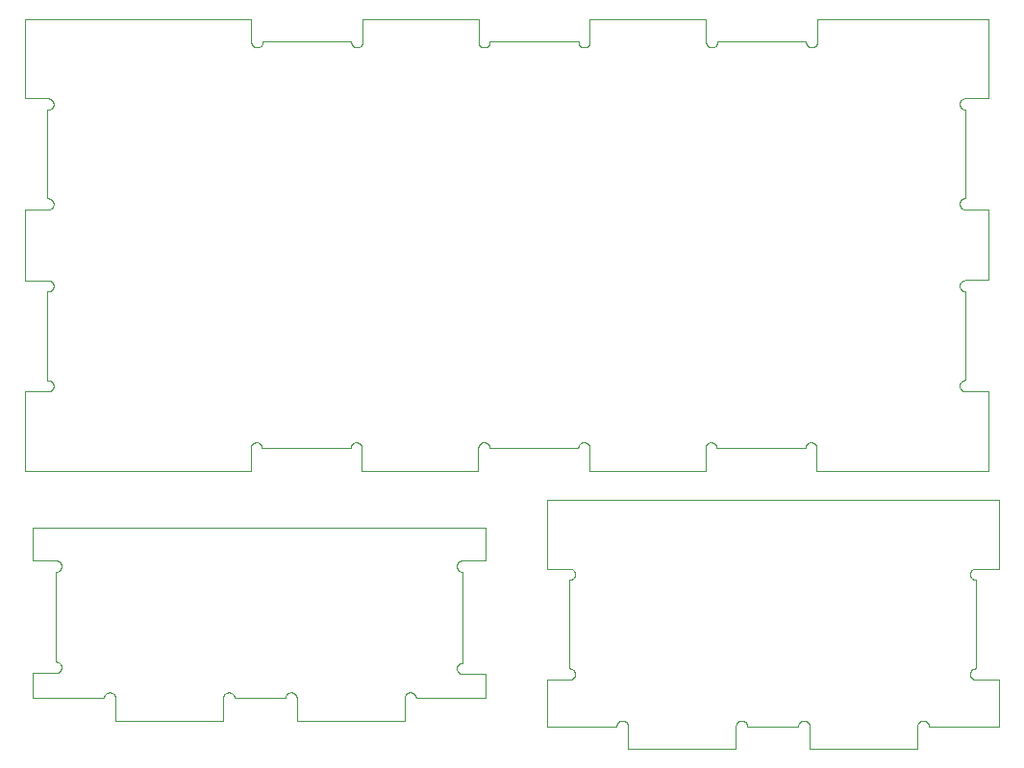
<source format=gbr>
%TF.GenerationSoftware,KiCad,Pcbnew,(6.0.8)*%
%TF.CreationDate,2022-10-31T00:07:24-07:00*%
%TF.ProjectId,f1_plate2,66315f70-6c61-4746-9532-2e6b69636164,rev?*%
%TF.SameCoordinates,Original*%
%TF.FileFunction,Profile,NP*%
%FSLAX46Y46*%
G04 Gerber Fmt 4.6, Leading zero omitted, Abs format (unit mm)*
G04 Created by KiCad (PCBNEW (6.0.8)) date 2022-10-31 00:07:24*
%MOMM*%
%LPD*%
G01*
G04 APERTURE LIST*
%TA.AperFunction,Profile*%
%ADD10C,0.100000*%
%TD*%
G04 APERTURE END LIST*
D10*
X55200920Y-184278379D02*
X55201453Y-184278379D01*
X55200920Y-186297655D02*
X55200920Y-184278379D01*
X45700920Y-186297655D02*
X55200920Y-186297655D01*
X45700849Y-184279200D02*
X45700920Y-186297655D01*
X45700548Y-184261849D02*
X45700849Y-184279200D01*
X45699645Y-184244518D02*
X45700548Y-184261849D01*
X45698141Y-184227230D02*
X45699645Y-184244518D01*
X45696038Y-184210005D02*
X45698141Y-184227230D01*
X45693338Y-184192862D02*
X45696038Y-184210005D01*
X45690046Y-184175824D02*
X45693338Y-184192862D01*
X45686164Y-184158910D02*
X45690046Y-184175824D01*
X45681697Y-184142141D02*
X45686164Y-184158910D01*
X45676651Y-184125537D02*
X45681697Y-184142141D01*
X45671032Y-184109119D02*
X45676651Y-184125537D01*
X45664847Y-184092905D02*
X45671032Y-184109119D01*
X45658103Y-184076915D02*
X45664847Y-184092905D01*
X45650808Y-184061170D02*
X45658103Y-184076915D01*
X45642971Y-184045687D02*
X45650808Y-184061170D01*
X45634601Y-184030485D02*
X45642971Y-184045687D01*
X45625709Y-184015582D02*
X45634601Y-184030485D01*
X45616305Y-184000998D02*
X45625709Y-184015582D01*
X45606401Y-183986748D02*
X45616305Y-184000998D01*
X45596008Y-183972851D02*
X45606401Y-183986748D01*
X45585139Y-183959323D02*
X45596008Y-183972851D01*
X45573807Y-183946180D02*
X45585139Y-183959323D01*
X45562026Y-183933438D02*
X45573807Y-183946180D01*
X45549810Y-183921113D02*
X45562026Y-183933438D01*
X45537174Y-183909219D02*
X45549810Y-183921113D01*
X45524132Y-183897770D02*
X45537174Y-183909219D01*
X45510701Y-183886782D02*
X45524132Y-183897770D01*
X45496897Y-183876265D02*
X45510701Y-183886782D01*
X45482736Y-183866235D02*
X45496897Y-183876265D01*
X45468235Y-183856701D02*
X45482736Y-183866235D01*
X45453413Y-183847677D02*
X45468235Y-183856701D01*
X45438286Y-183839173D02*
X45453413Y-183847677D01*
X45422873Y-183831198D02*
X45438286Y-183839173D01*
X45407193Y-183823763D02*
X45422873Y-183831198D01*
X45391264Y-183816877D02*
X45407193Y-183823763D01*
X45375106Y-183810548D02*
X45391264Y-183816877D01*
X45358738Y-183804783D02*
X45375106Y-183810548D01*
X45342180Y-183799590D02*
X45358738Y-183804783D01*
X45325451Y-183794974D02*
X45342180Y-183799590D01*
X45308573Y-183790942D02*
X45325451Y-183794974D01*
X45291564Y-183787498D02*
X45308573Y-183790942D01*
X45274446Y-183784646D02*
X45291564Y-183787498D01*
X45257240Y-183782390D02*
X45274446Y-183784646D01*
X45239966Y-183780732D02*
X45257240Y-183782390D01*
X45222645Y-183779675D02*
X45239966Y-183780732D01*
X45205297Y-183779219D02*
X45222645Y-183779675D01*
X45187944Y-183779366D02*
X45205297Y-183779219D01*
X45170607Y-183780115D02*
X45187944Y-183779366D01*
X45153306Y-183781465D02*
X45170607Y-183780115D01*
X45136062Y-183783415D02*
X45153306Y-183781465D01*
X45118896Y-183785961D02*
X45136062Y-183783415D01*
X45101829Y-183789102D02*
X45118896Y-183785961D01*
X45084882Y-183792834D02*
X45101829Y-183789102D01*
X45068074Y-183797151D02*
X45084882Y-183792834D01*
X45051426Y-183802049D02*
X45068074Y-183797151D01*
X45034958Y-183807522D02*
X45051426Y-183802049D01*
X45018689Y-183813562D02*
X45034958Y-183807522D01*
X45002641Y-183820164D02*
X45018689Y-183813562D01*
X44986831Y-183827319D02*
X45002641Y-183820164D01*
X44971278Y-183835018D02*
X44986831Y-183827319D01*
X44956003Y-183843252D02*
X44971278Y-183835018D01*
X44941022Y-183852011D02*
X44956003Y-183843252D01*
X44926354Y-183861285D02*
X44941022Y-183852011D01*
X44912017Y-183871062D02*
X44926354Y-183861285D01*
X44898028Y-183881331D02*
X44912017Y-183871062D01*
X44884403Y-183892079D02*
X44898028Y-183881331D01*
X44871160Y-183903294D02*
X44884403Y-183892079D01*
X44858314Y-183914961D02*
X44871160Y-183903294D01*
X44845881Y-183927067D02*
X44858314Y-183914961D01*
X44833875Y-183939597D02*
X44845881Y-183927067D01*
X44822311Y-183952536D02*
X44833875Y-183939597D01*
X44811203Y-183965869D02*
X44822311Y-183952536D01*
X44800565Y-183979579D02*
X44811203Y-183965869D01*
X44790408Y-183993650D02*
X44800565Y-183979579D01*
X44780746Y-184008065D02*
X44790408Y-183993650D01*
X44771591Y-184022807D02*
X44780746Y-184008065D01*
X44762952Y-184037858D02*
X44771591Y-184022807D01*
X44754840Y-184053199D02*
X44762952Y-184037858D01*
X44747266Y-184068812D02*
X44754840Y-184053199D01*
X44740239Y-184084679D02*
X44747266Y-184068812D01*
X44733766Y-184100780D02*
X44740239Y-184084679D01*
X44727856Y-184117096D02*
X44733766Y-184100780D01*
X44722515Y-184133608D02*
X44727856Y-184117096D01*
X44717751Y-184150295D02*
X44722515Y-184133608D01*
X44713569Y-184167137D02*
X44717751Y-184150295D01*
X44709974Y-184184114D02*
X44713569Y-184167137D01*
X44706970Y-184201205D02*
X44709974Y-184184114D01*
X44704560Y-184218391D02*
X44706970Y-184201205D01*
X44702749Y-184235650D02*
X44704560Y-184218391D01*
X44701538Y-184252961D02*
X44702749Y-184235650D01*
X44700928Y-184270304D02*
X44701538Y-184252961D01*
X40220391Y-184270304D02*
X44700928Y-184270304D01*
X40219809Y-184252951D02*
X40220391Y-184270304D01*
X40218625Y-184235629D02*
X40219809Y-184252951D01*
X40216841Y-184218358D02*
X40218625Y-184235629D01*
X40214457Y-184201160D02*
X40216841Y-184218358D01*
X40211479Y-184184054D02*
X40214457Y-184201160D01*
X40207908Y-184167063D02*
X40211479Y-184184054D01*
X40203749Y-184150206D02*
X40207908Y-184167063D01*
X40199007Y-184133503D02*
X40203749Y-184150206D01*
X40193688Y-184116975D02*
X40199007Y-184133503D01*
X40187799Y-184100641D02*
X40193688Y-184116975D01*
X40181346Y-184084522D02*
X40187799Y-184100641D01*
X40174338Y-184068637D02*
X40181346Y-184084522D01*
X40166782Y-184053005D02*
X40174338Y-184068637D01*
X40158688Y-184037644D02*
X40166782Y-184053005D01*
X40150065Y-184022574D02*
X40158688Y-184037644D01*
X40140924Y-184007812D02*
X40150065Y-184022574D01*
X40131277Y-183993376D02*
X40140924Y-184007812D01*
X40121134Y-183979285D02*
X40131277Y-183993376D01*
X40110508Y-183965553D02*
X40121134Y-183979285D01*
X40099411Y-183952199D02*
X40110508Y-183965553D01*
X40087858Y-183939239D02*
X40099411Y-183952199D01*
X40075861Y-183926687D02*
X40087858Y-183939239D01*
X40063436Y-183914559D02*
X40075861Y-183926687D01*
X40050597Y-183902870D02*
X40063436Y-183914559D01*
X40037360Y-183891634D02*
X40050597Y-183902870D01*
X40023742Y-183880864D02*
X40037360Y-183891634D01*
X40009757Y-183870574D02*
X40023742Y-183880864D01*
X39995423Y-183860775D02*
X40009757Y-183870574D01*
X39980758Y-183851480D02*
X39995423Y-183860775D01*
X39965779Y-183842700D02*
X39980758Y-183851480D01*
X39950505Y-183834445D02*
X39965779Y-183842700D01*
X39934952Y-183826725D02*
X39950505Y-183834445D01*
X39919142Y-183819550D02*
X39934952Y-183826725D01*
X39903091Y-183812928D02*
X39919142Y-183819550D01*
X39886821Y-183806868D02*
X39903091Y-183812928D01*
X39870349Y-183801376D02*
X39886821Y-183806868D01*
X39853697Y-183796459D02*
X39870349Y-183801376D01*
X39836885Y-183792124D02*
X39853697Y-183796459D01*
X39819932Y-183788375D02*
X39836885Y-183792124D01*
X39802859Y-183785216D02*
X39819932Y-183788375D01*
X39785686Y-183782652D02*
X39802859Y-183785216D01*
X39768435Y-183780687D02*
X39785686Y-183782652D01*
X39751126Y-183779321D02*
X39768435Y-183780687D01*
X39733780Y-183778557D02*
X39751126Y-183779321D01*
X39716419Y-183778396D02*
X39733780Y-183778557D01*
X39699061Y-183778837D02*
X39716419Y-183778396D01*
X39681730Y-183779881D02*
X39699061Y-183778837D01*
X39664446Y-183781526D02*
X39681730Y-183779881D01*
X39647229Y-183783771D02*
X39664446Y-183781526D01*
X39630100Y-183786611D02*
X39647229Y-183783771D01*
X39613080Y-183790045D02*
X39630100Y-183786611D01*
X39596190Y-183794068D02*
X39613080Y-183790045D01*
X39579449Y-183798674D02*
X39596190Y-183794068D01*
X39562879Y-183803859D02*
X39579449Y-183798674D01*
X39546498Y-183809616D02*
X39562879Y-183803859D01*
X39530328Y-183815939D02*
X39546498Y-183809616D01*
X39514386Y-183822819D02*
X39530328Y-183815939D01*
X39498694Y-183830248D02*
X39514386Y-183822819D01*
X39483268Y-183838218D02*
X39498694Y-183830248D01*
X39468129Y-183846719D02*
X39483268Y-183838218D01*
X39453294Y-183855740D02*
X39468129Y-183846719D01*
X39438781Y-183865271D02*
X39453294Y-183855740D01*
X39424607Y-183875300D02*
X39438781Y-183865271D01*
X39410791Y-183885815D02*
X39424607Y-183875300D01*
X39397347Y-183896803D02*
X39410791Y-183885815D01*
X39384294Y-183908251D02*
X39397347Y-183896803D01*
X39371646Y-183920146D02*
X39384294Y-183908251D01*
X39359418Y-183932473D02*
X39371646Y-183920146D01*
X39347626Y-183945217D02*
X39359418Y-183932473D01*
X39336283Y-183958362D02*
X39347626Y-183945217D01*
X39325404Y-183971894D02*
X39336283Y-183958362D01*
X39315001Y-183985795D02*
X39325404Y-183971894D01*
X39305086Y-184000049D02*
X39315001Y-183985795D01*
X39295673Y-184014638D02*
X39305086Y-184000049D01*
X39286772Y-184029546D02*
X39295673Y-184014638D01*
X39278394Y-184044753D02*
X39286772Y-184029546D01*
X39270549Y-184060243D02*
X39278394Y-184044753D01*
X39263247Y-184075995D02*
X39270549Y-184060243D01*
X39256496Y-184091992D02*
X39263247Y-184075995D01*
X39250304Y-184108213D02*
X39256496Y-184091992D01*
X39244679Y-184124639D02*
X39250304Y-184108213D01*
X39239628Y-184141251D02*
X39244679Y-184124639D01*
X39235157Y-184158028D02*
X39239628Y-184141251D01*
X39231271Y-184174950D02*
X39235157Y-184158028D01*
X39227975Y-184191997D02*
X39231271Y-184174950D01*
X39225272Y-184209148D02*
X39227975Y-184191997D01*
X39223167Y-184226383D02*
X39225272Y-184209148D01*
X39221662Y-184243680D02*
X39223167Y-184226383D01*
X39220758Y-184261019D02*
X39221662Y-184243680D01*
X39220456Y-184278379D02*
X39220758Y-184261019D01*
X39219924Y-184278379D02*
X39220456Y-184278379D01*
X39219924Y-186297655D02*
X39219924Y-184278379D01*
X29719924Y-186297655D02*
X39219924Y-186297655D01*
X29719924Y-184279200D02*
X29719924Y-186297655D01*
X29719853Y-184279200D02*
X29719924Y-184279200D01*
X29719551Y-184261849D02*
X29719853Y-184279200D01*
X29718648Y-184244518D02*
X29719551Y-184261849D01*
X29717144Y-184227230D02*
X29718648Y-184244518D01*
X29715042Y-184210005D02*
X29717144Y-184227230D01*
X29712342Y-184192862D02*
X29715042Y-184210005D01*
X29709049Y-184175824D02*
X29712342Y-184192862D01*
X29705167Y-184158910D02*
X29709049Y-184175824D01*
X29700701Y-184142141D02*
X29705167Y-184158910D01*
X29695655Y-184125537D02*
X29700701Y-184142141D01*
X29690036Y-184109119D02*
X29695655Y-184125537D01*
X29683851Y-184092905D02*
X29690036Y-184109119D01*
X29677107Y-184076915D02*
X29683851Y-184092905D01*
X29669811Y-184061170D02*
X29677107Y-184076915D01*
X29661974Y-184045687D02*
X29669811Y-184061170D01*
X29653605Y-184030485D02*
X29661974Y-184045687D01*
X29644713Y-184015582D02*
X29653605Y-184030485D01*
X29635309Y-184000998D02*
X29644713Y-184015582D01*
X29625404Y-183986748D02*
X29635309Y-184000998D01*
X29615011Y-183972851D02*
X29625404Y-183986748D01*
X29604143Y-183959323D02*
X29615011Y-183972851D01*
X29592811Y-183946180D02*
X29604143Y-183959323D01*
X29581030Y-183933438D02*
X29592811Y-183946180D01*
X29568814Y-183921113D02*
X29581030Y-183933438D01*
X29556177Y-183909219D02*
X29568814Y-183921113D01*
X29543136Y-183897770D02*
X29556177Y-183909219D01*
X29529704Y-183886782D02*
X29543136Y-183897770D01*
X29515900Y-183876265D02*
X29529704Y-183886782D01*
X29501739Y-183866235D02*
X29515900Y-183876265D01*
X29487239Y-183856701D02*
X29501739Y-183866235D01*
X29472416Y-183847677D02*
X29487239Y-183856701D01*
X29457290Y-183839173D02*
X29472416Y-183847677D01*
X29441877Y-183831198D02*
X29457290Y-183839173D01*
X29426197Y-183823763D02*
X29441877Y-183831198D01*
X29410268Y-183816877D02*
X29426197Y-183823763D01*
X29394110Y-183810548D02*
X29410268Y-183816877D01*
X29377741Y-183804783D02*
X29394110Y-183810548D01*
X29361183Y-183799590D02*
X29377741Y-183804783D01*
X29344455Y-183794974D02*
X29361183Y-183799590D01*
X29327576Y-183790942D02*
X29344455Y-183794974D01*
X29310568Y-183787498D02*
X29327576Y-183790942D01*
X29293450Y-183784646D02*
X29310568Y-183787498D01*
X29276244Y-183782390D02*
X29293450Y-183784646D01*
X29258970Y-183780732D02*
X29276244Y-183782390D01*
X29241648Y-183779675D02*
X29258970Y-183780732D01*
X29224301Y-183779219D02*
X29241648Y-183779675D01*
X29206948Y-183779366D02*
X29224301Y-183779219D01*
X29189610Y-183780115D02*
X29206948Y-183779366D01*
X29172309Y-183781465D02*
X29189610Y-183780115D01*
X29155066Y-183783415D02*
X29172309Y-183781465D01*
X29137900Y-183785961D02*
X29155066Y-183783415D01*
X29120833Y-183789102D02*
X29137900Y-183785961D01*
X29103885Y-183792834D02*
X29120833Y-183789102D01*
X29087077Y-183797151D02*
X29103885Y-183792834D01*
X29070429Y-183802049D02*
X29087077Y-183797151D01*
X29053961Y-183807522D02*
X29070429Y-183802049D01*
X29037693Y-183813562D02*
X29053961Y-183807522D01*
X29021644Y-183820164D02*
X29037693Y-183813562D01*
X29005834Y-183827319D02*
X29021644Y-183820164D01*
X28990282Y-183835018D02*
X29005834Y-183827319D01*
X28975006Y-183843252D02*
X28990282Y-183835018D01*
X28960026Y-183852011D02*
X28975006Y-183843252D01*
X28945358Y-183861285D02*
X28960026Y-183852011D01*
X28931021Y-183871062D02*
X28945358Y-183861285D01*
X28917031Y-183881331D02*
X28931021Y-183871062D01*
X28903407Y-183892079D02*
X28917031Y-183881331D01*
X28890164Y-183903294D02*
X28903407Y-183892079D01*
X28877318Y-183914961D02*
X28890164Y-183903294D01*
X28864884Y-183927067D02*
X28877318Y-183914961D01*
X28852878Y-183939597D02*
X28864884Y-183927067D01*
X28841315Y-183952536D02*
X28852878Y-183939597D01*
X28830207Y-183965869D02*
X28841315Y-183952536D01*
X28819568Y-183979579D02*
X28830207Y-183965869D01*
X28809412Y-183993650D02*
X28819568Y-183979579D01*
X28799750Y-184008065D02*
X28809412Y-183993650D01*
X28790594Y-184022807D02*
X28799750Y-184008065D01*
X28781955Y-184037858D02*
X28790594Y-184022807D01*
X28773844Y-184053199D02*
X28781955Y-184037858D01*
X28766270Y-184068812D02*
X28773844Y-184053199D01*
X28759242Y-184084679D02*
X28766270Y-184068812D01*
X28752770Y-184100780D02*
X28759242Y-184084679D01*
X28746859Y-184117096D02*
X28752770Y-184100780D01*
X28741519Y-184133608D02*
X28746859Y-184117096D01*
X28736755Y-184150295D02*
X28741519Y-184133608D01*
X28732573Y-184167137D02*
X28736755Y-184150295D01*
X28728977Y-184184114D02*
X28732573Y-184167137D01*
X28725973Y-184201205D02*
X28728977Y-184184114D01*
X28723564Y-184218391D02*
X28725973Y-184201205D01*
X28721753Y-184235650D02*
X28723564Y-184218391D01*
X28720542Y-184252961D02*
X28721753Y-184235650D01*
X28719932Y-184270304D02*
X28720542Y-184252961D01*
X22461845Y-184270304D02*
X28719932Y-184270304D01*
X22461845Y-182071805D02*
X22461845Y-184270304D01*
X24474341Y-182071805D02*
X22461845Y-182071805D01*
X24474341Y-182071416D02*
X24474341Y-182071805D01*
X24491784Y-182071102D02*
X24474341Y-182071416D01*
X24509206Y-182070180D02*
X24491784Y-182071102D01*
X24526585Y-182068650D02*
X24509206Y-182070180D01*
X24543900Y-182066515D02*
X24526585Y-182068650D01*
X24561130Y-182063777D02*
X24543900Y-182066515D01*
X24578255Y-182060440D02*
X24561130Y-182063777D01*
X24595252Y-182056508D02*
X24578255Y-182060440D01*
X24612102Y-182051985D02*
X24595252Y-182056508D01*
X24628783Y-182046876D02*
X24612102Y-182051985D01*
X24645277Y-182041189D02*
X24628783Y-182046876D01*
X24661562Y-182034930D02*
X24645277Y-182041189D01*
X24677618Y-182028107D02*
X24661562Y-182034930D01*
X24693427Y-182020727D02*
X24677618Y-182028107D01*
X24708969Y-182012801D02*
X24693427Y-182020727D01*
X24724224Y-182004337D02*
X24708969Y-182012801D01*
X24739176Y-181995346D02*
X24724224Y-182004337D01*
X24753804Y-181985839D02*
X24739176Y-181995346D01*
X24768092Y-181975828D02*
X24753804Y-181985839D01*
X24782022Y-181965324D02*
X24768092Y-181975828D01*
X24795577Y-181954340D02*
X24782022Y-181965324D01*
X24808740Y-181942890D02*
X24795577Y-181954340D01*
X24821496Y-181930988D02*
X24808740Y-181942890D01*
X24833829Y-181918649D02*
X24821496Y-181930988D01*
X24845724Y-181905886D02*
X24833829Y-181918649D01*
X24857167Y-181892716D02*
X24845724Y-181905886D01*
X24868143Y-181879155D02*
X24857167Y-181892716D01*
X24878639Y-181865220D02*
X24868143Y-181879155D01*
X24888643Y-181850926D02*
X24878639Y-181865220D01*
X24898142Y-181836293D02*
X24888643Y-181850926D01*
X24907124Y-181821337D02*
X24898142Y-181836293D01*
X24915580Y-181806076D02*
X24907124Y-181821337D01*
X24923498Y-181790530D02*
X24915580Y-181806076D01*
X24930868Y-181774717D02*
X24923498Y-181790530D01*
X24937683Y-181758657D02*
X24930868Y-181774717D01*
X24943933Y-181742369D02*
X24937683Y-181758657D01*
X24949611Y-181725872D02*
X24943933Y-181742369D01*
X24954710Y-181709188D02*
X24949611Y-181725872D01*
X24959224Y-181692335D02*
X24954710Y-181709188D01*
X24963147Y-181675336D02*
X24959224Y-181692335D01*
X24966475Y-181658210D02*
X24963147Y-181675336D01*
X24969203Y-181640978D02*
X24966475Y-181658210D01*
X24971329Y-181623662D02*
X24969203Y-181640978D01*
X24972849Y-181606282D02*
X24971329Y-181623662D01*
X24973761Y-181588860D02*
X24972849Y-181606282D01*
X24974066Y-181571416D02*
X24973761Y-181588860D01*
X24973761Y-181553972D02*
X24974066Y-181571416D01*
X24972849Y-181536550D02*
X24973761Y-181553972D01*
X24971329Y-181519170D02*
X24972849Y-181536550D01*
X24969203Y-181501854D02*
X24971329Y-181519170D01*
X24966475Y-181484622D02*
X24969203Y-181501854D01*
X24963147Y-181467496D02*
X24966475Y-181484622D01*
X24959224Y-181450497D02*
X24963147Y-181467496D01*
X24954710Y-181433644D02*
X24959224Y-181450497D01*
X24949611Y-181416960D02*
X24954710Y-181433644D01*
X24943933Y-181400463D02*
X24949611Y-181416960D01*
X24937683Y-181384175D02*
X24943933Y-181400463D01*
X24930868Y-181368115D02*
X24937683Y-181384175D01*
X24923498Y-181352302D02*
X24930868Y-181368115D01*
X24915580Y-181336756D02*
X24923498Y-181352302D01*
X24907124Y-181321495D02*
X24915580Y-181336756D01*
X24898142Y-181306539D02*
X24907124Y-181321495D01*
X24888643Y-181291906D02*
X24898142Y-181306539D01*
X24878639Y-181277612D02*
X24888643Y-181291906D01*
X24868143Y-181263677D02*
X24878639Y-181277612D01*
X24857167Y-181250116D02*
X24868143Y-181263677D01*
X24845724Y-181236946D02*
X24857167Y-181250116D01*
X24833829Y-181224183D02*
X24845724Y-181236946D01*
X24821496Y-181211844D02*
X24833829Y-181224183D01*
X24808740Y-181199942D02*
X24821496Y-181211844D01*
X24795577Y-181188492D02*
X24808740Y-181199942D01*
X24782022Y-181177508D02*
X24795577Y-181188492D01*
X24768092Y-181167004D02*
X24782022Y-181177508D01*
X24753804Y-181156993D02*
X24768092Y-181167004D01*
X24739176Y-181147486D02*
X24753804Y-181156993D01*
X24724224Y-181138495D02*
X24739176Y-181147486D01*
X24708969Y-181130031D02*
X24724224Y-181138495D01*
X24693427Y-181122105D02*
X24708969Y-181130031D01*
X24677618Y-181114725D02*
X24693427Y-181122105D01*
X24661562Y-181107902D02*
X24677618Y-181114725D01*
X24645277Y-181101643D02*
X24661562Y-181107902D01*
X24628783Y-181095956D02*
X24645277Y-181101643D01*
X24612102Y-181090847D02*
X24628783Y-181095956D01*
X24595252Y-181086324D02*
X24612102Y-181090847D01*
X24578255Y-181082392D02*
X24595252Y-181086324D01*
X24561130Y-181079055D02*
X24578255Y-181082392D01*
X24543900Y-181076317D02*
X24561130Y-181079055D01*
X24526585Y-181074182D02*
X24543900Y-181076317D01*
X24509206Y-181072652D02*
X24526585Y-181074182D01*
X24491784Y-181071730D02*
X24509206Y-181072652D01*
X24474341Y-181071416D02*
X24491784Y-181071730D01*
X24474341Y-173169009D02*
X24474341Y-181071416D01*
X24491630Y-173168700D02*
X24474341Y-173169009D01*
X24508897Y-173167794D02*
X24491630Y-173168700D01*
X24526124Y-173166292D02*
X24508897Y-173167794D01*
X24543288Y-173164194D02*
X24526124Y-173166292D01*
X24560369Y-173161504D02*
X24543288Y-173164194D01*
X24577347Y-173158226D02*
X24560369Y-173161504D01*
X24594201Y-173154362D02*
X24577347Y-173158226D01*
X24610912Y-173149918D02*
X24594201Y-173154362D01*
X24627459Y-173144898D02*
X24610912Y-173149918D01*
X24643823Y-173139310D02*
X24627459Y-173144898D01*
X24659983Y-173133158D02*
X24643823Y-173139310D01*
X24675922Y-173126452D02*
X24659983Y-173133158D01*
X24691618Y-173119199D02*
X24675922Y-173126452D01*
X24707055Y-173111407D02*
X24691618Y-173119199D01*
X24722213Y-173103086D02*
X24707055Y-173111407D01*
X24737074Y-173094246D02*
X24722213Y-173103086D01*
X24751621Y-173084898D02*
X24737074Y-173094246D01*
X24765835Y-173075052D02*
X24751621Y-173084898D01*
X24779701Y-173064720D02*
X24765835Y-173075052D01*
X24793201Y-173053915D02*
X24779701Y-173064720D01*
X24806320Y-173042650D02*
X24793201Y-173053915D01*
X24819041Y-173030938D02*
X24806320Y-173042650D01*
X24831349Y-173018792D02*
X24819041Y-173030938D01*
X24843231Y-173006229D02*
X24831349Y-173018792D01*
X24854670Y-172993262D02*
X24843231Y-173006229D01*
X24865655Y-172979908D02*
X24854670Y-172993262D01*
X24876171Y-172966182D02*
X24865655Y-172979908D01*
X24886206Y-172952100D02*
X24876171Y-172966182D01*
X24895748Y-172937680D02*
X24886206Y-172952100D01*
X24904786Y-172922938D02*
X24895748Y-172937680D01*
X24913309Y-172907893D02*
X24904786Y-172922938D01*
X24921307Y-172892561D02*
X24913309Y-172907893D01*
X24928769Y-172876963D02*
X24921307Y-172892561D01*
X24935688Y-172861116D02*
X24928769Y-172876963D01*
X24942055Y-172845039D02*
X24935688Y-172861116D01*
X24947862Y-172828752D02*
X24942055Y-172845039D01*
X24953102Y-172812273D02*
X24947862Y-172828752D01*
X24957769Y-172795623D02*
X24953102Y-172812273D01*
X24961858Y-172778822D02*
X24957769Y-172795623D01*
X24965363Y-172761889D02*
X24961858Y-172778822D01*
X24968281Y-172744846D02*
X24965363Y-172761889D01*
X24970608Y-172727711D02*
X24968281Y-172744846D01*
X24972341Y-172710507D02*
X24970608Y-172727711D01*
X24973478Y-172693252D02*
X24972341Y-172710507D01*
X24974017Y-172675969D02*
X24973478Y-172693252D01*
X24973959Y-172658678D02*
X24974017Y-172675969D01*
X24973303Y-172641398D02*
X24973959Y-172658678D01*
X24972050Y-172624152D02*
X24973303Y-172641398D01*
X24970201Y-172606960D02*
X24972050Y-172624152D01*
X24967759Y-172589841D02*
X24970201Y-172606960D01*
X24964726Y-172572818D02*
X24967759Y-172589841D01*
X24961106Y-172555909D02*
X24964726Y-172572818D01*
X24956904Y-172539136D02*
X24961106Y-172555909D01*
X24952125Y-172522518D02*
X24956904Y-172539136D01*
X24946774Y-172506075D02*
X24952125Y-172522518D01*
X24940857Y-172489827D02*
X24946774Y-172506075D01*
X24934382Y-172473794D02*
X24940857Y-172489827D01*
X24927357Y-172457994D02*
X24934382Y-172473794D01*
X24919789Y-172442446D02*
X24927357Y-172457994D01*
X24911688Y-172427169D02*
X24919789Y-172442446D01*
X24903064Y-172412181D02*
X24911688Y-172427169D01*
X24893927Y-172397501D02*
X24903064Y-172412181D01*
X24884288Y-172383145D02*
X24893927Y-172397501D01*
X24874158Y-172369132D02*
X24884288Y-172383145D01*
X24863549Y-172355477D02*
X24874158Y-172369132D01*
X24852475Y-172342196D02*
X24863549Y-172355477D01*
X24840948Y-172329307D02*
X24852475Y-172342196D01*
X24828983Y-172316824D02*
X24840948Y-172329307D01*
X24816592Y-172304763D02*
X24828983Y-172316824D01*
X24803793Y-172293136D02*
X24816592Y-172304763D01*
X24790599Y-172281960D02*
X24803793Y-172293136D01*
X24777026Y-172271246D02*
X24790599Y-172281960D01*
X24763091Y-172261008D02*
X24777026Y-172271246D01*
X24748810Y-172251258D02*
X24763091Y-172261008D01*
X24734201Y-172242008D02*
X24748810Y-172251258D01*
X24719280Y-172233268D02*
X24734201Y-172242008D01*
X24704066Y-172225050D02*
X24719280Y-172233268D01*
X24688578Y-172217362D02*
X24704066Y-172225050D01*
X24672832Y-172210215D02*
X24688578Y-172217362D01*
X24656849Y-172203616D02*
X24672832Y-172210215D01*
X24640647Y-172197574D02*
X24656849Y-172203616D01*
X24624247Y-172192096D02*
X24640647Y-172197574D01*
X24607666Y-172187189D02*
X24624247Y-172192096D01*
X24590926Y-172182857D02*
X24607666Y-172187189D01*
X24574046Y-172179107D02*
X24590926Y-172182857D01*
X24557046Y-172175943D02*
X24574046Y-172179107D01*
X24539947Y-172173368D02*
X24557046Y-172175943D01*
X24522769Y-172171387D02*
X24539947Y-172173368D01*
X24505533Y-172170000D02*
X24522769Y-172171387D01*
X24488260Y-172169211D02*
X24505533Y-172170000D01*
X24470969Y-172169019D02*
X24488260Y-172169211D01*
X24453682Y-172169425D02*
X24470969Y-172169019D01*
X22461845Y-172169425D02*
X24453682Y-172169425D01*
X22461845Y-169279669D02*
X22461845Y-172169425D01*
X62304515Y-169279669D02*
X22461845Y-169279669D01*
X62304515Y-172169425D02*
X62304515Y-169279669D01*
X60316443Y-172169425D02*
X62304515Y-172169425D01*
X60299156Y-172169019D02*
X60316443Y-172169425D01*
X60281866Y-172169211D02*
X60299156Y-172169019D01*
X60264592Y-172170000D02*
X60281866Y-172169211D01*
X60247356Y-172171387D02*
X60264592Y-172170000D01*
X60230178Y-172173368D02*
X60247356Y-172171387D01*
X60213080Y-172175943D02*
X60230178Y-172173368D01*
X60196080Y-172179107D02*
X60213080Y-172175943D01*
X60179200Y-172182857D02*
X60196080Y-172179107D01*
X60162459Y-172187189D02*
X60179200Y-172182857D01*
X60145879Y-172192096D02*
X60162459Y-172187189D01*
X60129478Y-172197574D02*
X60145879Y-172192096D01*
X60113276Y-172203616D02*
X60129478Y-172197574D01*
X60097293Y-172210215D02*
X60113276Y-172203616D01*
X60081548Y-172217362D02*
X60097293Y-172210215D01*
X60066059Y-172225050D02*
X60081548Y-172217362D01*
X60050845Y-172233268D02*
X60066059Y-172225050D01*
X60035925Y-172242008D02*
X60050845Y-172233268D01*
X60021315Y-172251258D02*
X60035925Y-172242008D01*
X60007035Y-172261008D02*
X60021315Y-172251258D01*
X59993100Y-172271246D02*
X60007035Y-172261008D01*
X59979527Y-172281960D02*
X59993100Y-172271246D01*
X59966333Y-172293136D02*
X59979527Y-172281960D01*
X59953533Y-172304763D02*
X59966333Y-172293136D01*
X59941143Y-172316824D02*
X59953533Y-172304763D01*
X59929177Y-172329307D02*
X59941143Y-172316824D01*
X59917650Y-172342196D02*
X59929177Y-172329307D01*
X59906576Y-172355477D02*
X59917650Y-172342196D01*
X59895968Y-172369132D02*
X59906576Y-172355477D01*
X59885838Y-172383145D02*
X59895968Y-172369132D01*
X59876198Y-172397501D02*
X59885838Y-172383145D01*
X59867061Y-172412181D02*
X59876198Y-172397501D01*
X59858437Y-172427169D02*
X59867061Y-172412181D01*
X59850336Y-172442446D02*
X59858437Y-172427169D01*
X59842769Y-172457994D02*
X59850336Y-172442446D01*
X59835743Y-172473794D02*
X59842769Y-172457994D01*
X59829268Y-172489827D02*
X59835743Y-172473794D01*
X59823352Y-172506075D02*
X59829268Y-172489827D01*
X59818001Y-172522518D02*
X59823352Y-172506075D01*
X59813221Y-172539136D02*
X59818001Y-172522518D01*
X59809019Y-172555909D02*
X59813221Y-172539136D01*
X59805400Y-172572818D02*
X59809019Y-172555909D01*
X59802367Y-172589841D02*
X59805400Y-172572818D01*
X59799925Y-172606960D02*
X59802367Y-172589841D01*
X59798076Y-172624152D02*
X59799925Y-172606960D01*
X59796822Y-172641398D02*
X59798076Y-172624152D01*
X59796166Y-172658678D02*
X59796822Y-172641398D01*
X59796108Y-172675969D02*
X59796166Y-172658678D01*
X59796648Y-172693252D02*
X59796108Y-172675969D01*
X59797785Y-172710507D02*
X59796648Y-172693252D01*
X59799517Y-172727711D02*
X59797785Y-172710507D01*
X59801844Y-172744846D02*
X59799517Y-172727711D01*
X59804762Y-172761889D02*
X59801844Y-172744846D01*
X59808267Y-172778822D02*
X59804762Y-172761889D01*
X59812356Y-172795623D02*
X59808267Y-172778822D01*
X59817024Y-172812273D02*
X59812356Y-172795623D01*
X59822264Y-172828752D02*
X59817024Y-172812273D01*
X59828071Y-172845039D02*
X59822264Y-172828752D01*
X59834437Y-172861116D02*
X59828071Y-172845039D01*
X59841356Y-172876963D02*
X59834437Y-172861116D01*
X59848819Y-172892561D02*
X59841356Y-172876963D01*
X59856816Y-172907893D02*
X59848819Y-172892561D01*
X59865339Y-172922938D02*
X59856816Y-172907893D01*
X59874377Y-172937680D02*
X59865339Y-172922938D01*
X59883919Y-172952100D02*
X59874377Y-172937680D01*
X59893955Y-172966182D02*
X59883919Y-172952100D01*
X59904471Y-172979908D02*
X59893955Y-172966182D01*
X59915455Y-172993262D02*
X59904471Y-172979908D01*
X59926895Y-173006229D02*
X59915455Y-172993262D01*
X59938776Y-173018792D02*
X59926895Y-173006229D01*
X59951085Y-173030938D02*
X59938776Y-173018792D01*
X59963806Y-173042650D02*
X59951085Y-173030938D01*
X59976924Y-173053915D02*
X59963806Y-173042650D01*
X59990424Y-173064720D02*
X59976924Y-173053915D01*
X60004290Y-173075052D02*
X59990424Y-173064720D01*
X60018505Y-173084898D02*
X60004290Y-173075052D01*
X60033051Y-173094246D02*
X60018505Y-173084898D01*
X60047912Y-173103086D02*
X60033051Y-173094246D01*
X60063070Y-173111407D02*
X60047912Y-173103086D01*
X60078507Y-173119199D02*
X60063070Y-173111407D01*
X60094204Y-173126452D02*
X60078507Y-173119199D01*
X60110142Y-173133158D02*
X60094204Y-173126452D01*
X60126303Y-173139310D02*
X60110142Y-173133158D01*
X60142666Y-173144898D02*
X60126303Y-173139310D01*
X60159213Y-173149918D02*
X60142666Y-173144898D01*
X60175924Y-173154362D02*
X60159213Y-173149918D01*
X60192779Y-173158226D02*
X60175924Y-173154362D01*
X60209757Y-173161504D02*
X60192779Y-173158226D01*
X60226838Y-173164194D02*
X60209757Y-173161504D01*
X60244002Y-173166292D02*
X60226838Y-173164194D01*
X60261228Y-173167794D02*
X60244002Y-173166292D01*
X60278496Y-173168700D02*
X60261228Y-173167794D01*
X60295785Y-173169009D02*
X60278496Y-173168700D01*
X60295785Y-181169036D02*
X60295785Y-173169009D01*
X60278341Y-181169350D02*
X60295785Y-181169036D01*
X60260919Y-181170272D02*
X60278341Y-181169350D01*
X60243540Y-181171802D02*
X60260919Y-181170272D01*
X60226225Y-181173937D02*
X60243540Y-181171802D01*
X60208995Y-181176675D02*
X60226225Y-181173937D01*
X60191871Y-181180012D02*
X60208995Y-181176675D01*
X60174873Y-181183944D02*
X60191871Y-181180012D01*
X60158024Y-181188467D02*
X60174873Y-181183944D01*
X60141342Y-181193576D02*
X60158024Y-181188467D01*
X60124849Y-181199263D02*
X60141342Y-181193576D01*
X60108564Y-181205522D02*
X60124849Y-181199263D01*
X60092507Y-181212345D02*
X60108564Y-181205522D01*
X60076698Y-181219725D02*
X60092507Y-181212345D01*
X60061157Y-181227651D02*
X60076698Y-181219725D01*
X60045901Y-181236115D02*
X60061157Y-181227651D01*
X60030950Y-181245106D02*
X60045901Y-181236115D01*
X60016321Y-181254613D02*
X60030950Y-181245106D01*
X60002034Y-181264624D02*
X60016321Y-181254613D01*
X59988104Y-181275128D02*
X60002034Y-181264624D01*
X59974549Y-181286112D02*
X59988104Y-181275128D01*
X59961385Y-181297562D02*
X59974549Y-181286112D01*
X59948629Y-181309464D02*
X59961385Y-181297562D01*
X59936296Y-181321803D02*
X59948629Y-181309464D01*
X59924401Y-181334566D02*
X59936296Y-181321803D01*
X59912959Y-181347736D02*
X59924401Y-181334566D01*
X59901983Y-181361297D02*
X59912959Y-181347736D01*
X59891486Y-181375232D02*
X59901983Y-181361297D01*
X59881483Y-181389526D02*
X59891486Y-181375232D01*
X59871984Y-181404159D02*
X59881483Y-181389526D01*
X59863001Y-181419115D02*
X59871984Y-181404159D01*
X59854546Y-181434376D02*
X59863001Y-181419115D01*
X59846628Y-181449922D02*
X59854546Y-181434376D01*
X59839257Y-181465735D02*
X59846628Y-181449922D01*
X59832442Y-181481795D02*
X59839257Y-181465735D01*
X59826192Y-181498083D02*
X59832442Y-181481795D01*
X59820514Y-181514580D02*
X59826192Y-181498083D01*
X59815415Y-181531264D02*
X59820514Y-181514580D01*
X59810901Y-181548116D02*
X59815415Y-181531264D01*
X59806978Y-181565116D02*
X59810901Y-181548116D01*
X59803650Y-181582242D02*
X59806978Y-181565116D01*
X59800922Y-181599474D02*
X59803650Y-181582242D01*
X59798797Y-181616790D02*
X59800922Y-181599474D01*
X59797277Y-181634170D02*
X59798797Y-181616790D01*
X59796364Y-181651592D02*
X59797277Y-181634170D01*
X59796060Y-181669036D02*
X59796364Y-181651592D01*
X59796364Y-181686480D02*
X59796060Y-181669036D01*
X59797277Y-181703902D02*
X59796364Y-181686480D01*
X59798797Y-181721282D02*
X59797277Y-181703902D01*
X59800922Y-181738598D02*
X59798797Y-181721282D01*
X59803650Y-181755830D02*
X59800922Y-181738598D01*
X59806978Y-181772956D02*
X59803650Y-181755830D01*
X59810901Y-181789955D02*
X59806978Y-181772956D01*
X59815415Y-181806808D02*
X59810901Y-181789955D01*
X59820514Y-181823492D02*
X59815415Y-181806808D01*
X59826192Y-181839989D02*
X59820514Y-181823492D01*
X59832442Y-181856277D02*
X59826192Y-181839989D01*
X59839257Y-181872337D02*
X59832442Y-181856277D01*
X59846628Y-181888150D02*
X59839257Y-181872337D01*
X59854546Y-181903696D02*
X59846628Y-181888150D01*
X59863001Y-181918957D02*
X59854546Y-181903696D01*
X59871984Y-181933913D02*
X59863001Y-181918957D01*
X59881483Y-181948546D02*
X59871984Y-181933913D01*
X59891486Y-181962840D02*
X59881483Y-181948546D01*
X59901983Y-181976775D02*
X59891486Y-181962840D01*
X59912959Y-181990336D02*
X59901983Y-181976775D01*
X59924401Y-182003506D02*
X59912959Y-181990336D01*
X59936296Y-182016268D02*
X59924401Y-182003506D01*
X59948629Y-182028608D02*
X59936296Y-182016268D01*
X59961385Y-182040510D02*
X59948629Y-182028608D01*
X59974549Y-182051960D02*
X59961385Y-182040510D01*
X59988104Y-182062944D02*
X59974549Y-182051960D01*
X60002034Y-182073447D02*
X59988104Y-182062944D01*
X60016321Y-182083459D02*
X60002034Y-182073447D01*
X60030950Y-182092966D02*
X60016321Y-182083459D01*
X60045901Y-182101957D02*
X60030950Y-182092966D01*
X60061157Y-182110421D02*
X60045901Y-182101957D01*
X60076698Y-182118347D02*
X60061157Y-182110421D01*
X60092507Y-182125727D02*
X60076698Y-182118347D01*
X60108564Y-182132550D02*
X60092507Y-182125727D01*
X60124849Y-182138809D02*
X60108564Y-182132550D01*
X60141342Y-182144496D02*
X60124849Y-182138809D01*
X60158024Y-182149604D02*
X60141342Y-182144496D01*
X60174873Y-182154128D02*
X60158024Y-182149604D01*
X60191871Y-182158060D02*
X60174873Y-182154128D01*
X60208995Y-182161397D02*
X60191871Y-182158060D01*
X60226225Y-182164135D02*
X60208995Y-182161397D01*
X60243540Y-182166270D02*
X60226225Y-182164135D01*
X60260919Y-182167800D02*
X60243540Y-182166270D01*
X60278341Y-182168722D02*
X60260919Y-182167800D01*
X60295785Y-182169036D02*
X60278341Y-182168722D01*
X60295785Y-182169425D02*
X60295785Y-182169036D01*
X62304515Y-182169425D02*
X60295785Y-182169425D01*
X62304515Y-184270304D02*
X62304515Y-182169425D01*
X56201388Y-184270304D02*
X62304515Y-184270304D01*
X56200806Y-184252951D02*
X56201388Y-184270304D01*
X56199622Y-184235629D02*
X56200806Y-184252951D01*
X56197837Y-184218358D02*
X56199622Y-184235629D01*
X56195454Y-184201160D02*
X56197837Y-184218358D01*
X56192475Y-184184054D02*
X56195454Y-184201160D01*
X56188904Y-184167063D02*
X56192475Y-184184054D01*
X56184745Y-184150206D02*
X56188904Y-184167063D01*
X56180003Y-184133503D02*
X56184745Y-184150206D01*
X56174685Y-184116975D02*
X56180003Y-184133503D01*
X56168796Y-184100641D02*
X56174685Y-184116975D01*
X56162343Y-184084522D02*
X56168796Y-184100641D01*
X56155334Y-184068637D02*
X56162343Y-184084522D01*
X56147778Y-184053005D02*
X56155334Y-184068637D01*
X56139684Y-184037644D02*
X56147778Y-184053005D01*
X56131061Y-184022574D02*
X56139684Y-184037644D01*
X56121921Y-184007812D02*
X56131061Y-184022574D01*
X56112273Y-183993376D02*
X56121921Y-184007812D01*
X56102130Y-183979285D02*
X56112273Y-183993376D01*
X56091504Y-183965553D02*
X56102130Y-183979285D01*
X56080407Y-183952199D02*
X56091504Y-183965553D01*
X56068854Y-183939239D02*
X56080407Y-183952199D01*
X56056857Y-183926687D02*
X56068854Y-183939239D01*
X56044432Y-183914559D02*
X56056857Y-183926687D01*
X56031594Y-183902870D02*
X56044432Y-183914559D01*
X56018357Y-183891634D02*
X56031594Y-183902870D01*
X56004738Y-183880864D02*
X56018357Y-183891634D01*
X55990753Y-183870574D02*
X56004738Y-183880864D01*
X55976420Y-183860775D02*
X55990753Y-183870574D01*
X55961755Y-183851480D02*
X55976420Y-183860775D01*
X55946776Y-183842700D02*
X55961755Y-183851480D01*
X55931501Y-183834445D02*
X55946776Y-183842700D01*
X55915949Y-183826725D02*
X55931501Y-183834445D01*
X55900138Y-183819550D02*
X55915949Y-183826725D01*
X55884088Y-183812928D02*
X55900138Y-183819550D01*
X55867817Y-183806868D02*
X55884088Y-183812928D01*
X55851346Y-183801376D02*
X55867817Y-183806868D01*
X55834694Y-183796459D02*
X55851346Y-183801376D01*
X55817881Y-183792124D02*
X55834694Y-183796459D01*
X55800928Y-183788375D02*
X55817881Y-183792124D01*
X55783855Y-183785216D02*
X55800928Y-183788375D01*
X55766683Y-183782652D02*
X55783855Y-183785216D01*
X55749432Y-183780687D02*
X55766683Y-183782652D01*
X55732123Y-183779321D02*
X55749432Y-183780687D01*
X55714777Y-183778557D02*
X55732123Y-183779321D01*
X55697415Y-183778396D02*
X55714777Y-183778557D01*
X55680058Y-183778837D02*
X55697415Y-183778396D01*
X55662727Y-183779881D02*
X55680058Y-183778837D01*
X55645442Y-183781526D02*
X55662727Y-183779881D01*
X55628225Y-183783771D02*
X55645442Y-183781526D01*
X55611096Y-183786611D02*
X55628225Y-183783771D01*
X55594076Y-183790045D02*
X55611096Y-183786611D01*
X55577186Y-183794068D02*
X55594076Y-183790045D01*
X55560446Y-183798674D02*
X55577186Y-183794068D01*
X55543875Y-183803859D02*
X55560446Y-183798674D01*
X55527495Y-183809616D02*
X55543875Y-183803859D01*
X55511324Y-183815939D02*
X55527495Y-183809616D01*
X55495383Y-183822819D02*
X55511324Y-183815939D01*
X55479690Y-183830248D02*
X55495383Y-183822819D01*
X55464265Y-183838218D02*
X55479690Y-183830248D01*
X55449125Y-183846719D02*
X55464265Y-183838218D01*
X55434290Y-183855740D02*
X55449125Y-183846719D01*
X55419777Y-183865271D02*
X55434290Y-183855740D01*
X55405604Y-183875300D02*
X55419777Y-183865271D01*
X55391787Y-183885815D02*
X55405604Y-183875300D01*
X55378344Y-183896803D02*
X55391787Y-183885815D01*
X55365290Y-183908251D02*
X55378344Y-183896803D01*
X55352642Y-183920146D02*
X55365290Y-183908251D01*
X55340414Y-183932473D02*
X55352642Y-183920146D01*
X55328622Y-183945217D02*
X55340414Y-183932473D01*
X55317279Y-183958362D02*
X55328622Y-183945217D01*
X55306400Y-183971894D02*
X55317279Y-183958362D01*
X55295997Y-183985795D02*
X55306400Y-183971894D01*
X55286083Y-184000049D02*
X55295997Y-183985795D01*
X55276670Y-184014638D02*
X55286083Y-184000049D01*
X55267769Y-184029546D02*
X55276670Y-184014638D01*
X55259391Y-184044753D02*
X55267769Y-184029546D01*
X55251546Y-184060243D02*
X55259391Y-184044753D01*
X55244243Y-184075995D02*
X55251546Y-184060243D01*
X55237492Y-184091992D02*
X55244243Y-184075995D01*
X55231300Y-184108213D02*
X55237492Y-184091992D01*
X55225676Y-184124639D02*
X55231300Y-184108213D01*
X55220625Y-184141251D02*
X55225676Y-184124639D01*
X55216153Y-184158028D02*
X55220625Y-184141251D01*
X55212267Y-184174950D02*
X55216153Y-184158028D01*
X55208971Y-184191997D02*
X55212267Y-184174950D01*
X55206269Y-184209148D02*
X55208971Y-184191997D01*
X55204164Y-184226383D02*
X55206269Y-184209148D01*
X55202658Y-184243680D02*
X55204164Y-184226383D01*
X55201754Y-184261019D02*
X55202658Y-184243680D01*
X55201453Y-184278379D02*
X55201754Y-184261019D01*
X105488499Y-181668762D02*
X105488499Y-173871382D01*
X105471055Y-181669076D02*
X105488499Y-181668762D01*
X105453633Y-181669999D02*
X105471055Y-181669076D01*
X105436254Y-181671528D02*
X105453633Y-181669999D01*
X105418939Y-181673663D02*
X105436254Y-181671528D01*
X105401709Y-181676401D02*
X105418939Y-181673663D01*
X105384585Y-181679738D02*
X105401709Y-181676401D01*
X105367587Y-181683671D02*
X105384585Y-181679738D01*
X105350738Y-181688194D02*
X105367587Y-181683671D01*
X105334056Y-181693302D02*
X105350738Y-181688194D01*
X105317563Y-181698989D02*
X105334056Y-181693302D01*
X105301278Y-181705248D02*
X105317563Y-181698989D01*
X105285221Y-181712071D02*
X105301278Y-181705248D01*
X105269412Y-181719451D02*
X105285221Y-181712071D01*
X105253871Y-181727377D02*
X105269412Y-181719451D01*
X105238615Y-181735841D02*
X105253871Y-181727377D01*
X105223664Y-181744832D02*
X105238615Y-181735841D01*
X105209035Y-181754339D02*
X105223664Y-181744832D01*
X105194748Y-181764351D02*
X105209035Y-181754339D01*
X105180818Y-181774855D02*
X105194748Y-181764351D01*
X105167263Y-181785838D02*
X105180818Y-181774855D01*
X105154099Y-181797288D02*
X105167263Y-181785838D01*
X105141343Y-181809190D02*
X105154099Y-181797288D01*
X105129010Y-181821530D02*
X105141343Y-181809190D01*
X105117115Y-181834292D02*
X105129010Y-181821530D01*
X105105673Y-181847462D02*
X105117115Y-181834292D01*
X105094697Y-181861023D02*
X105105673Y-181847462D01*
X105084200Y-181874959D02*
X105094697Y-181861023D01*
X105074197Y-181889252D02*
X105084200Y-181874959D01*
X105064698Y-181903885D02*
X105074197Y-181889252D01*
X105055715Y-181918842D02*
X105064698Y-181903885D01*
X105047260Y-181934102D02*
X105055715Y-181918842D01*
X105039342Y-181949648D02*
X105047260Y-181934102D01*
X105031971Y-181965461D02*
X105039342Y-181949648D01*
X105025156Y-181981521D02*
X105031971Y-181965461D01*
X105018906Y-181997810D02*
X105025156Y-181981521D01*
X105013228Y-182014306D02*
X105018906Y-181997810D01*
X105008129Y-182030990D02*
X105013228Y-182014306D01*
X105003615Y-182047843D02*
X105008129Y-182030990D01*
X104999692Y-182064842D02*
X105003615Y-182047843D01*
X104996364Y-182081968D02*
X104999692Y-182064842D01*
X104993636Y-182099200D02*
X104996364Y-182081968D01*
X104991511Y-182116516D02*
X104993636Y-182099200D01*
X104989991Y-182133896D02*
X104991511Y-182116516D01*
X104989078Y-182151319D02*
X104989991Y-182133896D01*
X104988774Y-182168762D02*
X104989078Y-182151319D01*
X104989078Y-182186206D02*
X104988774Y-182168762D01*
X104989991Y-182203628D02*
X104989078Y-182186206D01*
X104991511Y-182221008D02*
X104989991Y-182203628D01*
X104993636Y-182238325D02*
X104991511Y-182221008D01*
X104996364Y-182255556D02*
X104993636Y-182238325D01*
X104999692Y-182272682D02*
X104996364Y-182255556D01*
X105003615Y-182289682D02*
X104999692Y-182272682D01*
X105008129Y-182306534D02*
X105003615Y-182289682D01*
X105013228Y-182323218D02*
X105008129Y-182306534D01*
X105018906Y-182339715D02*
X105013228Y-182323218D01*
X105025156Y-182356003D02*
X105018906Y-182339715D01*
X105031971Y-182372064D02*
X105025156Y-182356003D01*
X105039342Y-182387876D02*
X105031971Y-182372064D01*
X105047260Y-182403423D02*
X105039342Y-182387876D01*
X105055715Y-182418683D02*
X105047260Y-182403423D01*
X105064698Y-182433639D02*
X105055715Y-182418683D01*
X105074197Y-182448273D02*
X105064698Y-182433639D01*
X105084200Y-182462566D02*
X105074197Y-182448273D01*
X105094697Y-182476502D02*
X105084200Y-182462566D01*
X105105673Y-182490062D02*
X105094697Y-182476502D01*
X105117115Y-182503232D02*
X105105673Y-182490062D01*
X105129010Y-182515995D02*
X105117115Y-182503232D01*
X105141343Y-182528335D02*
X105129010Y-182515995D01*
X105154099Y-182540237D02*
X105141343Y-182528335D01*
X105167263Y-182551686D02*
X105154099Y-182540237D01*
X105180818Y-182562670D02*
X105167263Y-182551686D01*
X105194748Y-182573174D02*
X105180818Y-182562670D01*
X105209035Y-182583185D02*
X105194748Y-182573174D01*
X105223664Y-182592692D02*
X105209035Y-182583185D01*
X105238615Y-182601683D02*
X105223664Y-182592692D01*
X105253871Y-182610147D02*
X105238615Y-182601683D01*
X105269412Y-182618074D02*
X105253871Y-182610147D01*
X105285221Y-182625453D02*
X105269412Y-182618074D01*
X105301278Y-182632276D02*
X105285221Y-182625453D01*
X105317563Y-182638535D02*
X105301278Y-182632276D01*
X105334056Y-182644222D02*
X105317563Y-182638535D01*
X105350738Y-182649331D02*
X105334056Y-182644222D01*
X105367587Y-182653854D02*
X105350738Y-182649331D01*
X105384585Y-182657786D02*
X105367587Y-182653854D01*
X105401709Y-182661124D02*
X105384585Y-182657786D01*
X105418939Y-182663861D02*
X105401709Y-182661124D01*
X105436254Y-182665996D02*
X105418939Y-182663861D01*
X105453633Y-182667526D02*
X105436254Y-182665996D01*
X105471055Y-182668448D02*
X105453633Y-182667526D01*
X105488499Y-182668762D02*
X105471055Y-182668448D01*
X105488499Y-182669151D02*
X105488499Y-182668762D01*
X107549779Y-182669151D02*
X105488499Y-182669151D01*
X107549779Y-186759319D02*
X107549779Y-182669151D01*
X101352076Y-186759319D02*
X107549779Y-186759319D01*
X101351799Y-186742047D02*
X101352076Y-186759319D01*
X101350925Y-186724794D02*
X101351799Y-186742047D01*
X101349457Y-186707583D02*
X101350925Y-186724794D01*
X101347394Y-186690432D02*
X101349457Y-186707583D01*
X101344740Y-186673363D02*
X101347394Y-186690432D01*
X101341498Y-186656396D02*
X101344740Y-186673363D01*
X101337672Y-186639550D02*
X101341498Y-186656396D01*
X101333267Y-186622847D02*
X101337672Y-186639550D01*
X101328287Y-186606306D02*
X101333267Y-186622847D01*
X101322738Y-186589947D02*
X101328287Y-186606306D01*
X101316628Y-186573790D02*
X101322738Y-186589947D01*
X101309964Y-186557853D02*
X101316628Y-186573790D01*
X101302753Y-186542156D02*
X101309964Y-186557853D01*
X101295003Y-186526717D02*
X101302753Y-186542156D01*
X101286726Y-186511556D02*
X101295003Y-186526717D01*
X101277929Y-186496689D02*
X101286726Y-186511556D01*
X101268624Y-186482135D02*
X101277929Y-186496689D01*
X101258822Y-186467911D02*
X101268624Y-186482135D01*
X101248535Y-186454034D02*
X101258822Y-186467911D01*
X101237774Y-186440521D02*
X101248535Y-186454034D01*
X101226553Y-186427387D02*
X101237774Y-186440521D01*
X101214885Y-186414649D02*
X101226553Y-186427387D01*
X101202784Y-186402322D02*
X101214885Y-186414649D01*
X101190264Y-186390420D02*
X101202784Y-186402322D01*
X101177340Y-186378958D02*
X101190264Y-186390420D01*
X101164029Y-186367949D02*
X101177340Y-186378958D01*
X101150345Y-186357406D02*
X101164029Y-186367949D01*
X101136305Y-186347342D02*
X101150345Y-186357406D01*
X101121925Y-186337770D02*
X101136305Y-186347342D01*
X101107224Y-186328699D02*
X101121925Y-186337770D01*
X101092218Y-186320142D02*
X101107224Y-186328699D01*
X101076926Y-186312109D02*
X101092218Y-186320142D01*
X101061365Y-186304608D02*
X101076926Y-186312109D01*
X101045554Y-186297650D02*
X101061365Y-186304608D01*
X101029512Y-186291242D02*
X101045554Y-186297650D01*
X101013259Y-186285391D02*
X101029512Y-186291242D01*
X100996813Y-186280106D02*
X101013259Y-186285391D01*
X100980195Y-186275392D02*
X100996813Y-186280106D01*
X100963423Y-186271255D02*
X100980195Y-186275392D01*
X100946519Y-186267699D02*
X100963423Y-186271255D01*
X100929501Y-186264730D02*
X100946519Y-186267699D01*
X100912392Y-186262350D02*
X100929501Y-186264730D01*
X100895210Y-186260563D02*
X100912392Y-186262350D01*
X100877977Y-186259370D02*
X100895210Y-186260563D01*
X100860713Y-186258774D02*
X100877977Y-186259370D01*
X100843439Y-186258774D02*
X100860713Y-186258774D01*
X100826175Y-186259370D02*
X100843439Y-186258774D01*
X100808942Y-186260563D02*
X100826175Y-186259370D01*
X100791761Y-186262350D02*
X100808942Y-186260563D01*
X100774651Y-186264730D02*
X100791761Y-186262350D01*
X100757634Y-186267699D02*
X100774651Y-186264730D01*
X100740729Y-186271255D02*
X100757634Y-186267699D01*
X100723958Y-186275392D02*
X100740729Y-186271255D01*
X100707339Y-186280106D02*
X100723958Y-186275392D01*
X100690894Y-186285391D02*
X100707339Y-186280106D01*
X100674640Y-186291242D02*
X100690894Y-186285391D01*
X100658598Y-186297650D02*
X100674640Y-186291242D01*
X100642788Y-186304608D02*
X100658598Y-186297650D01*
X100627227Y-186312109D02*
X100642788Y-186304608D01*
X100611934Y-186320142D02*
X100627227Y-186312109D01*
X100596928Y-186328699D02*
X100611934Y-186320142D01*
X100582227Y-186337770D02*
X100596928Y-186328699D01*
X100567848Y-186347342D02*
X100582227Y-186337770D01*
X100553808Y-186357406D02*
X100567848Y-186347342D01*
X100540124Y-186367949D02*
X100553808Y-186357406D01*
X100526812Y-186378958D02*
X100540124Y-186367949D01*
X100513889Y-186390420D02*
X100526812Y-186378958D01*
X100501369Y-186402322D02*
X100513889Y-186390420D01*
X100489268Y-186414649D02*
X100501369Y-186402322D01*
X100477600Y-186427387D02*
X100489268Y-186414649D01*
X100466379Y-186440521D02*
X100477600Y-186427387D01*
X100455618Y-186454034D02*
X100466379Y-186440521D01*
X100445330Y-186467911D02*
X100455618Y-186454034D01*
X100435528Y-186482135D02*
X100445330Y-186467911D01*
X100426223Y-186496689D02*
X100435528Y-186482135D01*
X100417427Y-186511556D02*
X100426223Y-186496689D01*
X100409149Y-186526717D02*
X100417427Y-186511556D01*
X100401400Y-186542156D02*
X100409149Y-186526717D01*
X100394189Y-186557853D02*
X100401400Y-186542156D01*
X100387524Y-186573790D02*
X100394189Y-186557853D01*
X100381414Y-186589947D02*
X100387524Y-186573790D01*
X100375866Y-186606306D02*
X100381414Y-186589947D01*
X100370886Y-186622847D02*
X100375866Y-186606306D01*
X100366480Y-186639550D02*
X100370886Y-186622847D01*
X100362654Y-186656396D02*
X100366480Y-186639550D01*
X100359412Y-186673363D02*
X100362654Y-186656396D01*
X100356759Y-186690432D02*
X100359412Y-186673363D01*
X100354696Y-186707583D02*
X100356759Y-186690432D01*
X100353227Y-186724794D02*
X100354696Y-186707583D01*
X100352354Y-186742047D02*
X100353227Y-186724794D01*
X100352077Y-186759319D02*
X100352354Y-186742047D01*
X100352005Y-186759009D02*
X100352077Y-186759319D01*
X100352005Y-188777155D02*
X100352005Y-186759009D01*
X90852005Y-188777155D02*
X100352005Y-188777155D01*
X90852005Y-186758599D02*
X90852005Y-188777155D01*
X90851470Y-186759319D02*
X90852005Y-186758599D01*
X90851221Y-186742028D02*
X90851470Y-186759319D01*
X90850374Y-186724757D02*
X90851221Y-186742028D01*
X90848931Y-186707525D02*
X90850374Y-186724757D01*
X90846892Y-186690353D02*
X90848931Y-186707525D01*
X90844261Y-186673262D02*
X90846892Y-186690353D01*
X90841040Y-186656272D02*
X90844261Y-186673262D01*
X90837234Y-186639404D02*
X90841040Y-186656272D01*
X90832846Y-186622678D02*
X90837234Y-186639404D01*
X90827883Y-186606113D02*
X90832846Y-186622678D01*
X90822350Y-186589730D02*
X90827883Y-186606113D01*
X90816254Y-186573548D02*
X90822350Y-186589730D01*
X90809602Y-186557586D02*
X90816254Y-186573548D01*
X90802402Y-186541864D02*
X90809602Y-186557586D01*
X90794663Y-186526400D02*
X90802402Y-186541864D01*
X90786394Y-186511213D02*
X90794663Y-186526400D01*
X90777604Y-186496322D02*
X90786394Y-186511213D01*
X90768305Y-186481743D02*
X90777604Y-186496322D01*
X90758507Y-186467494D02*
X90768305Y-186481743D01*
X90748222Y-186453593D02*
X90758507Y-186467494D01*
X90737463Y-186440055D02*
X90748222Y-186453593D01*
X90726242Y-186426898D02*
X90737463Y-186440055D01*
X90714572Y-186414137D02*
X90726242Y-186426898D01*
X90702469Y-186401787D02*
X90714572Y-186414137D01*
X90689945Y-186389862D02*
X90702469Y-186401787D01*
X90677017Y-186378378D02*
X90689945Y-186389862D01*
X90663700Y-186367348D02*
X90677017Y-186378378D01*
X90650009Y-186356785D02*
X90663700Y-186367348D01*
X90635961Y-186346702D02*
X90650009Y-186356785D01*
X90621572Y-186337110D02*
X90635961Y-186346702D01*
X90606861Y-186328022D02*
X90621572Y-186337110D01*
X90591844Y-186319448D02*
X90606861Y-186328022D01*
X90576539Y-186311398D02*
X90591844Y-186319448D01*
X90560966Y-186303882D02*
X90576539Y-186311398D01*
X90545141Y-186296910D02*
X90560966Y-186303882D01*
X90529086Y-186290488D02*
X90545141Y-186296910D01*
X90512817Y-186284626D02*
X90529086Y-186290488D01*
X90496356Y-186279330D02*
X90512817Y-186284626D01*
X90479721Y-186274606D02*
X90496356Y-186279330D01*
X90462934Y-186270461D02*
X90479721Y-186274606D01*
X90446012Y-186266898D02*
X90462934Y-186270461D01*
X90428978Y-186263922D02*
X90446012Y-186266898D01*
X90411851Y-186261538D02*
X90428978Y-186263922D01*
X90394652Y-186259747D02*
X90411851Y-186261538D01*
X90377401Y-186258551D02*
X90394652Y-186259747D01*
X90360119Y-186257953D02*
X90377401Y-186258551D01*
X90342826Y-186257953D02*
X90360119Y-186257953D01*
X90325544Y-186258551D02*
X90342826Y-186257953D01*
X90308293Y-186259747D02*
X90325544Y-186258551D01*
X90291094Y-186261538D02*
X90308293Y-186259747D01*
X90273967Y-186263922D02*
X90291094Y-186261538D01*
X90256933Y-186266898D02*
X90273967Y-186263922D01*
X90240011Y-186270461D02*
X90256933Y-186266898D01*
X90223224Y-186274606D02*
X90240011Y-186270461D01*
X90206589Y-186279330D02*
X90223224Y-186274606D01*
X90190128Y-186284626D02*
X90206589Y-186279330D01*
X90173859Y-186290488D02*
X90190128Y-186284626D01*
X90157804Y-186296910D02*
X90173859Y-186290488D01*
X90141979Y-186303882D02*
X90157804Y-186296910D01*
X90126406Y-186311398D02*
X90141979Y-186303882D01*
X90111101Y-186319448D02*
X90126406Y-186311398D01*
X90096084Y-186328022D02*
X90111101Y-186319448D01*
X90081373Y-186337110D02*
X90096084Y-186328022D01*
X90066985Y-186346702D02*
X90081373Y-186337110D01*
X90052936Y-186356785D02*
X90066985Y-186346702D01*
X90039245Y-186367348D02*
X90052936Y-186356785D01*
X90025928Y-186378378D02*
X90039245Y-186367348D01*
X90013000Y-186389862D02*
X90025928Y-186378378D01*
X90000476Y-186401787D02*
X90013000Y-186389862D01*
X89988373Y-186414137D02*
X90000476Y-186401787D01*
X89976703Y-186426898D02*
X89988373Y-186414137D01*
X89965482Y-186440055D02*
X89976703Y-186426898D01*
X89954723Y-186453593D02*
X89965482Y-186440055D01*
X89944438Y-186467494D02*
X89954723Y-186453593D01*
X89934640Y-186481743D02*
X89944438Y-186467494D01*
X89925341Y-186496322D02*
X89934640Y-186481743D01*
X89916552Y-186511213D02*
X89925341Y-186496322D01*
X89908282Y-186526400D02*
X89916552Y-186511213D01*
X89900543Y-186541864D02*
X89908282Y-186526400D01*
X89893343Y-186557586D02*
X89900543Y-186541864D01*
X89886691Y-186573548D02*
X89893343Y-186557586D01*
X89880595Y-186589730D02*
X89886691Y-186573548D01*
X89875062Y-186606113D02*
X89880595Y-186589730D01*
X89870099Y-186622678D02*
X89875062Y-186606113D01*
X89865711Y-186639404D02*
X89870099Y-186622678D01*
X89861905Y-186656272D02*
X89865711Y-186639404D01*
X89858684Y-186673262D02*
X89861905Y-186656272D01*
X89856053Y-186690353D02*
X89858684Y-186673262D01*
X89854014Y-186707525D02*
X89856053Y-186690353D01*
X89852571Y-186724757D02*
X89854014Y-186707525D01*
X89851724Y-186742028D02*
X89852571Y-186724757D01*
X89851475Y-186759319D02*
X89851724Y-186742028D01*
X85371079Y-186759319D02*
X89851475Y-186759319D01*
X85370802Y-186742047D02*
X85371079Y-186759319D01*
X85369929Y-186724794D02*
X85370802Y-186742047D01*
X85368460Y-186707583D02*
X85369929Y-186724794D01*
X85366398Y-186690432D02*
X85368460Y-186707583D01*
X85363744Y-186673363D02*
X85366398Y-186690432D01*
X85360502Y-186656396D02*
X85363744Y-186673363D01*
X85356676Y-186639550D02*
X85360502Y-186656396D01*
X85352270Y-186622847D02*
X85356676Y-186639550D01*
X85347290Y-186606306D02*
X85352270Y-186622847D01*
X85341742Y-186589947D02*
X85347290Y-186606306D01*
X85335632Y-186573790D02*
X85341742Y-186589947D01*
X85328967Y-186557853D02*
X85335632Y-186573790D01*
X85321756Y-186542156D02*
X85328967Y-186557853D01*
X85314007Y-186526717D02*
X85321756Y-186542156D01*
X85305729Y-186511556D02*
X85314007Y-186526717D01*
X85296933Y-186496689D02*
X85305729Y-186511556D01*
X85287628Y-186482135D02*
X85296933Y-186496689D01*
X85277826Y-186467911D02*
X85287628Y-186482135D01*
X85267538Y-186454034D02*
X85277826Y-186467911D01*
X85256778Y-186440521D02*
X85267538Y-186454034D01*
X85245556Y-186427387D02*
X85256778Y-186440521D01*
X85233888Y-186414649D02*
X85245556Y-186427387D01*
X85221787Y-186402322D02*
X85233888Y-186414649D01*
X85209267Y-186390420D02*
X85221787Y-186402322D01*
X85196344Y-186378958D02*
X85209267Y-186390420D01*
X85183032Y-186367949D02*
X85196344Y-186378958D01*
X85169348Y-186357406D02*
X85183032Y-186367949D01*
X85155308Y-186347342D02*
X85169348Y-186357406D01*
X85140929Y-186337770D02*
X85155308Y-186347342D01*
X85126228Y-186328699D02*
X85140929Y-186337770D01*
X85111222Y-186320142D02*
X85126228Y-186328699D01*
X85095929Y-186312109D02*
X85111222Y-186320142D01*
X85080368Y-186304608D02*
X85095929Y-186312109D01*
X85064558Y-186297650D02*
X85080368Y-186304608D01*
X85048516Y-186291242D02*
X85064558Y-186297650D01*
X85032263Y-186285391D02*
X85048516Y-186291242D01*
X85015817Y-186280106D02*
X85032263Y-186285391D01*
X84999198Y-186275392D02*
X85015817Y-186280106D01*
X84982427Y-186271255D02*
X84999198Y-186275392D01*
X84965522Y-186267699D02*
X84982427Y-186271255D01*
X84948505Y-186264730D02*
X84965522Y-186267699D01*
X84931396Y-186262350D02*
X84948505Y-186264730D01*
X84914214Y-186260563D02*
X84931396Y-186262350D01*
X84896981Y-186259370D02*
X84914214Y-186260563D01*
X84879717Y-186258774D02*
X84896981Y-186259370D01*
X84862443Y-186258774D02*
X84879717Y-186258774D01*
X84845179Y-186259370D02*
X84862443Y-186258774D01*
X84827946Y-186260563D02*
X84845179Y-186259370D01*
X84810764Y-186262350D02*
X84827946Y-186260563D01*
X84793655Y-186264730D02*
X84810764Y-186262350D01*
X84776637Y-186267699D02*
X84793655Y-186264730D01*
X84759733Y-186271255D02*
X84776637Y-186267699D01*
X84742962Y-186275392D02*
X84759733Y-186271255D01*
X84726343Y-186280106D02*
X84742962Y-186275392D01*
X84709897Y-186285391D02*
X84726343Y-186280106D01*
X84693644Y-186291242D02*
X84709897Y-186285391D01*
X84677602Y-186297650D02*
X84693644Y-186291242D01*
X84661791Y-186304608D02*
X84677602Y-186297650D01*
X84646230Y-186312109D02*
X84661791Y-186304608D01*
X84630938Y-186320142D02*
X84646230Y-186312109D01*
X84615932Y-186328699D02*
X84630938Y-186320142D01*
X84601231Y-186337770D02*
X84615932Y-186328699D01*
X84586851Y-186347342D02*
X84601231Y-186337770D01*
X84572811Y-186357406D02*
X84586851Y-186347342D01*
X84559127Y-186367949D02*
X84572811Y-186357406D01*
X84545816Y-186378958D02*
X84559127Y-186367949D01*
X84532892Y-186390420D02*
X84545816Y-186378958D01*
X84520373Y-186402322D02*
X84532892Y-186390420D01*
X84508271Y-186414649D02*
X84520373Y-186402322D01*
X84496603Y-186427387D02*
X84508271Y-186414649D01*
X84485382Y-186440521D02*
X84496603Y-186427387D01*
X84474621Y-186454034D02*
X84485382Y-186440521D01*
X84464334Y-186467911D02*
X84474621Y-186454034D01*
X84454532Y-186482135D02*
X84464334Y-186467911D01*
X84445227Y-186496689D02*
X84454532Y-186482135D01*
X84436430Y-186511556D02*
X84445227Y-186496689D01*
X84428153Y-186526717D02*
X84436430Y-186511556D01*
X84420404Y-186542156D02*
X84428153Y-186526717D01*
X84413192Y-186557853D02*
X84420404Y-186542156D01*
X84406528Y-186573790D02*
X84413192Y-186557853D01*
X84400418Y-186589947D02*
X84406528Y-186573790D01*
X84394869Y-186606306D02*
X84400418Y-186589947D01*
X84389889Y-186622847D02*
X84394869Y-186606306D01*
X84385484Y-186639550D02*
X84389889Y-186622847D01*
X84381658Y-186656396D02*
X84385484Y-186639550D01*
X84378416Y-186673363D02*
X84381658Y-186656396D01*
X84375762Y-186690432D02*
X84378416Y-186673363D01*
X84373700Y-186707583D02*
X84375762Y-186690432D01*
X84372231Y-186724794D02*
X84373700Y-186707583D01*
X84371357Y-186742047D02*
X84372231Y-186724794D01*
X84371080Y-186759319D02*
X84371357Y-186742047D01*
X84371009Y-186759009D02*
X84371080Y-186759319D01*
X84371009Y-188777155D02*
X84371009Y-186759009D01*
X74871009Y-188777155D02*
X84371009Y-188777155D01*
X74871009Y-186758599D02*
X74871009Y-188777155D01*
X74870474Y-186759319D02*
X74871009Y-186758599D01*
X74870225Y-186742028D02*
X74870474Y-186759319D01*
X74869378Y-186724757D02*
X74870225Y-186742028D01*
X74867934Y-186707525D02*
X74869378Y-186724757D01*
X74865895Y-186690353D02*
X74867934Y-186707525D01*
X74863264Y-186673262D02*
X74865895Y-186690353D01*
X74860043Y-186656272D02*
X74863264Y-186673262D01*
X74856237Y-186639404D02*
X74860043Y-186656272D01*
X74851850Y-186622678D02*
X74856237Y-186639404D01*
X74846887Y-186606113D02*
X74851850Y-186622678D01*
X74841354Y-186589730D02*
X74846887Y-186606113D01*
X74835258Y-186573548D02*
X74841354Y-186589730D01*
X74828606Y-186557586D02*
X74835258Y-186573548D01*
X74821406Y-186541864D02*
X74828606Y-186557586D01*
X74813667Y-186526400D02*
X74821406Y-186541864D01*
X74805397Y-186511213D02*
X74813667Y-186526400D01*
X74796607Y-186496322D02*
X74805397Y-186511213D01*
X74787308Y-186481743D02*
X74796607Y-186496322D01*
X74777510Y-186467494D02*
X74787308Y-186481743D01*
X74767226Y-186453593D02*
X74777510Y-186467494D01*
X74756466Y-186440055D02*
X74767226Y-186453593D01*
X74745245Y-186426898D02*
X74756466Y-186440055D01*
X74733576Y-186414137D02*
X74745245Y-186426898D01*
X74721472Y-186401787D02*
X74733576Y-186414137D01*
X74708949Y-186389862D02*
X74721472Y-186401787D01*
X74696021Y-186378378D02*
X74708949Y-186389862D01*
X74682703Y-186367348D02*
X74696021Y-186378378D01*
X74669012Y-186356785D02*
X74682703Y-186367348D01*
X74654964Y-186346702D02*
X74669012Y-186356785D01*
X74640576Y-186337110D02*
X74654964Y-186346702D01*
X74625864Y-186328022D02*
X74640576Y-186337110D01*
X74610847Y-186319448D02*
X74625864Y-186328022D01*
X74595543Y-186311398D02*
X74610847Y-186319448D01*
X74579969Y-186303882D02*
X74595543Y-186311398D01*
X74564145Y-186296910D02*
X74579969Y-186303882D01*
X74548089Y-186290488D02*
X74564145Y-186296910D01*
X74531821Y-186284626D02*
X74548089Y-186290488D01*
X74515360Y-186279330D02*
X74531821Y-186284626D01*
X74498725Y-186274606D02*
X74515360Y-186279330D01*
X74481937Y-186270461D02*
X74498725Y-186274606D01*
X74465016Y-186266898D02*
X74481937Y-186270461D01*
X74447981Y-186263922D02*
X74465016Y-186266898D01*
X74430854Y-186261538D02*
X74447981Y-186263922D01*
X74413655Y-186259747D02*
X74430854Y-186261538D01*
X74396404Y-186258551D02*
X74413655Y-186259747D01*
X74379122Y-186257953D02*
X74396404Y-186258551D01*
X74361830Y-186257953D02*
X74379122Y-186257953D01*
X74344548Y-186258551D02*
X74361830Y-186257953D01*
X74327297Y-186259747D02*
X74344548Y-186258551D01*
X74310098Y-186261538D02*
X74327297Y-186259747D01*
X74292971Y-186263922D02*
X74310098Y-186261538D01*
X74275936Y-186266898D02*
X74292971Y-186263922D01*
X74259015Y-186270461D02*
X74275936Y-186266898D01*
X74242227Y-186274606D02*
X74259015Y-186270461D01*
X74225593Y-186279330D02*
X74242227Y-186274606D01*
X74209131Y-186284626D02*
X74225593Y-186279330D01*
X74192863Y-186290488D02*
X74209131Y-186284626D01*
X74176807Y-186296910D02*
X74192863Y-186290488D01*
X74160983Y-186303882D02*
X74176807Y-186296910D01*
X74145409Y-186311398D02*
X74160983Y-186303882D01*
X74130105Y-186319448D02*
X74145409Y-186311398D01*
X74115088Y-186328022D02*
X74130105Y-186319448D01*
X74100377Y-186337110D02*
X74115088Y-186328022D01*
X74085988Y-186346702D02*
X74100377Y-186337110D01*
X74071940Y-186356785D02*
X74085988Y-186346702D01*
X74058249Y-186367348D02*
X74071940Y-186356785D01*
X74044931Y-186378378D02*
X74058249Y-186367348D01*
X74032003Y-186389862D02*
X74044931Y-186378378D01*
X74019480Y-186401787D02*
X74032003Y-186389862D01*
X74007376Y-186414137D02*
X74019480Y-186401787D01*
X73995707Y-186426898D02*
X74007376Y-186414137D01*
X73984486Y-186440055D02*
X73995707Y-186426898D01*
X73973727Y-186453593D02*
X73984486Y-186440055D01*
X73963442Y-186467494D02*
X73973727Y-186453593D01*
X73953644Y-186481743D02*
X73963442Y-186467494D01*
X73944345Y-186496322D02*
X73953644Y-186481743D01*
X73935555Y-186511213D02*
X73944345Y-186496322D01*
X73927286Y-186526400D02*
X73935555Y-186511213D01*
X73919546Y-186541864D02*
X73927286Y-186526400D01*
X73912346Y-186557586D02*
X73919546Y-186541864D01*
X73905694Y-186573548D02*
X73912346Y-186557586D01*
X73899598Y-186589730D02*
X73905694Y-186573548D01*
X73894065Y-186606113D02*
X73899598Y-186589730D01*
X73889102Y-186622678D02*
X73894065Y-186606113D01*
X73884715Y-186639404D02*
X73889102Y-186622678D01*
X73880909Y-186656272D02*
X73884715Y-186639404D01*
X73877688Y-186673262D02*
X73880909Y-186656272D01*
X73875057Y-186690353D02*
X73877688Y-186673262D01*
X73873018Y-186707525D02*
X73875057Y-186690353D01*
X73871574Y-186724757D02*
X73873018Y-186707525D01*
X73870727Y-186742028D02*
X73871574Y-186724757D01*
X73870478Y-186759319D02*
X73870727Y-186742028D01*
X67707109Y-186759319D02*
X73870478Y-186759319D01*
X67707109Y-182669896D02*
X67707109Y-186759319D01*
X69705405Y-182669896D02*
X67707109Y-182669896D01*
X69705405Y-182669507D02*
X69705405Y-182669896D01*
X69722849Y-182669193D02*
X69705405Y-182669507D01*
X69740271Y-182668271D02*
X69722849Y-182669193D01*
X69757650Y-182666742D02*
X69740271Y-182668271D01*
X69774965Y-182664607D02*
X69757650Y-182666742D01*
X69792195Y-182661869D02*
X69774965Y-182664607D01*
X69809319Y-182658532D02*
X69792195Y-182661869D01*
X69826317Y-182654599D02*
X69809319Y-182658532D01*
X69843166Y-182650076D02*
X69826317Y-182654599D01*
X69859848Y-182644968D02*
X69843166Y-182650076D01*
X69876342Y-182639281D02*
X69859848Y-182644968D01*
X69892626Y-182633022D02*
X69876342Y-182639281D01*
X69908683Y-182626198D02*
X69892626Y-182633022D01*
X69924492Y-182618819D02*
X69908683Y-182626198D01*
X69940034Y-182610892D02*
X69924492Y-182618819D01*
X69955289Y-182602429D02*
X69940034Y-182610892D01*
X69970240Y-182593438D02*
X69955289Y-182602429D01*
X69984869Y-182583931D02*
X69970240Y-182593438D01*
X69999157Y-182573919D02*
X69984869Y-182583931D01*
X70013086Y-182563415D02*
X69999157Y-182573919D01*
X70026641Y-182552432D02*
X70013086Y-182563415D01*
X70039805Y-182540982D02*
X70026641Y-182552432D01*
X70052561Y-182529080D02*
X70039805Y-182540982D01*
X70064894Y-182516740D02*
X70052561Y-182529080D01*
X70076789Y-182503977D02*
X70064894Y-182516740D01*
X70088231Y-182490808D02*
X70076789Y-182503977D01*
X70099207Y-182477247D02*
X70088231Y-182490808D01*
X70109704Y-182463311D02*
X70099207Y-182477247D01*
X70119707Y-182449018D02*
X70109704Y-182463311D01*
X70129206Y-182434384D02*
X70119707Y-182449018D01*
X70138189Y-182419428D02*
X70129206Y-182434384D01*
X70146645Y-182404168D02*
X70138189Y-182419428D01*
X70154562Y-182388622D02*
X70146645Y-182404168D01*
X70161933Y-182372809D02*
X70154562Y-182388622D01*
X70168748Y-182356748D02*
X70161933Y-182372809D01*
X70174998Y-182340460D02*
X70168748Y-182356748D01*
X70180676Y-182323964D02*
X70174998Y-182340460D01*
X70185775Y-182307279D02*
X70180676Y-182323964D01*
X70190289Y-182290427D02*
X70185775Y-182307279D01*
X70194212Y-182273427D02*
X70190289Y-182290427D01*
X70197540Y-182256301D02*
X70194212Y-182273427D01*
X70200268Y-182239070D02*
X70197540Y-182256301D01*
X70202393Y-182221753D02*
X70200268Y-182239070D01*
X70203913Y-182204373D02*
X70202393Y-182221753D01*
X70204826Y-182186951D02*
X70203913Y-182204373D01*
X70205131Y-182169507D02*
X70204826Y-182186951D01*
X70204826Y-182152064D02*
X70205131Y-182169507D01*
X70203913Y-182134641D02*
X70204826Y-182152064D01*
X70202393Y-182117261D02*
X70203913Y-182134641D01*
X70200268Y-182099945D02*
X70202393Y-182117261D01*
X70197540Y-182082713D02*
X70200268Y-182099945D01*
X70194212Y-182065587D02*
X70197540Y-182082713D01*
X70190289Y-182048588D02*
X70194212Y-182065587D01*
X70185775Y-182031736D02*
X70190289Y-182048588D01*
X70180676Y-182015051D02*
X70185775Y-182031736D01*
X70174998Y-181998555D02*
X70180676Y-182015051D01*
X70168748Y-181982266D02*
X70174998Y-181998555D01*
X70161933Y-181966206D02*
X70168748Y-181982266D01*
X70154562Y-181950393D02*
X70161933Y-181966206D01*
X70146645Y-181934847D02*
X70154562Y-181950393D01*
X70138189Y-181919587D02*
X70146645Y-181934847D01*
X70129206Y-181904631D02*
X70138189Y-181919587D01*
X70119707Y-181889997D02*
X70129206Y-181904631D01*
X70109704Y-181875704D02*
X70119707Y-181889997D01*
X70099207Y-181861768D02*
X70109704Y-181875704D01*
X70088231Y-181848207D02*
X70099207Y-181861768D01*
X70076789Y-181835037D02*
X70088231Y-181848207D01*
X70064894Y-181822275D02*
X70076789Y-181835037D01*
X70052561Y-181809935D02*
X70064894Y-181822275D01*
X70039805Y-181798033D02*
X70052561Y-181809935D01*
X70026641Y-181786583D02*
X70039805Y-181798033D01*
X70013086Y-181775600D02*
X70026641Y-181786583D01*
X69999157Y-181765096D02*
X70013086Y-181775600D01*
X69984869Y-181755084D02*
X69999157Y-181765096D01*
X69970240Y-181745577D02*
X69984869Y-181755084D01*
X69955289Y-181736586D02*
X69970240Y-181745577D01*
X69940034Y-181728123D02*
X69955289Y-181736586D01*
X69924492Y-181720196D02*
X69940034Y-181728123D01*
X69908683Y-181712817D02*
X69924492Y-181720196D01*
X69892626Y-181705993D02*
X69908683Y-181712817D01*
X69876342Y-181699734D02*
X69892626Y-181705993D01*
X69859848Y-181694047D02*
X69876342Y-181699734D01*
X69843166Y-181688939D02*
X69859848Y-181694047D01*
X69826317Y-181684416D02*
X69843166Y-181688939D01*
X69809319Y-181680483D02*
X69826317Y-181684416D01*
X69792195Y-181677146D02*
X69809319Y-181680483D01*
X69774965Y-181674408D02*
X69792195Y-181677146D01*
X69757650Y-181672273D02*
X69774965Y-181674408D01*
X69740271Y-181670744D02*
X69757650Y-181672273D01*
X69722849Y-181669821D02*
X69740271Y-181670744D01*
X69705405Y-181669508D02*
X69722849Y-181669821D01*
X69705405Y-173870746D02*
X69705405Y-181669508D01*
X69722694Y-173870438D02*
X69705405Y-173870746D01*
X69739962Y-173869532D02*
X69722694Y-173870438D01*
X69757188Y-173868029D02*
X69739962Y-173869532D01*
X69774352Y-173865931D02*
X69757188Y-173868029D01*
X69791434Y-173863242D02*
X69774352Y-173865931D01*
X69808412Y-173859963D02*
X69791434Y-173863242D01*
X69825266Y-173856099D02*
X69808412Y-173859963D01*
X69841977Y-173851655D02*
X69825266Y-173856099D01*
X69858524Y-173846635D02*
X69841977Y-173851655D01*
X69874887Y-173841047D02*
X69858524Y-173846635D01*
X69891048Y-173834896D02*
X69874887Y-173841047D01*
X69906986Y-173828190D02*
X69891048Y-173834896D01*
X69922683Y-173820936D02*
X69906986Y-173828190D01*
X69938120Y-173813144D02*
X69922683Y-173820936D01*
X69953278Y-173804824D02*
X69938120Y-173813144D01*
X69968139Y-173795983D02*
X69953278Y-173804824D01*
X69982685Y-173786635D02*
X69968139Y-173795983D01*
X69996900Y-173776789D02*
X69982685Y-173786635D01*
X70010766Y-173766457D02*
X69996900Y-173776789D01*
X70024266Y-173755652D02*
X70010766Y-173766457D01*
X70037385Y-173744387D02*
X70024266Y-173755652D01*
X70050106Y-173732675D02*
X70037385Y-173744387D01*
X70062414Y-173720530D02*
X70050106Y-173732675D01*
X70074295Y-173707966D02*
X70062414Y-173720530D01*
X70085735Y-173695000D02*
X70074295Y-173707966D01*
X70096719Y-173681645D02*
X70085735Y-173695000D01*
X70107236Y-173667919D02*
X70096719Y-173681645D01*
X70117271Y-173653837D02*
X70107236Y-173667919D01*
X70126813Y-173639417D02*
X70117271Y-173653837D01*
X70135851Y-173624675D02*
X70126813Y-173639417D01*
X70144374Y-173609630D02*
X70135851Y-173624675D01*
X70152371Y-173594299D02*
X70144374Y-173609630D01*
X70159834Y-173578700D02*
X70152371Y-173594299D01*
X70166753Y-173562853D02*
X70159834Y-173578700D01*
X70173119Y-173546776D02*
X70166753Y-173562853D01*
X70178926Y-173530489D02*
X70173119Y-173546776D01*
X70184167Y-173514010D02*
X70178926Y-173530489D01*
X70188834Y-173497361D02*
X70184167Y-173514010D01*
X70192923Y-173480559D02*
X70188834Y-173497361D01*
X70196428Y-173463627D02*
X70192923Y-173480559D01*
X70199346Y-173446583D02*
X70196428Y-173463627D01*
X70201673Y-173429449D02*
X70199346Y-173446583D01*
X70203406Y-173412244D02*
X70201673Y-173429449D01*
X70204543Y-173394990D02*
X70203406Y-173412244D01*
X70205082Y-173377707D02*
X70204543Y-173394990D01*
X70205024Y-173360415D02*
X70205082Y-173377707D01*
X70204368Y-173343136D02*
X70205024Y-173360415D01*
X70203114Y-173325890D02*
X70204368Y-173343136D01*
X70201266Y-173308697D02*
X70203114Y-173325890D01*
X70198823Y-173291579D02*
X70201266Y-173308697D01*
X70195791Y-173274555D02*
X70198823Y-173291579D01*
X70192171Y-173257647D02*
X70195791Y-173274555D01*
X70187969Y-173240873D02*
X70192171Y-173257647D01*
X70183190Y-173224255D02*
X70187969Y-173240873D01*
X70177838Y-173207812D02*
X70183190Y-173224255D01*
X70171922Y-173191565D02*
X70177838Y-173207812D01*
X70165447Y-173175531D02*
X70171922Y-173191565D01*
X70158421Y-173159731D02*
X70165447Y-173175531D01*
X70150854Y-173144183D02*
X70158421Y-173159731D01*
X70142753Y-173128906D02*
X70150854Y-173144183D01*
X70134129Y-173113919D02*
X70142753Y-173128906D01*
X70124992Y-173099238D02*
X70134129Y-173113919D01*
X70115353Y-173084883D02*
X70124992Y-173099238D01*
X70105223Y-173070869D02*
X70115353Y-173084883D01*
X70094614Y-173057214D02*
X70105223Y-173070869D01*
X70083540Y-173043934D02*
X70094614Y-173057214D01*
X70072013Y-173031044D02*
X70083540Y-173043934D01*
X70060047Y-173018562D02*
X70072013Y-173031044D01*
X70047657Y-173006500D02*
X70060047Y-173018562D01*
X70034857Y-172994874D02*
X70047657Y-173006500D01*
X70021663Y-172983697D02*
X70034857Y-172994874D01*
X70008091Y-172972983D02*
X70021663Y-172983697D01*
X69994156Y-172962746D02*
X70008091Y-172972983D01*
X69979875Y-172952996D02*
X69994156Y-172962746D01*
X69965265Y-172943745D02*
X69979875Y-172952996D01*
X69950345Y-172935006D02*
X69965265Y-172943745D01*
X69935131Y-172926787D02*
X69950345Y-172935006D01*
X69919642Y-172919100D02*
X69935131Y-172926787D01*
X69903897Y-172911952D02*
X69919642Y-172919100D01*
X69887914Y-172905354D02*
X69903897Y-172911952D01*
X69871712Y-172899312D02*
X69887914Y-172905354D01*
X69855311Y-172893834D02*
X69871712Y-172899312D01*
X69838731Y-172888926D02*
X69855311Y-172893834D01*
X69821990Y-172884594D02*
X69838731Y-172888926D01*
X69805110Y-172880844D02*
X69821990Y-172884594D01*
X69788111Y-172877680D02*
X69805110Y-172880844D01*
X69771012Y-172875106D02*
X69788111Y-172877680D01*
X69753834Y-172873124D02*
X69771012Y-172875106D01*
X69736598Y-172871737D02*
X69753834Y-172873124D01*
X69719324Y-172870948D02*
X69736598Y-172871737D01*
X69702034Y-172870756D02*
X69719324Y-172870948D01*
X69684747Y-172871162D02*
X69702034Y-172870756D01*
X67707109Y-172871162D02*
X69684747Y-172871162D01*
X67707109Y-166837984D02*
X67707109Y-172871162D01*
X107549779Y-166837984D02*
X67707109Y-166837984D01*
X107549779Y-172871798D02*
X107549779Y-166837984D01*
X105509157Y-172871798D02*
X107549779Y-172871798D01*
X105491870Y-172871392D02*
X105509157Y-172871798D01*
X105474580Y-172871584D02*
X105491870Y-172871392D01*
X105457306Y-172872373D02*
X105474580Y-172871584D01*
X105440070Y-172873760D02*
X105457306Y-172872373D01*
X105422892Y-172875741D02*
X105440070Y-172873760D01*
X105405794Y-172878316D02*
X105422892Y-172875741D01*
X105388794Y-172881480D02*
X105405794Y-172878316D01*
X105371914Y-172885230D02*
X105388794Y-172881480D01*
X105355173Y-172889562D02*
X105371914Y-172885230D01*
X105338593Y-172894469D02*
X105355173Y-172889562D01*
X105322192Y-172899948D02*
X105338593Y-172894469D01*
X105305990Y-172905990D02*
X105322192Y-172899948D01*
X105290007Y-172912588D02*
X105305990Y-172905990D01*
X105274262Y-172919736D02*
X105290007Y-172912588D01*
X105258773Y-172927423D02*
X105274262Y-172919736D01*
X105243559Y-172935642D02*
X105258773Y-172927423D01*
X105228639Y-172944381D02*
X105243559Y-172935642D01*
X105214029Y-172953631D02*
X105228639Y-172944381D01*
X105199749Y-172963381D02*
X105214029Y-172953631D01*
X105185814Y-172973619D02*
X105199749Y-172963381D01*
X105172241Y-172984333D02*
X105185814Y-172973619D01*
X105159047Y-172995510D02*
X105172241Y-172984333D01*
X105146247Y-173007136D02*
X105159047Y-172995510D01*
X105133857Y-173019197D02*
X105146247Y-173007136D01*
X105121891Y-173031680D02*
X105133857Y-173019197D01*
X105110364Y-173044570D02*
X105121891Y-173031680D01*
X105099290Y-173057850D02*
X105110364Y-173044570D01*
X105088682Y-173071505D02*
X105099290Y-173057850D01*
X105078552Y-173085519D02*
X105088682Y-173071505D01*
X105068912Y-173099874D02*
X105078552Y-173085519D01*
X105059775Y-173114555D02*
X105068912Y-173099874D01*
X105051151Y-173129542D02*
X105059775Y-173114555D01*
X105043050Y-173144819D02*
X105051151Y-173129542D01*
X105035483Y-173160367D02*
X105043050Y-173144819D01*
X105028457Y-173176167D02*
X105035483Y-173160367D01*
X105021982Y-173192200D02*
X105028457Y-173176167D01*
X105016066Y-173208448D02*
X105021982Y-173192200D01*
X105010715Y-173224891D02*
X105016066Y-173208448D01*
X105005935Y-173241509D02*
X105010715Y-173224891D01*
X105001733Y-173258282D02*
X105005935Y-173241509D01*
X104998114Y-173275191D02*
X105001733Y-173258282D01*
X104995081Y-173292215D02*
X104998114Y-173275191D01*
X104992639Y-173309333D02*
X104995081Y-173292215D01*
X104990790Y-173326525D02*
X104992639Y-173309333D01*
X104989536Y-173343772D02*
X104990790Y-173326525D01*
X104988880Y-173361051D02*
X104989536Y-173343772D01*
X104988822Y-173378342D02*
X104988880Y-173361051D01*
X104989362Y-173395626D02*
X104988822Y-173378342D01*
X104990499Y-173412880D02*
X104989362Y-173395626D01*
X104992231Y-173430084D02*
X104990499Y-173412880D01*
X104994558Y-173447219D02*
X104992231Y-173430084D01*
X104997476Y-173464263D02*
X104994558Y-173447219D01*
X105000981Y-173481195D02*
X104997476Y-173464263D01*
X105005070Y-173497996D02*
X105000981Y-173481195D01*
X105009738Y-173514646D02*
X105005070Y-173497996D01*
X105014978Y-173531125D02*
X105009738Y-173514646D01*
X105020785Y-173547412D02*
X105014978Y-173531125D01*
X105027151Y-173563489D02*
X105020785Y-173547412D01*
X105034070Y-173579336D02*
X105027151Y-173563489D01*
X105041533Y-173594935D02*
X105034070Y-173579336D01*
X105049530Y-173610266D02*
X105041533Y-173594935D01*
X105058053Y-173625311D02*
X105049530Y-173610266D01*
X105067091Y-173640053D02*
X105058053Y-173625311D01*
X105076633Y-173654473D02*
X105067091Y-173640053D01*
X105086669Y-173668555D02*
X105076633Y-173654473D01*
X105097185Y-173682281D02*
X105086669Y-173668555D01*
X105108169Y-173695636D02*
X105097185Y-173682281D01*
X105119609Y-173708602D02*
X105108169Y-173695636D01*
X105131490Y-173721166D02*
X105119609Y-173708602D01*
X105143799Y-173733311D02*
X105131490Y-173721166D01*
X105156520Y-173745023D02*
X105143799Y-173733311D01*
X105169638Y-173756288D02*
X105156520Y-173745023D01*
X105183138Y-173767093D02*
X105169638Y-173756288D01*
X105197004Y-173777425D02*
X105183138Y-173767093D01*
X105211219Y-173787271D02*
X105197004Y-173777425D01*
X105225765Y-173796619D02*
X105211219Y-173787271D01*
X105240627Y-173805459D02*
X105225765Y-173796619D01*
X105255784Y-173813780D02*
X105240627Y-173805459D01*
X105271221Y-173821572D02*
X105255784Y-173813780D01*
X105286918Y-173828825D02*
X105271221Y-173821572D01*
X105302856Y-173835532D02*
X105286918Y-173828825D01*
X105319017Y-173841683D02*
X105302856Y-173835532D01*
X105335380Y-173847271D02*
X105319017Y-173841683D01*
X105351927Y-173852291D02*
X105335380Y-173847271D01*
X105368638Y-173856735D02*
X105351927Y-173852291D01*
X105385493Y-173860599D02*
X105368638Y-173856735D01*
X105402471Y-173863878D02*
X105385493Y-173860599D01*
X105419552Y-173866567D02*
X105402471Y-173863878D01*
X105436716Y-173868665D02*
X105419552Y-173866567D01*
X105453942Y-173870167D02*
X105436716Y-173868665D01*
X105471210Y-173871074D02*
X105453942Y-173870167D01*
X105488499Y-173871382D02*
X105471210Y-173871074D01*
X91544232Y-126444409D02*
X91543225Y-126444409D01*
X91544232Y-124460000D02*
X91544232Y-126444409D01*
X106582548Y-124460000D02*
X91544232Y-124460000D01*
X106582548Y-131449238D02*
X106582548Y-124460000D01*
X104608156Y-131449238D02*
X106582548Y-131449238D01*
X104608156Y-131449979D02*
X104608156Y-131449238D01*
X104590765Y-131449133D02*
X104608156Y-131449979D01*
X104573355Y-131448894D02*
X104590765Y-131449133D01*
X104555947Y-131449261D02*
X104573355Y-131448894D01*
X104538562Y-131450233D02*
X104555947Y-131449261D01*
X104521222Y-131451811D02*
X104538562Y-131450233D01*
X104503947Y-131453991D02*
X104521222Y-131451811D01*
X104486759Y-131456771D02*
X104503947Y-131453991D01*
X104469678Y-131460148D02*
X104486759Y-131456771D01*
X104452724Y-131464118D02*
X104469678Y-131460148D01*
X104435920Y-131468676D02*
X104452724Y-131464118D01*
X104419284Y-131473816D02*
X104435920Y-131468676D01*
X104402837Y-131479532D02*
X104419284Y-131473816D01*
X104386599Y-131485817D02*
X104402837Y-131479532D01*
X104370590Y-131492664D02*
X104386599Y-131485817D01*
X104354829Y-131500064D02*
X104370590Y-131492664D01*
X104339335Y-131508009D02*
X104354829Y-131500064D01*
X104324127Y-131516488D02*
X104339335Y-131508009D01*
X104309224Y-131525491D02*
X104324127Y-131516488D01*
X104294643Y-131535008D02*
X104309224Y-131525491D01*
X104280403Y-131545027D02*
X104294643Y-131535008D01*
X104266520Y-131555536D02*
X104280403Y-131545027D01*
X104253011Y-131566521D02*
X104266520Y-131555536D01*
X104239893Y-131577971D02*
X104253011Y-131566521D01*
X104227181Y-131589870D02*
X104239893Y-131577971D01*
X104214892Y-131602204D02*
X104227181Y-131589870D01*
X104203039Y-131614959D02*
X104214892Y-131602204D01*
X104191638Y-131628119D02*
X104203039Y-131614959D01*
X104180702Y-131641668D02*
X104191638Y-131628119D01*
X104170244Y-131655589D02*
X104180702Y-131641668D01*
X104160277Y-131669866D02*
X104170244Y-131655589D01*
X104150813Y-131684482D02*
X104160277Y-131669866D01*
X104141865Y-131699418D02*
X104150813Y-131684482D01*
X104133441Y-131714657D02*
X104141865Y-131699418D01*
X104125553Y-131730179D02*
X104133441Y-131714657D01*
X104118211Y-131745967D02*
X104125553Y-131730179D01*
X104111422Y-131762001D02*
X104118211Y-131745967D01*
X104105196Y-131778262D02*
X104111422Y-131762001D01*
X104099540Y-131794729D02*
X104105196Y-131778262D01*
X104094461Y-131811384D02*
X104099540Y-131794729D01*
X104089965Y-131828205D02*
X104094461Y-131811384D01*
X104086057Y-131845173D02*
X104089965Y-131828205D01*
X104082742Y-131862266D02*
X104086057Y-131845173D01*
X104080025Y-131879465D02*
X104082742Y-131862266D01*
X104077908Y-131896747D02*
X104080025Y-131879465D01*
X104076394Y-131914093D02*
X104077908Y-131896747D01*
X104075484Y-131931481D02*
X104076394Y-131914093D01*
X104075181Y-131948890D02*
X104075484Y-131931481D01*
X104075484Y-131966300D02*
X104075181Y-131948890D01*
X104076394Y-131983688D02*
X104075484Y-131966300D01*
X104077908Y-132001034D02*
X104076394Y-131983688D01*
X104080025Y-132018316D02*
X104077908Y-132001034D01*
X104082742Y-132035515D02*
X104080025Y-132018316D01*
X104086057Y-132052608D02*
X104082742Y-132035515D01*
X104089965Y-132069576D02*
X104086057Y-132052608D01*
X104094461Y-132086397D02*
X104089965Y-132069576D01*
X104099540Y-132103051D02*
X104094461Y-132086397D01*
X104105196Y-132119519D02*
X104099540Y-132103051D01*
X104111422Y-132135780D02*
X104105196Y-132119519D01*
X104118211Y-132151814D02*
X104111422Y-132135780D01*
X104125553Y-132167602D02*
X104118211Y-132151814D01*
X104133441Y-132183124D02*
X104125553Y-132167602D01*
X104141865Y-132198363D02*
X104133441Y-132183124D01*
X104150813Y-132213299D02*
X104141865Y-132198363D01*
X104160277Y-132227915D02*
X104150813Y-132213299D01*
X104170244Y-132242192D02*
X104160277Y-132227915D01*
X104180702Y-132256113D02*
X104170244Y-132242192D01*
X104191638Y-132269662D02*
X104180702Y-132256113D01*
X104203039Y-132282822D02*
X104191638Y-132269662D01*
X104214892Y-132295577D02*
X104203039Y-132282822D01*
X104227181Y-132307911D02*
X104214892Y-132295577D01*
X104239893Y-132319810D02*
X104227181Y-132307911D01*
X104253011Y-132331260D02*
X104239893Y-132319810D01*
X104266520Y-132342245D02*
X104253011Y-132331260D01*
X104280403Y-132352754D02*
X104266520Y-132342245D01*
X104294643Y-132362773D02*
X104280403Y-132352754D01*
X104309224Y-132372290D02*
X104294643Y-132362773D01*
X104324127Y-132381293D02*
X104309224Y-132372290D01*
X104339335Y-132389772D02*
X104324127Y-132381293D01*
X104354829Y-132397717D02*
X104339335Y-132389772D01*
X104370590Y-132405117D02*
X104354829Y-132397717D01*
X104386599Y-132411964D02*
X104370590Y-132405117D01*
X104402837Y-132418249D02*
X104386599Y-132411964D01*
X104419284Y-132423965D02*
X104402837Y-132418249D01*
X104435920Y-132429105D02*
X104419284Y-132423965D01*
X104452724Y-132433663D02*
X104435920Y-132429105D01*
X104469678Y-132437633D02*
X104452724Y-132433663D01*
X104486759Y-132441010D02*
X104469678Y-132437633D01*
X104503947Y-132443790D02*
X104486759Y-132441010D01*
X104521222Y-132445970D02*
X104503947Y-132443790D01*
X104538562Y-132447548D02*
X104521222Y-132445970D01*
X104555947Y-132448520D02*
X104538562Y-132447548D01*
X104573355Y-132448887D02*
X104555947Y-132448520D01*
X104590765Y-132448648D02*
X104573355Y-132448887D01*
X104608156Y-132447802D02*
X104590765Y-132448648D01*
X104608156Y-140250408D02*
X104608156Y-132447802D01*
X104590765Y-140249562D02*
X104608156Y-140250408D01*
X104573355Y-140249322D02*
X104590765Y-140249562D01*
X104555947Y-140249689D02*
X104573355Y-140249322D01*
X104538562Y-140250662D02*
X104555947Y-140249689D01*
X104521222Y-140252239D02*
X104538562Y-140250662D01*
X104503947Y-140254419D02*
X104521222Y-140252239D01*
X104486759Y-140257200D02*
X104503947Y-140254419D01*
X104469678Y-140260577D02*
X104486759Y-140257200D01*
X104452724Y-140264547D02*
X104469678Y-140260577D01*
X104435920Y-140269104D02*
X104452724Y-140264547D01*
X104419284Y-140274244D02*
X104435920Y-140269104D01*
X104402837Y-140279961D02*
X104419284Y-140274244D01*
X104386599Y-140286246D02*
X104402837Y-140279961D01*
X104370590Y-140293093D02*
X104386599Y-140286246D01*
X104354829Y-140300493D02*
X104370590Y-140293093D01*
X104339335Y-140308437D02*
X104354829Y-140300493D01*
X104324127Y-140316917D02*
X104339335Y-140308437D01*
X104309224Y-140325920D02*
X104324127Y-140316917D01*
X104294643Y-140335437D02*
X104309224Y-140325920D01*
X104280403Y-140345456D02*
X104294643Y-140335437D01*
X104266520Y-140355964D02*
X104280403Y-140345456D01*
X104253011Y-140366950D02*
X104266520Y-140355964D01*
X104239893Y-140378399D02*
X104253011Y-140366950D01*
X104227181Y-140390298D02*
X104239893Y-140378399D01*
X104214892Y-140402633D02*
X104227181Y-140390298D01*
X104203039Y-140415388D02*
X104214892Y-140402633D01*
X104191638Y-140428548D02*
X104203039Y-140415388D01*
X104180702Y-140442096D02*
X104191638Y-140428548D01*
X104170244Y-140456018D02*
X104180702Y-140442096D01*
X104160277Y-140470295D02*
X104170244Y-140456018D01*
X104150813Y-140484910D02*
X104160277Y-140470295D01*
X104141865Y-140499847D02*
X104150813Y-140484910D01*
X104133441Y-140515085D02*
X104141865Y-140499847D01*
X104125553Y-140530608D02*
X104133441Y-140515085D01*
X104118211Y-140546396D02*
X104125553Y-140530608D01*
X104111422Y-140562430D02*
X104118211Y-140546396D01*
X104105196Y-140578691D02*
X104111422Y-140562430D01*
X104099540Y-140595158D02*
X104105196Y-140578691D01*
X104094461Y-140611813D02*
X104099540Y-140595158D01*
X104089965Y-140628634D02*
X104094461Y-140611813D01*
X104086057Y-140645602D02*
X104089965Y-140628634D01*
X104082742Y-140662695D02*
X104086057Y-140645602D01*
X104080025Y-140679893D02*
X104082742Y-140662695D01*
X104077908Y-140697176D02*
X104080025Y-140679893D01*
X104076394Y-140714522D02*
X104077908Y-140697176D01*
X104075484Y-140731910D02*
X104076394Y-140714522D01*
X104075181Y-140749319D02*
X104075484Y-140731910D01*
X104075484Y-140766728D02*
X104075181Y-140749319D01*
X104076394Y-140784116D02*
X104075484Y-140766728D01*
X104077908Y-140801462D02*
X104076394Y-140784116D01*
X104080025Y-140818745D02*
X104077908Y-140801462D01*
X104082742Y-140835943D02*
X104080025Y-140818745D01*
X104086057Y-140853037D02*
X104082742Y-140835943D01*
X104089965Y-140870004D02*
X104086057Y-140853037D01*
X104094461Y-140886826D02*
X104089965Y-140870004D01*
X104099540Y-140903480D02*
X104094461Y-140886826D01*
X104105196Y-140919948D02*
X104099540Y-140903480D01*
X104111422Y-140936208D02*
X104105196Y-140919948D01*
X104118211Y-140952242D02*
X104111422Y-140936208D01*
X104125553Y-140968030D02*
X104118211Y-140952242D01*
X104133441Y-140983553D02*
X104125553Y-140968030D01*
X104141865Y-140998792D02*
X104133441Y-140983553D01*
X104150813Y-141013728D02*
X104141865Y-140998792D01*
X104160277Y-141028343D02*
X104150813Y-141013728D01*
X104170244Y-141042620D02*
X104160277Y-141028343D01*
X104180702Y-141056542D02*
X104170244Y-141042620D01*
X104191638Y-141070091D02*
X104180702Y-141056542D01*
X104203039Y-141083250D02*
X104191638Y-141070091D01*
X104214892Y-141096005D02*
X104203039Y-141083250D01*
X104227181Y-141108340D02*
X104214892Y-141096005D01*
X104239893Y-141120239D02*
X104227181Y-141108340D01*
X104253011Y-141131688D02*
X104239893Y-141120239D01*
X104266520Y-141142674D02*
X104253011Y-141131688D01*
X104280403Y-141153182D02*
X104266520Y-141142674D01*
X104294643Y-141163201D02*
X104280403Y-141153182D01*
X104309224Y-141172718D02*
X104294643Y-141163201D01*
X104324127Y-141181722D02*
X104309224Y-141172718D01*
X104339335Y-141190201D02*
X104324127Y-141181722D01*
X104354829Y-141198145D02*
X104339335Y-141190201D01*
X104370590Y-141205545D02*
X104354829Y-141198145D01*
X104386599Y-141212392D02*
X104370590Y-141205545D01*
X104402837Y-141218678D02*
X104386599Y-141212392D01*
X104419284Y-141224394D02*
X104402837Y-141218678D01*
X104435920Y-141229534D02*
X104419284Y-141224394D01*
X104452724Y-141234092D02*
X104435920Y-141229534D01*
X104469678Y-141238061D02*
X104452724Y-141234092D01*
X104486759Y-141241438D02*
X104469678Y-141238061D01*
X104503947Y-141244219D02*
X104486759Y-141241438D01*
X104521222Y-141246399D02*
X104503947Y-141244219D01*
X104538562Y-141247976D02*
X104521222Y-141246399D01*
X104555947Y-141248949D02*
X104538562Y-141247976D01*
X104573355Y-141249316D02*
X104555947Y-141248949D01*
X104590765Y-141249076D02*
X104573355Y-141249316D01*
X104608156Y-141248231D02*
X104590765Y-141249076D01*
X104608156Y-141249238D02*
X104608156Y-141248231D01*
X106582548Y-141249238D02*
X104608156Y-141249238D01*
X106582548Y-147468437D02*
X106582548Y-141249238D01*
X104608156Y-147468437D02*
X106582548Y-147468437D01*
X104608156Y-147469178D02*
X104608156Y-147468437D01*
X104590765Y-147468332D02*
X104608156Y-147469178D01*
X104573355Y-147468092D02*
X104590765Y-147468332D01*
X104555947Y-147468459D02*
X104573355Y-147468092D01*
X104538562Y-147469432D02*
X104555947Y-147468459D01*
X104521222Y-147471009D02*
X104538562Y-147469432D01*
X104503947Y-147473189D02*
X104521222Y-147471009D01*
X104486759Y-147475970D02*
X104503947Y-147473189D01*
X104469678Y-147479347D02*
X104486759Y-147475970D01*
X104452724Y-147483317D02*
X104469678Y-147479347D01*
X104435920Y-147487874D02*
X104452724Y-147483317D01*
X104419284Y-147493014D02*
X104435920Y-147487874D01*
X104402837Y-147498731D02*
X104419284Y-147493014D01*
X104386599Y-147505016D02*
X104402837Y-147498731D01*
X104370590Y-147511863D02*
X104386599Y-147505016D01*
X104354829Y-147519263D02*
X104370590Y-147511863D01*
X104339335Y-147527207D02*
X104354829Y-147519263D01*
X104324127Y-147535687D02*
X104339335Y-147527207D01*
X104309224Y-147544690D02*
X104324127Y-147535687D01*
X104294643Y-147554207D02*
X104309224Y-147544690D01*
X104280403Y-147564226D02*
X104294643Y-147554207D01*
X104266520Y-147574734D02*
X104280403Y-147564226D01*
X104253011Y-147585720D02*
X104266520Y-147574734D01*
X104239893Y-147597169D02*
X104253011Y-147585720D01*
X104227181Y-147609068D02*
X104239893Y-147597169D01*
X104214892Y-147621403D02*
X104227181Y-147609068D01*
X104203039Y-147634158D02*
X104214892Y-147621403D01*
X104191638Y-147647318D02*
X104203039Y-147634158D01*
X104180702Y-147660866D02*
X104191638Y-147647318D01*
X104170244Y-147674788D02*
X104180702Y-147660866D01*
X104160277Y-147689065D02*
X104170244Y-147674788D01*
X104150813Y-147703680D02*
X104160277Y-147689065D01*
X104141865Y-147718617D02*
X104150813Y-147703680D01*
X104133441Y-147733855D02*
X104141865Y-147718617D01*
X104125553Y-147749378D02*
X104133441Y-147733855D01*
X104118211Y-147765166D02*
X104125553Y-147749378D01*
X104111422Y-147781200D02*
X104118211Y-147765166D01*
X104105196Y-147797460D02*
X104111422Y-147781200D01*
X104099540Y-147813928D02*
X104105196Y-147797460D01*
X104094461Y-147830583D02*
X104099540Y-147813928D01*
X104089965Y-147847404D02*
X104094461Y-147830583D01*
X104086057Y-147864371D02*
X104089965Y-147847404D01*
X104082742Y-147881465D02*
X104086057Y-147864371D01*
X104080025Y-147898663D02*
X104082742Y-147881465D01*
X104077908Y-147915946D02*
X104080025Y-147898663D01*
X104076394Y-147933292D02*
X104077908Y-147915946D01*
X104075484Y-147950680D02*
X104076394Y-147933292D01*
X104075181Y-147968089D02*
X104075484Y-147950680D01*
X104075484Y-147985498D02*
X104075181Y-147968089D01*
X104076394Y-148002886D02*
X104075484Y-147985498D01*
X104077908Y-148020232D02*
X104076394Y-148002886D01*
X104080025Y-148037515D02*
X104077908Y-148020232D01*
X104082742Y-148054713D02*
X104080025Y-148037515D01*
X104086057Y-148071807D02*
X104082742Y-148054713D01*
X104089965Y-148088774D02*
X104086057Y-148071807D01*
X104094461Y-148105596D02*
X104089965Y-148088774D01*
X104099540Y-148122250D02*
X104094461Y-148105596D01*
X104105196Y-148138718D02*
X104099540Y-148122250D01*
X104111422Y-148154978D02*
X104105196Y-148138718D01*
X104118211Y-148171012D02*
X104111422Y-148154978D01*
X104125553Y-148186800D02*
X104118211Y-148171012D01*
X104133441Y-148202323D02*
X104125553Y-148186800D01*
X104141865Y-148217562D02*
X104133441Y-148202323D01*
X104150813Y-148232498D02*
X104141865Y-148217562D01*
X104160277Y-148247113D02*
X104150813Y-148232498D01*
X104170244Y-148261390D02*
X104160277Y-148247113D01*
X104180702Y-148275312D02*
X104170244Y-148261390D01*
X104191638Y-148288861D02*
X104180702Y-148275312D01*
X104203039Y-148302020D02*
X104191638Y-148288861D01*
X104214892Y-148314775D02*
X104203039Y-148302020D01*
X104227181Y-148327110D02*
X104214892Y-148314775D01*
X104239893Y-148339009D02*
X104227181Y-148327110D01*
X104253011Y-148350458D02*
X104239893Y-148339009D01*
X104266520Y-148361444D02*
X104253011Y-148350458D01*
X104280403Y-148371952D02*
X104266520Y-148361444D01*
X104294643Y-148381971D02*
X104280403Y-148371952D01*
X104309224Y-148391488D02*
X104294643Y-148381971D01*
X104324127Y-148400492D02*
X104309224Y-148391488D01*
X104339335Y-148408971D02*
X104324127Y-148400492D01*
X104354829Y-148416915D02*
X104339335Y-148408971D01*
X104370590Y-148424315D02*
X104354829Y-148416915D01*
X104386599Y-148431162D02*
X104370590Y-148424315D01*
X104402837Y-148437448D02*
X104386599Y-148431162D01*
X104419284Y-148443164D02*
X104402837Y-148437448D01*
X104435920Y-148448304D02*
X104419284Y-148443164D01*
X104452724Y-148452861D02*
X104435920Y-148448304D01*
X104469678Y-148456831D02*
X104452724Y-148452861D01*
X104486759Y-148460208D02*
X104469678Y-148456831D01*
X104503947Y-148462989D02*
X104486759Y-148460208D01*
X104521222Y-148465169D02*
X104503947Y-148462989D01*
X104538562Y-148466746D02*
X104521222Y-148465169D01*
X104555947Y-148467719D02*
X104538562Y-148466746D01*
X104573355Y-148468086D02*
X104555947Y-148467719D01*
X104590765Y-148467846D02*
X104573355Y-148468086D01*
X104608156Y-148467001D02*
X104590765Y-148467846D01*
X104608156Y-156269606D02*
X104608156Y-148467001D01*
X104590765Y-156268761D02*
X104608156Y-156269606D01*
X104573355Y-156268521D02*
X104590765Y-156268761D01*
X104555947Y-156268888D02*
X104573355Y-156268521D01*
X104538562Y-156269861D02*
X104555947Y-156268888D01*
X104521222Y-156271438D02*
X104538562Y-156269861D01*
X104503947Y-156273618D02*
X104521222Y-156271438D01*
X104486759Y-156276398D02*
X104503947Y-156273618D01*
X104469678Y-156279776D02*
X104486759Y-156276398D01*
X104452724Y-156283745D02*
X104469678Y-156279776D01*
X104435920Y-156288303D02*
X104452724Y-156283745D01*
X104419284Y-156293443D02*
X104435920Y-156288303D01*
X104402837Y-156299159D02*
X104419284Y-156293443D01*
X104386599Y-156305445D02*
X104402837Y-156299159D01*
X104370590Y-156312291D02*
X104386599Y-156305445D01*
X104354829Y-156319692D02*
X104370590Y-156312291D01*
X104339335Y-156327636D02*
X104354829Y-156319692D01*
X104324127Y-156336115D02*
X104339335Y-156327636D01*
X104309224Y-156345119D02*
X104324127Y-156336115D01*
X104294643Y-156354636D02*
X104309224Y-156345119D01*
X104280403Y-156364654D02*
X104294643Y-156354636D01*
X104266520Y-156375163D02*
X104280403Y-156364654D01*
X104253011Y-156386149D02*
X104266520Y-156375163D01*
X104239893Y-156397598D02*
X104253011Y-156386149D01*
X104227181Y-156409497D02*
X104239893Y-156397598D01*
X104214892Y-156421831D02*
X104227181Y-156409497D01*
X104203039Y-156434586D02*
X104214892Y-156421831D01*
X104191638Y-156447746D02*
X104203039Y-156434586D01*
X104180702Y-156461295D02*
X104191638Y-156447746D01*
X104170244Y-156475217D02*
X104180702Y-156461295D01*
X104160277Y-156489494D02*
X104170244Y-156475217D01*
X104150813Y-156504109D02*
X104160277Y-156489494D01*
X104141865Y-156519045D02*
X104150813Y-156504109D01*
X104133441Y-156534284D02*
X104141865Y-156519045D01*
X104125553Y-156549807D02*
X104133441Y-156534284D01*
X104118211Y-156565595D02*
X104125553Y-156549807D01*
X104111422Y-156581629D02*
X104118211Y-156565595D01*
X104105196Y-156597889D02*
X104111422Y-156581629D01*
X104099540Y-156614357D02*
X104105196Y-156597889D01*
X104094461Y-156631011D02*
X104099540Y-156614357D01*
X104089965Y-156647833D02*
X104094461Y-156631011D01*
X104086057Y-156664800D02*
X104089965Y-156647833D01*
X104082742Y-156681894D02*
X104086057Y-156664800D01*
X104080025Y-156699092D02*
X104082742Y-156681894D01*
X104077908Y-156716375D02*
X104080025Y-156699092D01*
X104076394Y-156733721D02*
X104077908Y-156716375D01*
X104075484Y-156751109D02*
X104076394Y-156733721D01*
X104075181Y-156768518D02*
X104075484Y-156751109D01*
X104075484Y-156785927D02*
X104075181Y-156768518D01*
X104076394Y-156803315D02*
X104075484Y-156785927D01*
X104077908Y-156820661D02*
X104076394Y-156803315D01*
X104080025Y-156837944D02*
X104077908Y-156820661D01*
X104082742Y-156855142D02*
X104080025Y-156837944D01*
X104086057Y-156872235D02*
X104082742Y-156855142D01*
X104089965Y-156889203D02*
X104086057Y-156872235D01*
X104094461Y-156906024D02*
X104089965Y-156889203D01*
X104099540Y-156922679D02*
X104094461Y-156906024D01*
X104105196Y-156939146D02*
X104099540Y-156922679D01*
X104111422Y-156955407D02*
X104105196Y-156939146D01*
X104118211Y-156971441D02*
X104111422Y-156955407D01*
X104125553Y-156987229D02*
X104118211Y-156971441D01*
X104133441Y-157002752D02*
X104125553Y-156987229D01*
X104141865Y-157017990D02*
X104133441Y-157002752D01*
X104150813Y-157032926D02*
X104141865Y-157017990D01*
X104160277Y-157047542D02*
X104150813Y-157032926D01*
X104170244Y-157061819D02*
X104160277Y-157047542D01*
X104180702Y-157075740D02*
X104170244Y-157061819D01*
X104191638Y-157089289D02*
X104180702Y-157075740D01*
X104203039Y-157102449D02*
X104191638Y-157089289D01*
X104214892Y-157115204D02*
X104203039Y-157102449D01*
X104227181Y-157127539D02*
X104214892Y-157115204D01*
X104239893Y-157139438D02*
X104227181Y-157127539D01*
X104253011Y-157150887D02*
X104239893Y-157139438D01*
X104266520Y-157161873D02*
X104253011Y-157150887D01*
X104280403Y-157172381D02*
X104266520Y-157161873D01*
X104294643Y-157182400D02*
X104280403Y-157172381D01*
X104309224Y-157191917D02*
X104294643Y-157182400D01*
X104324127Y-157200920D02*
X104309224Y-157191917D01*
X104339335Y-157209399D02*
X104324127Y-157200920D01*
X104354829Y-157217344D02*
X104339335Y-157209399D01*
X104370590Y-157224744D02*
X104354829Y-157217344D01*
X104386599Y-157231591D02*
X104370590Y-157224744D01*
X104402837Y-157237876D02*
X104386599Y-157231591D01*
X104419284Y-157243592D02*
X104402837Y-157237876D01*
X104435920Y-157248732D02*
X104419284Y-157243592D01*
X104452724Y-157253290D02*
X104435920Y-157248732D01*
X104469678Y-157257260D02*
X104452724Y-157253290D01*
X104486759Y-157260637D02*
X104469678Y-157257260D01*
X104503947Y-157263417D02*
X104486759Y-157260637D01*
X104521222Y-157265598D02*
X104503947Y-157263417D01*
X104538562Y-157267175D02*
X104521222Y-157265598D01*
X104555947Y-157268148D02*
X104538562Y-157267175D01*
X104573355Y-157268514D02*
X104555947Y-157268148D01*
X104590765Y-157268275D02*
X104573355Y-157268514D01*
X104608156Y-157267429D02*
X104590765Y-157268275D01*
X104608156Y-157268437D02*
X104608156Y-157267429D01*
X106582548Y-157268437D02*
X104608156Y-157268437D01*
X106582548Y-164302670D02*
X106582548Y-157268437D01*
X91478090Y-164302670D02*
X106582548Y-164302670D01*
X91478090Y-162284571D02*
X91478090Y-164302670D01*
X91477349Y-162284571D02*
X91478090Y-162284571D01*
X91478195Y-162267179D02*
X91477349Y-162284571D01*
X91478434Y-162249769D02*
X91478195Y-162267179D01*
X91478067Y-162232361D02*
X91478434Y-162249769D01*
X91477095Y-162214977D02*
X91478067Y-162232361D01*
X91475517Y-162197636D02*
X91477095Y-162214977D01*
X91473337Y-162180362D02*
X91475517Y-162197636D01*
X91470557Y-162163173D02*
X91473337Y-162180362D01*
X91467180Y-162146092D02*
X91470557Y-162163173D01*
X91463210Y-162129139D02*
X91467180Y-162146092D01*
X91458652Y-162112334D02*
X91463210Y-162129139D01*
X91453512Y-162095698D02*
X91458652Y-162112334D01*
X91447796Y-162079251D02*
X91453512Y-162095698D01*
X91441511Y-162063014D02*
X91447796Y-162079251D01*
X91434664Y-162047005D02*
X91441511Y-162063014D01*
X91427264Y-162031244D02*
X91434664Y-162047005D01*
X91419319Y-162015750D02*
X91427264Y-162031244D01*
X91410840Y-162000542D02*
X91419319Y-162015750D01*
X91401837Y-161985639D02*
X91410840Y-162000542D01*
X91392320Y-161971058D02*
X91401837Y-161985639D01*
X91382301Y-161956817D02*
X91392320Y-161971058D01*
X91371792Y-161942934D02*
X91382301Y-161956817D01*
X91360807Y-161929425D02*
X91371792Y-161942934D01*
X91349357Y-161916307D02*
X91360807Y-161929425D01*
X91337458Y-161903596D02*
X91349357Y-161916307D01*
X91325124Y-161891306D02*
X91337458Y-161903596D01*
X91312369Y-161879454D02*
X91325124Y-161891306D01*
X91299209Y-161868052D02*
X91312369Y-161879454D01*
X91285660Y-161857116D02*
X91299209Y-161868052D01*
X91271739Y-161846658D02*
X91285660Y-161857116D01*
X91257462Y-161836692D02*
X91271739Y-161846658D01*
X91242846Y-161827228D02*
X91257462Y-161836692D01*
X91227910Y-161818279D02*
X91242846Y-161827228D01*
X91212671Y-161809856D02*
X91227910Y-161818279D01*
X91197149Y-161801968D02*
X91212671Y-161809856D01*
X91181361Y-161794625D02*
X91197149Y-161801968D01*
X91165327Y-161787837D02*
X91181361Y-161794625D01*
X91149066Y-161781611D02*
X91165327Y-161787837D01*
X91132599Y-161775955D02*
X91149066Y-161781611D01*
X91115944Y-161770876D02*
X91132599Y-161775955D01*
X91099123Y-161766379D02*
X91115944Y-161770876D01*
X91082155Y-161762471D02*
X91099123Y-161766379D01*
X91065062Y-161759157D02*
X91082155Y-161762471D01*
X91047863Y-161756439D02*
X91065062Y-161759157D01*
X91030581Y-161754322D02*
X91047863Y-161756439D01*
X91013235Y-161752808D02*
X91030581Y-161754322D01*
X90995847Y-161751899D02*
X91013235Y-161752808D01*
X90978438Y-161751596D02*
X90995847Y-161751899D01*
X90961028Y-161751899D02*
X90978438Y-161751596D01*
X90943640Y-161752808D02*
X90961028Y-161751899D01*
X90926294Y-161754322D02*
X90943640Y-161752808D01*
X90909012Y-161756439D02*
X90926294Y-161754322D01*
X90891813Y-161759157D02*
X90909012Y-161756439D01*
X90874720Y-161762471D02*
X90891813Y-161759157D01*
X90857752Y-161766379D02*
X90874720Y-161762471D01*
X90840931Y-161770876D02*
X90857752Y-161766379D01*
X90824276Y-161775955D02*
X90840931Y-161770876D01*
X90807809Y-161781611D02*
X90824276Y-161775955D01*
X90791548Y-161787837D02*
X90807809Y-161781611D01*
X90775514Y-161794625D02*
X90791548Y-161787837D01*
X90759726Y-161801968D02*
X90775514Y-161794625D01*
X90744204Y-161809856D02*
X90759726Y-161801968D01*
X90728965Y-161818279D02*
X90744204Y-161809856D01*
X90714029Y-161827228D02*
X90728965Y-161818279D01*
X90699413Y-161836692D02*
X90714029Y-161827228D01*
X90685136Y-161846658D02*
X90699413Y-161836692D01*
X90671215Y-161857116D02*
X90685136Y-161846658D01*
X90657666Y-161868052D02*
X90671215Y-161857116D01*
X90644506Y-161879454D02*
X90657666Y-161868052D01*
X90631751Y-161891306D02*
X90644506Y-161879454D01*
X90619417Y-161903596D02*
X90631751Y-161891306D01*
X90607518Y-161916307D02*
X90619417Y-161903596D01*
X90596068Y-161929425D02*
X90607518Y-161916307D01*
X90585083Y-161942934D02*
X90596068Y-161929425D01*
X90574574Y-161956817D02*
X90585083Y-161942934D01*
X90564555Y-161971058D02*
X90574574Y-161956817D01*
X90555038Y-161985639D02*
X90564555Y-161971058D01*
X90546035Y-162000542D02*
X90555038Y-161985639D01*
X90537556Y-162015750D02*
X90546035Y-162000542D01*
X90529611Y-162031244D02*
X90537556Y-162015750D01*
X90522211Y-162047005D02*
X90529611Y-162031244D01*
X90515364Y-162063014D02*
X90522211Y-162047005D01*
X90509079Y-162079251D02*
X90515364Y-162063014D01*
X90503363Y-162095698D02*
X90509079Y-162079251D01*
X90498223Y-162112334D02*
X90503363Y-162095698D01*
X90493665Y-162129139D02*
X90498223Y-162112334D01*
X90489695Y-162146092D02*
X90493665Y-162129139D01*
X90486318Y-162163173D02*
X90489695Y-162146092D01*
X90483538Y-162180362D02*
X90486318Y-162163173D01*
X90481358Y-162197636D02*
X90483538Y-162180362D01*
X90479780Y-162214977D02*
X90481358Y-162197636D01*
X90478808Y-162232361D02*
X90479780Y-162214977D01*
X90478441Y-162249769D02*
X90478808Y-162232361D01*
X90478680Y-162267179D02*
X90478441Y-162249769D01*
X90479526Y-162284571D02*
X90478680Y-162267179D01*
X82676920Y-162284571D02*
X90479526Y-162284571D01*
X82677766Y-162267179D02*
X82676920Y-162284571D01*
X82678005Y-162249769D02*
X82677766Y-162267179D01*
X82677639Y-162232361D02*
X82678005Y-162249769D01*
X82676666Y-162214977D02*
X82677639Y-162232361D01*
X82675089Y-162197636D02*
X82676666Y-162214977D01*
X82672909Y-162180362D02*
X82675089Y-162197636D01*
X82670128Y-162163173D02*
X82672909Y-162180362D01*
X82666751Y-162146092D02*
X82670128Y-162163173D01*
X82662781Y-162129139D02*
X82666751Y-162146092D01*
X82658224Y-162112334D02*
X82662781Y-162129139D01*
X82653083Y-162095698D02*
X82658224Y-162112334D01*
X82647367Y-162079251D02*
X82653083Y-162095698D01*
X82641082Y-162063014D02*
X82647367Y-162079251D01*
X82634235Y-162047005D02*
X82641082Y-162063014D01*
X82626835Y-162031244D02*
X82634235Y-162047005D01*
X82618890Y-162015750D02*
X82626835Y-162031244D01*
X82610411Y-162000542D02*
X82618890Y-162015750D01*
X82601408Y-161985639D02*
X82610411Y-162000542D01*
X82591891Y-161971058D02*
X82601408Y-161985639D01*
X82581872Y-161956817D02*
X82591891Y-161971058D01*
X82571364Y-161942934D02*
X82581872Y-161956817D01*
X82560378Y-161929425D02*
X82571364Y-161942934D01*
X82548929Y-161916307D02*
X82560378Y-161929425D01*
X82537030Y-161903596D02*
X82548929Y-161916307D01*
X82524695Y-161891306D02*
X82537030Y-161903596D01*
X82511940Y-161879454D02*
X82524695Y-161891306D01*
X82498780Y-161868052D02*
X82511940Y-161879454D01*
X82485231Y-161857116D02*
X82498780Y-161868052D01*
X82471310Y-161846658D02*
X82485231Y-161857116D01*
X82457033Y-161836692D02*
X82471310Y-161846658D01*
X82442417Y-161827228D02*
X82457033Y-161836692D01*
X82427481Y-161818279D02*
X82442417Y-161827228D01*
X82412243Y-161809856D02*
X82427481Y-161818279D01*
X82396720Y-161801968D02*
X82412243Y-161809856D01*
X82380932Y-161794625D02*
X82396720Y-161801968D01*
X82364898Y-161787837D02*
X82380932Y-161794625D01*
X82348637Y-161781611D02*
X82364898Y-161787837D01*
X82332170Y-161775955D02*
X82348637Y-161781611D01*
X82315515Y-161770876D02*
X82332170Y-161775955D01*
X82298694Y-161766379D02*
X82315515Y-161770876D01*
X82281726Y-161762471D02*
X82298694Y-161766379D01*
X82264633Y-161759157D02*
X82281726Y-161762471D01*
X82247435Y-161756439D02*
X82264633Y-161759157D01*
X82230152Y-161754322D02*
X82247435Y-161756439D01*
X82212806Y-161752808D02*
X82230152Y-161754322D01*
X82195418Y-161751899D02*
X82212806Y-161752808D01*
X82178009Y-161751596D02*
X82195418Y-161751899D01*
X82160600Y-161751899D02*
X82178009Y-161751596D01*
X82143212Y-161752808D02*
X82160600Y-161751899D01*
X82125866Y-161754322D02*
X82143212Y-161752808D01*
X82108583Y-161756439D02*
X82125866Y-161754322D01*
X82091385Y-161759157D02*
X82108583Y-161756439D01*
X82074291Y-161762471D02*
X82091385Y-161759157D01*
X82057324Y-161766379D02*
X82074291Y-161762471D01*
X82040502Y-161770876D02*
X82057324Y-161766379D01*
X82023848Y-161775955D02*
X82040502Y-161770876D01*
X82007380Y-161781611D02*
X82023848Y-161775955D01*
X81991120Y-161787837D02*
X82007380Y-161781611D01*
X81975086Y-161794625D02*
X81991120Y-161787837D01*
X81959298Y-161801968D02*
X81975086Y-161794625D01*
X81943775Y-161809856D02*
X81959298Y-161801968D01*
X81928536Y-161818279D02*
X81943775Y-161809856D01*
X81913600Y-161827228D02*
X81928536Y-161818279D01*
X81898985Y-161836692D02*
X81913600Y-161827228D01*
X81884708Y-161846658D02*
X81898985Y-161836692D01*
X81870786Y-161857116D02*
X81884708Y-161846658D01*
X81857237Y-161868052D02*
X81870786Y-161857116D01*
X81844077Y-161879454D02*
X81857237Y-161868052D01*
X81831323Y-161891306D02*
X81844077Y-161879454D01*
X81818988Y-161903596D02*
X81831323Y-161891306D01*
X81807089Y-161916307D02*
X81818988Y-161903596D01*
X81795640Y-161929425D02*
X81807089Y-161916307D01*
X81784654Y-161942934D02*
X81795640Y-161929425D01*
X81774145Y-161956817D02*
X81784654Y-161942934D01*
X81764127Y-161971058D02*
X81774145Y-161956817D01*
X81754610Y-161985639D02*
X81764127Y-161971058D01*
X81745606Y-162000542D02*
X81754610Y-161985639D01*
X81737127Y-162015750D02*
X81745606Y-162000542D01*
X81729183Y-162031244D02*
X81737127Y-162015750D01*
X81721783Y-162047005D02*
X81729183Y-162031244D01*
X81714936Y-162063014D02*
X81721783Y-162047005D01*
X81708650Y-162079251D02*
X81714936Y-162063014D01*
X81702934Y-162095698D02*
X81708650Y-162079251D01*
X81697794Y-162112334D02*
X81702934Y-162095698D01*
X81693236Y-162129139D02*
X81697794Y-162112334D01*
X81689267Y-162146092D02*
X81693236Y-162129139D01*
X81685889Y-162163173D02*
X81689267Y-162146092D01*
X81683109Y-162180362D02*
X81685889Y-162163173D01*
X81680929Y-162197636D02*
X81683109Y-162180362D01*
X81679352Y-162214977D02*
X81680929Y-162197636D01*
X81678379Y-162232361D02*
X81679352Y-162214977D01*
X81678012Y-162249769D02*
X81678379Y-162232361D01*
X81678252Y-162267179D02*
X81678012Y-162249769D01*
X81679097Y-162284571D02*
X81678252Y-162267179D01*
X81678090Y-162284571D02*
X81679097Y-162284571D01*
X81678090Y-164302670D02*
X81678090Y-162284571D01*
X71482191Y-164302670D02*
X81678090Y-164302670D01*
X71482191Y-162284571D02*
X71482191Y-164302670D01*
X71481450Y-162284571D02*
X71482191Y-162284571D01*
X71482296Y-162267179D02*
X71481450Y-162284571D01*
X71482536Y-162249769D02*
X71482296Y-162267179D01*
X71482169Y-162232361D02*
X71482536Y-162249769D01*
X71481196Y-162214977D02*
X71482169Y-162232361D01*
X71479619Y-162197636D02*
X71481196Y-162214977D01*
X71477439Y-162180362D02*
X71479619Y-162197636D01*
X71474658Y-162163173D02*
X71477439Y-162180362D01*
X71471281Y-162146092D02*
X71474658Y-162163173D01*
X71467311Y-162129139D02*
X71471281Y-162146092D01*
X71462754Y-162112334D02*
X71467311Y-162129139D01*
X71457614Y-162095698D02*
X71462754Y-162112334D01*
X71451898Y-162079251D02*
X71457614Y-162095698D01*
X71445612Y-162063014D02*
X71451898Y-162079251D01*
X71438765Y-162047005D02*
X71445612Y-162063014D01*
X71431365Y-162031244D02*
X71438765Y-162047005D01*
X71423421Y-162015750D02*
X71431365Y-162031244D01*
X71414942Y-162000542D02*
X71423421Y-162015750D01*
X71405938Y-161985639D02*
X71414942Y-162000542D01*
X71396421Y-161971058D02*
X71405938Y-161985639D01*
X71386402Y-161956817D02*
X71396421Y-161971058D01*
X71375894Y-161942934D02*
X71386402Y-161956817D01*
X71364908Y-161929425D02*
X71375894Y-161942934D01*
X71353459Y-161916307D02*
X71364908Y-161929425D01*
X71341560Y-161903596D02*
X71353459Y-161916307D01*
X71329225Y-161891306D02*
X71341560Y-161903596D01*
X71316470Y-161879454D02*
X71329225Y-161891306D01*
X71303311Y-161868052D02*
X71316470Y-161879454D01*
X71289762Y-161857116D02*
X71303311Y-161868052D01*
X71275840Y-161846658D02*
X71289762Y-161857116D01*
X71261563Y-161836692D02*
X71275840Y-161846658D01*
X71246948Y-161827228D02*
X71261563Y-161836692D01*
X71232012Y-161818279D02*
X71246948Y-161827228D01*
X71216773Y-161809856D02*
X71232012Y-161818279D01*
X71201250Y-161801968D02*
X71216773Y-161809856D01*
X71185462Y-161794625D02*
X71201250Y-161801968D01*
X71169428Y-161787837D02*
X71185462Y-161794625D01*
X71153168Y-161781611D02*
X71169428Y-161787837D01*
X71136700Y-161775955D02*
X71153168Y-161781611D01*
X71120046Y-161770876D02*
X71136700Y-161775955D01*
X71103224Y-161766379D02*
X71120046Y-161770876D01*
X71086257Y-161762471D02*
X71103224Y-161766379D01*
X71069163Y-161759157D02*
X71086257Y-161762471D01*
X71051965Y-161756439D02*
X71069163Y-161759157D01*
X71034682Y-161754322D02*
X71051965Y-161756439D01*
X71017336Y-161752808D02*
X71034682Y-161754322D01*
X70999948Y-161751899D02*
X71017336Y-161752808D01*
X70982539Y-161751596D02*
X70999948Y-161751899D01*
X70965130Y-161751899D02*
X70982539Y-161751596D01*
X70947742Y-161752808D02*
X70965130Y-161751899D01*
X70930396Y-161754322D02*
X70947742Y-161752808D01*
X70913113Y-161756439D02*
X70930396Y-161754322D01*
X70895915Y-161759157D02*
X70913113Y-161756439D01*
X70878821Y-161762471D02*
X70895915Y-161759157D01*
X70861854Y-161766379D02*
X70878821Y-161762471D01*
X70845033Y-161770876D02*
X70861854Y-161766379D01*
X70828378Y-161775955D02*
X70845033Y-161770876D01*
X70811910Y-161781611D02*
X70828378Y-161775955D01*
X70795650Y-161787837D02*
X70811910Y-161781611D01*
X70779616Y-161794625D02*
X70795650Y-161787837D01*
X70763828Y-161801968D02*
X70779616Y-161794625D01*
X70748305Y-161809856D02*
X70763828Y-161801968D01*
X70733066Y-161818279D02*
X70748305Y-161809856D01*
X70718130Y-161827228D02*
X70733066Y-161818279D01*
X70703515Y-161836692D02*
X70718130Y-161827228D01*
X70689238Y-161846658D02*
X70703515Y-161836692D01*
X70675316Y-161857116D02*
X70689238Y-161846658D01*
X70661768Y-161868052D02*
X70675316Y-161857116D01*
X70648608Y-161879454D02*
X70661768Y-161868052D01*
X70635853Y-161891306D02*
X70648608Y-161879454D01*
X70623518Y-161903596D02*
X70635853Y-161891306D01*
X70611619Y-161916307D02*
X70623518Y-161903596D01*
X70600170Y-161929425D02*
X70611619Y-161916307D01*
X70589184Y-161942934D02*
X70600170Y-161929425D01*
X70578676Y-161956817D02*
X70589184Y-161942934D01*
X70568657Y-161971058D02*
X70578676Y-161956817D01*
X70559140Y-161985639D02*
X70568657Y-161971058D01*
X70550136Y-162000542D02*
X70559140Y-161985639D01*
X70541657Y-162015750D02*
X70550136Y-162000542D01*
X70533713Y-162031244D02*
X70541657Y-162015750D01*
X70526313Y-162047005D02*
X70533713Y-162031244D01*
X70519466Y-162063014D02*
X70526313Y-162047005D01*
X70513181Y-162079251D02*
X70519466Y-162063014D01*
X70507464Y-162095698D02*
X70513181Y-162079251D01*
X70502324Y-162112334D02*
X70507464Y-162095698D01*
X70497767Y-162129139D02*
X70502324Y-162112334D01*
X70493797Y-162146092D02*
X70497767Y-162129139D01*
X70490420Y-162163173D02*
X70493797Y-162146092D01*
X70487639Y-162180362D02*
X70490420Y-162163173D01*
X70485459Y-162197636D02*
X70487639Y-162180362D01*
X70483882Y-162214977D02*
X70485459Y-162197636D01*
X70482909Y-162232361D02*
X70483882Y-162214977D01*
X70482542Y-162249769D02*
X70482909Y-162232361D01*
X70482782Y-162267179D02*
X70482542Y-162249769D01*
X70483628Y-162284571D02*
X70482782Y-162267179D01*
X62681022Y-162284571D02*
X70483628Y-162284571D01*
X62681867Y-162267179D02*
X62681022Y-162284571D01*
X62682107Y-162249769D02*
X62681867Y-162267179D01*
X62681740Y-162232361D02*
X62682107Y-162249769D01*
X62680768Y-162214977D02*
X62681740Y-162232361D01*
X62679190Y-162197636D02*
X62680768Y-162214977D01*
X62677010Y-162180362D02*
X62679190Y-162197636D01*
X62674230Y-162163173D02*
X62677010Y-162180362D01*
X62670853Y-162146092D02*
X62674230Y-162163173D01*
X62666883Y-162129139D02*
X62670853Y-162146092D01*
X62662325Y-162112334D02*
X62666883Y-162129139D01*
X62657185Y-162095698D02*
X62662325Y-162112334D01*
X62651469Y-162079251D02*
X62657185Y-162095698D01*
X62645184Y-162063014D02*
X62651469Y-162079251D01*
X62638337Y-162047005D02*
X62645184Y-162063014D01*
X62630936Y-162031244D02*
X62638337Y-162047005D01*
X62622992Y-162015750D02*
X62630936Y-162031244D01*
X62614513Y-162000542D02*
X62622992Y-162015750D01*
X62605509Y-161985639D02*
X62614513Y-162000542D01*
X62595993Y-161971058D02*
X62605509Y-161985639D01*
X62585974Y-161956817D02*
X62595993Y-161971058D01*
X62575465Y-161942934D02*
X62585974Y-161956817D01*
X62564479Y-161929425D02*
X62575465Y-161942934D01*
X62553030Y-161916307D02*
X62564479Y-161929425D01*
X62541131Y-161903596D02*
X62553030Y-161916307D01*
X62528797Y-161891306D02*
X62541131Y-161903596D01*
X62516042Y-161879454D02*
X62528797Y-161891306D01*
X62502882Y-161868052D02*
X62516042Y-161879454D01*
X62489333Y-161857116D02*
X62502882Y-161868052D01*
X62475412Y-161846658D02*
X62489333Y-161857116D01*
X62461134Y-161836692D02*
X62475412Y-161846658D01*
X62446519Y-161827228D02*
X62461134Y-161836692D01*
X62431583Y-161818279D02*
X62446519Y-161827228D01*
X62416344Y-161809856D02*
X62431583Y-161818279D01*
X62400822Y-161801968D02*
X62416344Y-161809856D01*
X62385034Y-161794625D02*
X62400822Y-161801968D01*
X62369000Y-161787837D02*
X62385034Y-161794625D01*
X62352739Y-161781611D02*
X62369000Y-161787837D01*
X62336271Y-161775955D02*
X62352739Y-161781611D01*
X62319617Y-161770876D02*
X62336271Y-161775955D01*
X62302796Y-161766379D02*
X62319617Y-161770876D01*
X62285828Y-161762471D02*
X62302796Y-161766379D01*
X62268735Y-161759157D02*
X62285828Y-161762471D01*
X62251536Y-161756439D02*
X62268735Y-161759157D01*
X62234253Y-161754322D02*
X62251536Y-161756439D01*
X62216908Y-161752808D02*
X62234253Y-161754322D01*
X62199520Y-161751899D02*
X62216908Y-161752808D01*
X62182110Y-161751596D02*
X62199520Y-161751899D01*
X62164701Y-161751899D02*
X62182110Y-161751596D01*
X62147313Y-161752808D02*
X62164701Y-161751899D01*
X62129967Y-161754322D02*
X62147313Y-161752808D01*
X62112685Y-161756439D02*
X62129967Y-161754322D01*
X62095486Y-161759157D02*
X62112685Y-161756439D01*
X62078393Y-161762471D02*
X62095486Y-161759157D01*
X62061425Y-161766379D02*
X62078393Y-161762471D01*
X62044604Y-161770876D02*
X62061425Y-161766379D01*
X62027949Y-161775955D02*
X62044604Y-161770876D01*
X62011482Y-161781611D02*
X62027949Y-161775955D01*
X61995221Y-161787837D02*
X62011482Y-161781611D01*
X61979187Y-161794625D02*
X61995221Y-161787837D01*
X61963399Y-161801968D02*
X61979187Y-161794625D01*
X61947876Y-161809856D02*
X61963399Y-161801968D01*
X61932638Y-161818279D02*
X61947876Y-161809856D01*
X61917702Y-161827228D02*
X61932638Y-161818279D01*
X61903086Y-161836692D02*
X61917702Y-161827228D01*
X61888809Y-161846658D02*
X61903086Y-161836692D01*
X61874888Y-161857116D02*
X61888809Y-161846658D01*
X61861339Y-161868052D02*
X61874888Y-161857116D01*
X61848179Y-161879454D02*
X61861339Y-161868052D01*
X61835424Y-161891306D02*
X61848179Y-161879454D01*
X61823090Y-161903596D02*
X61835424Y-161891306D01*
X61811190Y-161916307D02*
X61823090Y-161903596D01*
X61799741Y-161929425D02*
X61811190Y-161916307D01*
X61788756Y-161942934D02*
X61799741Y-161929425D01*
X61778247Y-161956817D02*
X61788756Y-161942934D01*
X61768228Y-161971058D02*
X61778247Y-161956817D01*
X61758711Y-161985639D02*
X61768228Y-161971058D01*
X61749708Y-162000542D02*
X61758711Y-161985639D01*
X61741229Y-162015750D02*
X61749708Y-162000542D01*
X61733284Y-162031244D02*
X61741229Y-162015750D01*
X61725884Y-162047005D02*
X61733284Y-162031244D01*
X61719037Y-162063014D02*
X61725884Y-162047005D01*
X61712752Y-162079251D02*
X61719037Y-162063014D01*
X61707036Y-162095698D02*
X61712752Y-162079251D01*
X61701896Y-162112334D02*
X61707036Y-162095698D01*
X61697338Y-162129139D02*
X61701896Y-162112334D01*
X61693368Y-162146092D02*
X61697338Y-162129139D01*
X61689991Y-162163173D02*
X61693368Y-162146092D01*
X61687211Y-162180362D02*
X61689991Y-162163173D01*
X61685030Y-162197636D02*
X61687211Y-162180362D01*
X61683453Y-162214977D02*
X61685030Y-162197636D01*
X61682480Y-162232361D02*
X61683453Y-162214977D01*
X61682114Y-162249769D02*
X61682480Y-162232361D01*
X61682353Y-162267179D02*
X61682114Y-162249769D01*
X61683199Y-162284571D02*
X61682353Y-162267179D01*
X61682191Y-162284571D02*
X61683199Y-162284571D01*
X61682191Y-164302670D02*
X61682191Y-162284571D01*
X51434708Y-164302670D02*
X61682191Y-164302670D01*
X51434708Y-162284571D02*
X51434708Y-164302670D01*
X51433967Y-162284571D02*
X51434708Y-162284571D01*
X51434813Y-162267179D02*
X51433967Y-162284571D01*
X51435052Y-162249769D02*
X51434813Y-162267179D01*
X51434685Y-162232361D02*
X51435052Y-162249769D01*
X51433713Y-162214977D02*
X51434685Y-162232361D01*
X51432135Y-162197636D02*
X51433713Y-162214977D01*
X51429955Y-162180362D02*
X51432135Y-162197636D01*
X51427175Y-162163173D02*
X51429955Y-162180362D01*
X51423798Y-162146092D02*
X51427175Y-162163173D01*
X51419828Y-162129139D02*
X51423798Y-162146092D01*
X51415270Y-162112334D02*
X51419828Y-162129139D01*
X51410130Y-162095698D02*
X51415270Y-162112334D01*
X51404414Y-162079251D02*
X51410130Y-162095698D01*
X51398129Y-162063014D02*
X51404414Y-162079251D01*
X51391282Y-162047005D02*
X51398129Y-162063014D01*
X51383882Y-162031244D02*
X51391282Y-162047005D01*
X51375937Y-162015750D02*
X51383882Y-162031244D01*
X51367458Y-162000542D02*
X51375937Y-162015750D01*
X51358455Y-161985639D02*
X51367458Y-162000542D01*
X51348938Y-161971058D02*
X51358455Y-161985639D01*
X51338919Y-161956817D02*
X51348938Y-161971058D01*
X51328410Y-161942934D02*
X51338919Y-161956817D01*
X51317425Y-161929425D02*
X51328410Y-161942934D01*
X51305975Y-161916307D02*
X51317425Y-161929425D01*
X51294076Y-161903596D02*
X51305975Y-161916307D01*
X51281742Y-161891306D02*
X51294076Y-161903596D01*
X51268987Y-161879454D02*
X51281742Y-161891306D01*
X51255827Y-161868052D02*
X51268987Y-161879454D01*
X51242278Y-161857116D02*
X51255827Y-161868052D01*
X51228357Y-161846658D02*
X51242278Y-161857116D01*
X51214080Y-161836692D02*
X51228357Y-161846658D01*
X51199464Y-161827228D02*
X51214080Y-161836692D01*
X51184528Y-161818279D02*
X51199464Y-161827228D01*
X51169289Y-161809856D02*
X51184528Y-161818279D01*
X51153767Y-161801968D02*
X51169289Y-161809856D01*
X51137979Y-161794625D02*
X51153767Y-161801968D01*
X51121945Y-161787837D02*
X51137979Y-161794625D01*
X51105684Y-161781611D02*
X51121945Y-161787837D01*
X51089217Y-161775955D02*
X51105684Y-161781611D01*
X51072562Y-161770876D02*
X51089217Y-161775955D01*
X51055741Y-161766379D02*
X51072562Y-161770876D01*
X51038773Y-161762471D02*
X51055741Y-161766379D01*
X51021680Y-161759157D02*
X51038773Y-161762471D01*
X51004481Y-161756439D02*
X51021680Y-161759157D01*
X50987199Y-161754322D02*
X51004481Y-161756439D01*
X50969853Y-161752808D02*
X50987199Y-161754322D01*
X50952465Y-161751899D02*
X50969853Y-161752808D01*
X50935056Y-161751596D02*
X50952465Y-161751899D01*
X50917646Y-161751899D02*
X50935056Y-161751596D01*
X50900258Y-161752808D02*
X50917646Y-161751899D01*
X50882912Y-161754322D02*
X50900258Y-161752808D01*
X50865630Y-161756439D02*
X50882912Y-161754322D01*
X50848431Y-161759157D02*
X50865630Y-161756439D01*
X50831338Y-161762471D02*
X50848431Y-161759157D01*
X50814370Y-161766379D02*
X50831338Y-161762471D01*
X50797549Y-161770876D02*
X50814370Y-161766379D01*
X50780895Y-161775955D02*
X50797549Y-161770876D01*
X50764427Y-161781611D02*
X50780895Y-161775955D01*
X50748166Y-161787837D02*
X50764427Y-161781611D01*
X50732132Y-161794625D02*
X50748166Y-161787837D01*
X50716344Y-161801968D02*
X50732132Y-161794625D01*
X50700822Y-161809856D02*
X50716344Y-161801968D01*
X50685583Y-161818279D02*
X50700822Y-161809856D01*
X50670647Y-161827228D02*
X50685583Y-161818279D01*
X50656031Y-161836692D02*
X50670647Y-161827228D01*
X50641754Y-161846658D02*
X50656031Y-161836692D01*
X50627833Y-161857116D02*
X50641754Y-161846658D01*
X50614284Y-161868052D02*
X50627833Y-161857116D01*
X50601124Y-161879454D02*
X50614284Y-161868052D01*
X50588369Y-161891306D02*
X50601124Y-161879454D01*
X50576035Y-161903596D02*
X50588369Y-161891306D01*
X50564136Y-161916307D02*
X50576035Y-161903596D01*
X50552686Y-161929425D02*
X50564136Y-161916307D01*
X50541701Y-161942934D02*
X50552686Y-161929425D01*
X50531192Y-161956817D02*
X50541701Y-161942934D01*
X50521173Y-161971058D02*
X50531192Y-161956817D01*
X50511656Y-161985639D02*
X50521173Y-161971058D01*
X50502653Y-162000542D02*
X50511656Y-161985639D01*
X50494174Y-162015750D02*
X50502653Y-162000542D01*
X50486229Y-162031244D02*
X50494174Y-162015750D01*
X50478829Y-162047005D02*
X50486229Y-162031244D01*
X50471982Y-162063014D02*
X50478829Y-162047005D01*
X50465697Y-162079251D02*
X50471982Y-162063014D01*
X50459981Y-162095698D02*
X50465697Y-162079251D01*
X50454841Y-162112334D02*
X50459981Y-162095698D01*
X50450283Y-162129139D02*
X50454841Y-162112334D01*
X50446313Y-162146092D02*
X50450283Y-162129139D01*
X50442936Y-162163173D02*
X50446313Y-162146092D01*
X50440156Y-162180362D02*
X50442936Y-162163173D01*
X50437976Y-162197636D02*
X50440156Y-162180362D01*
X50436398Y-162214977D02*
X50437976Y-162197636D01*
X50435426Y-162232361D02*
X50436398Y-162214977D01*
X50435059Y-162249769D02*
X50435426Y-162232361D01*
X50435298Y-162267179D02*
X50435059Y-162249769D01*
X50436144Y-162284571D02*
X50435298Y-162267179D01*
X42633538Y-162284571D02*
X50436144Y-162284571D01*
X42634384Y-162267179D02*
X42633538Y-162284571D01*
X42634624Y-162249769D02*
X42634384Y-162267179D01*
X42634257Y-162232361D02*
X42634624Y-162249769D01*
X42633284Y-162214977D02*
X42634257Y-162232361D01*
X42631707Y-162197636D02*
X42633284Y-162214977D01*
X42629527Y-162180362D02*
X42631707Y-162197636D01*
X42626746Y-162163173D02*
X42629527Y-162180362D01*
X42623369Y-162146092D02*
X42626746Y-162163173D01*
X42619399Y-162129139D02*
X42623369Y-162146092D01*
X42614842Y-162112334D02*
X42619399Y-162129139D01*
X42609702Y-162095698D02*
X42614842Y-162112334D01*
X42603985Y-162079251D02*
X42609702Y-162095698D01*
X42597700Y-162063014D02*
X42603985Y-162079251D01*
X42590853Y-162047005D02*
X42597700Y-162063014D01*
X42583453Y-162031244D02*
X42590853Y-162047005D01*
X42575509Y-162015750D02*
X42583453Y-162031244D01*
X42567029Y-162000542D02*
X42575509Y-162015750D01*
X42558026Y-161985639D02*
X42567029Y-162000542D01*
X42548509Y-161971058D02*
X42558026Y-161985639D01*
X42538490Y-161956817D02*
X42548509Y-161971058D01*
X42527982Y-161942934D02*
X42538490Y-161956817D01*
X42516996Y-161929425D02*
X42527982Y-161942934D01*
X42505547Y-161916307D02*
X42516996Y-161929425D01*
X42493648Y-161903596D02*
X42505547Y-161916307D01*
X42481313Y-161891306D02*
X42493648Y-161903596D01*
X42468558Y-161879454D02*
X42481313Y-161891306D01*
X42455398Y-161868052D02*
X42468558Y-161879454D01*
X42441850Y-161857116D02*
X42455398Y-161868052D01*
X42427928Y-161846658D02*
X42441850Y-161857116D01*
X42413651Y-161836692D02*
X42427928Y-161846658D01*
X42399036Y-161827228D02*
X42413651Y-161836692D01*
X42384099Y-161818279D02*
X42399036Y-161827228D01*
X42368861Y-161809856D02*
X42384099Y-161818279D01*
X42353338Y-161801968D02*
X42368861Y-161809856D01*
X42337550Y-161794625D02*
X42353338Y-161801968D01*
X42321516Y-161787837D02*
X42337550Y-161794625D01*
X42305255Y-161781611D02*
X42321516Y-161787837D01*
X42288788Y-161775955D02*
X42305255Y-161781611D01*
X42272133Y-161770876D02*
X42288788Y-161775955D01*
X42255312Y-161766379D02*
X42272133Y-161770876D01*
X42238345Y-161762471D02*
X42255312Y-161766379D01*
X42221251Y-161759157D02*
X42238345Y-161762471D01*
X42204053Y-161756439D02*
X42221251Y-161759157D01*
X42186770Y-161754322D02*
X42204053Y-161756439D01*
X42169424Y-161752808D02*
X42186770Y-161754322D01*
X42152036Y-161751899D02*
X42169424Y-161752808D01*
X42134627Y-161751596D02*
X42152036Y-161751899D01*
X42117218Y-161751899D02*
X42134627Y-161751596D01*
X42099830Y-161752808D02*
X42117218Y-161751899D01*
X42082484Y-161754322D02*
X42099830Y-161752808D01*
X42065201Y-161756439D02*
X42082484Y-161754322D01*
X42048003Y-161759157D02*
X42065201Y-161756439D01*
X42030909Y-161762471D02*
X42048003Y-161759157D01*
X42013942Y-161766379D02*
X42030909Y-161762471D01*
X41997120Y-161770876D02*
X42013942Y-161766379D01*
X41980466Y-161775955D02*
X41997120Y-161770876D01*
X41963998Y-161781611D02*
X41980466Y-161775955D01*
X41947738Y-161787837D02*
X41963998Y-161781611D01*
X41931704Y-161794625D02*
X41947738Y-161787837D01*
X41915916Y-161801968D02*
X41931704Y-161794625D01*
X41900393Y-161809856D02*
X41915916Y-161801968D01*
X41885154Y-161818279D02*
X41900393Y-161809856D01*
X41870218Y-161827228D02*
X41885154Y-161818279D01*
X41855603Y-161836692D02*
X41870218Y-161827228D01*
X41841326Y-161846658D02*
X41855603Y-161836692D01*
X41827404Y-161857116D02*
X41841326Y-161846658D01*
X41813855Y-161868052D02*
X41827404Y-161857116D01*
X41800696Y-161879454D02*
X41813855Y-161868052D01*
X41787941Y-161891306D02*
X41800696Y-161879454D01*
X41775606Y-161903596D02*
X41787941Y-161891306D01*
X41763707Y-161916307D02*
X41775606Y-161903596D01*
X41752258Y-161929425D02*
X41763707Y-161916307D01*
X41741272Y-161942934D02*
X41752258Y-161929425D01*
X41730764Y-161956817D02*
X41741272Y-161942934D01*
X41720745Y-161971058D02*
X41730764Y-161956817D01*
X41711228Y-161985639D02*
X41720745Y-161971058D01*
X41702224Y-162000542D02*
X41711228Y-161985639D01*
X41693745Y-162015750D02*
X41702224Y-162000542D01*
X41685801Y-162031244D02*
X41693745Y-162015750D01*
X41678401Y-162047005D02*
X41685801Y-162031244D01*
X41671554Y-162063014D02*
X41678401Y-162047005D01*
X41665268Y-162079251D02*
X41671554Y-162063014D01*
X41659552Y-162095698D02*
X41665268Y-162079251D01*
X41654412Y-162112334D02*
X41659552Y-162095698D01*
X41649854Y-162129139D02*
X41654412Y-162112334D01*
X41645885Y-162146092D02*
X41649854Y-162129139D01*
X41642508Y-162163173D02*
X41645885Y-162146092D01*
X41639727Y-162180362D02*
X41642508Y-162163173D01*
X41637547Y-162197636D02*
X41639727Y-162180362D01*
X41635970Y-162214977D02*
X41637547Y-162197636D01*
X41634997Y-162232361D02*
X41635970Y-162214977D01*
X41634630Y-162249769D02*
X41634997Y-162232361D01*
X41634870Y-162267179D02*
X41634630Y-162249769D01*
X41635715Y-162284571D02*
X41634870Y-162267179D01*
X41634708Y-162284571D02*
X41635715Y-162284571D01*
X41634708Y-164302670D02*
X41634708Y-162284571D01*
X21766918Y-164302670D02*
X41634708Y-164302670D01*
X21766918Y-157277379D02*
X21766918Y-164302670D01*
X23749855Y-157277379D02*
X21766918Y-157277379D01*
X23749855Y-157276638D02*
X23749855Y-157277379D01*
X23767246Y-157277484D02*
X23749855Y-157276638D01*
X23784656Y-157277724D02*
X23767246Y-157277484D01*
X23802064Y-157277357D02*
X23784656Y-157277724D01*
X23819449Y-157276384D02*
X23802064Y-157277357D01*
X23836789Y-157274807D02*
X23819449Y-157276384D01*
X23854064Y-157272627D02*
X23836789Y-157274807D01*
X23871252Y-157269846D02*
X23854064Y-157272627D01*
X23888334Y-157266469D02*
X23871252Y-157269846D01*
X23905287Y-157262499D02*
X23888334Y-157266469D01*
X23922092Y-157257942D02*
X23905287Y-157262499D01*
X23938727Y-157252802D02*
X23922092Y-157257942D01*
X23955174Y-157247085D02*
X23938727Y-157252802D01*
X23971412Y-157240800D02*
X23955174Y-157247085D01*
X23987421Y-157233953D02*
X23971412Y-157240800D01*
X24003182Y-157226553D02*
X23987421Y-157233953D01*
X24018676Y-157218609D02*
X24003182Y-157226553D01*
X24033884Y-157210130D02*
X24018676Y-157218609D01*
X24048787Y-157201126D02*
X24033884Y-157210130D01*
X24063368Y-157191609D02*
X24048787Y-157201126D01*
X24077608Y-157181590D02*
X24063368Y-157191609D01*
X24091491Y-157171082D02*
X24077608Y-157181590D01*
X24105000Y-157160096D02*
X24091491Y-157171082D01*
X24118118Y-157148647D02*
X24105000Y-157160096D01*
X24130830Y-157136748D02*
X24118118Y-157148647D01*
X24143119Y-157124413D02*
X24130830Y-157136748D01*
X24154972Y-157111658D02*
X24143119Y-157124413D01*
X24166373Y-157098498D02*
X24154972Y-157111658D01*
X24177310Y-157084950D02*
X24166373Y-157098498D01*
X24187767Y-157071028D02*
X24177310Y-157084950D01*
X24197734Y-157056751D02*
X24187767Y-157071028D01*
X24207198Y-157042136D02*
X24197734Y-157056751D01*
X24216147Y-157027199D02*
X24207198Y-157042136D01*
X24224570Y-157011961D02*
X24216147Y-157027199D01*
X24232458Y-156996438D02*
X24224570Y-157011961D01*
X24239800Y-156980650D02*
X24232458Y-156996438D01*
X24246589Y-156964616D02*
X24239800Y-156980650D01*
X24252815Y-156948356D02*
X24246589Y-156964616D01*
X24258471Y-156931888D02*
X24252815Y-156948356D01*
X24263550Y-156915233D02*
X24258471Y-156931888D01*
X24268046Y-156898412D02*
X24263550Y-156915233D01*
X24271954Y-156881445D02*
X24268046Y-156898412D01*
X24275269Y-156864351D02*
X24271954Y-156881445D01*
X24277986Y-156847153D02*
X24275269Y-156864351D01*
X24280103Y-156829870D02*
X24277986Y-156847153D01*
X24281617Y-156812524D02*
X24280103Y-156829870D01*
X24282527Y-156795136D02*
X24281617Y-156812524D01*
X24282830Y-156777727D02*
X24282527Y-156795136D01*
X24282527Y-156760318D02*
X24282830Y-156777727D01*
X24281617Y-156742930D02*
X24282527Y-156760318D01*
X24280103Y-156725584D02*
X24281617Y-156742930D01*
X24277986Y-156708301D02*
X24280103Y-156725584D01*
X24275269Y-156691103D02*
X24277986Y-156708301D01*
X24271954Y-156674009D02*
X24275269Y-156691103D01*
X24268046Y-156657042D02*
X24271954Y-156674009D01*
X24263550Y-156640220D02*
X24268046Y-156657042D01*
X24258471Y-156623566D02*
X24263550Y-156640220D01*
X24252815Y-156607098D02*
X24258471Y-156623566D01*
X24246589Y-156590838D02*
X24252815Y-156607098D01*
X24239800Y-156574804D02*
X24246589Y-156590838D01*
X24232458Y-156559016D02*
X24239800Y-156574804D01*
X24224570Y-156543493D02*
X24232458Y-156559016D01*
X24216147Y-156528254D02*
X24224570Y-156543493D01*
X24207198Y-156513318D02*
X24216147Y-156528254D01*
X24197734Y-156498703D02*
X24207198Y-156513318D01*
X24187767Y-156484426D02*
X24197734Y-156498703D01*
X24177310Y-156470504D02*
X24187767Y-156484426D01*
X24166373Y-156456955D02*
X24177310Y-156470504D01*
X24154972Y-156443796D02*
X24166373Y-156456955D01*
X24143119Y-156431041D02*
X24154972Y-156443796D01*
X24130830Y-156418706D02*
X24143119Y-156431041D01*
X24118118Y-156406807D02*
X24130830Y-156418706D01*
X24105000Y-156395358D02*
X24118118Y-156406807D01*
X24091491Y-156384372D02*
X24105000Y-156395358D01*
X24077608Y-156373864D02*
X24091491Y-156384372D01*
X24063368Y-156363845D02*
X24077608Y-156373864D01*
X24048787Y-156354328D02*
X24063368Y-156363845D01*
X24033884Y-156345324D02*
X24048787Y-156354328D01*
X24018676Y-156336845D02*
X24033884Y-156345324D01*
X24003182Y-156328901D02*
X24018676Y-156336845D01*
X23987421Y-156321501D02*
X24003182Y-156328901D01*
X23971412Y-156314654D02*
X23987421Y-156321501D01*
X23955174Y-156308368D02*
X23971412Y-156314654D01*
X23938727Y-156302652D02*
X23955174Y-156308368D01*
X23922092Y-156297512D02*
X23938727Y-156302652D01*
X23905287Y-156292955D02*
X23922092Y-156297512D01*
X23888334Y-156288985D02*
X23905287Y-156292955D01*
X23871252Y-156285608D02*
X23888334Y-156288985D01*
X23854064Y-156282827D02*
X23871252Y-156285608D01*
X23836789Y-156280647D02*
X23854064Y-156282827D01*
X23819449Y-156279070D02*
X23836789Y-156280647D01*
X23802064Y-156278097D02*
X23819449Y-156279070D01*
X23784656Y-156277730D02*
X23802064Y-156278097D01*
X23767246Y-156277970D02*
X23784656Y-156277730D01*
X23749855Y-156278815D02*
X23767246Y-156277970D01*
X23749855Y-148476210D02*
X23749855Y-156278815D01*
X23767246Y-148477055D02*
X23749855Y-148476210D01*
X23784656Y-148477295D02*
X23767246Y-148477055D01*
X23802064Y-148476928D02*
X23784656Y-148477295D01*
X23819449Y-148475956D02*
X23802064Y-148476928D01*
X23836789Y-148474378D02*
X23819449Y-148475956D01*
X23854064Y-148472198D02*
X23836789Y-148474378D01*
X23871252Y-148469418D02*
X23854064Y-148472198D01*
X23888334Y-148466040D02*
X23871252Y-148469418D01*
X23905287Y-148462071D02*
X23888334Y-148466040D01*
X23922092Y-148457513D02*
X23905287Y-148462071D01*
X23938727Y-148452373D02*
X23922092Y-148457513D01*
X23955174Y-148446657D02*
X23938727Y-148452373D01*
X23971412Y-148440371D02*
X23955174Y-148446657D01*
X23987421Y-148433525D02*
X23971412Y-148440371D01*
X24003182Y-148426124D02*
X23987421Y-148433525D01*
X24018676Y-148418180D02*
X24003182Y-148426124D01*
X24033884Y-148409701D02*
X24018676Y-148418180D01*
X24048787Y-148400697D02*
X24033884Y-148409701D01*
X24063368Y-148391180D02*
X24048787Y-148400697D01*
X24077608Y-148381162D02*
X24063368Y-148391180D01*
X24091491Y-148370653D02*
X24077608Y-148381162D01*
X24105000Y-148359667D02*
X24091491Y-148370653D01*
X24118118Y-148348218D02*
X24105000Y-148359667D01*
X24130830Y-148336319D02*
X24118118Y-148348218D01*
X24143119Y-148323985D02*
X24130830Y-148336319D01*
X24154972Y-148311230D02*
X24143119Y-148323985D01*
X24166373Y-148298070D02*
X24154972Y-148311230D01*
X24177310Y-148284521D02*
X24166373Y-148298070D01*
X24187767Y-148270599D02*
X24177310Y-148284521D01*
X24197734Y-148256322D02*
X24187767Y-148270599D01*
X24207198Y-148241707D02*
X24197734Y-148256322D01*
X24216147Y-148226771D02*
X24207198Y-148241707D01*
X24224570Y-148211532D02*
X24216147Y-148226771D01*
X24232458Y-148196009D02*
X24224570Y-148211532D01*
X24239800Y-148180222D02*
X24232458Y-148196009D01*
X24246589Y-148164188D02*
X24239800Y-148180222D01*
X24252815Y-148147927D02*
X24246589Y-148164188D01*
X24258471Y-148131459D02*
X24252815Y-148147927D01*
X24263550Y-148114805D02*
X24258471Y-148131459D01*
X24268046Y-148097984D02*
X24263550Y-148114805D01*
X24271954Y-148081016D02*
X24268046Y-148097984D01*
X24275269Y-148063922D02*
X24271954Y-148081016D01*
X24277986Y-148046724D02*
X24275269Y-148063922D01*
X24280103Y-148029441D02*
X24277986Y-148046724D01*
X24281617Y-148012096D02*
X24280103Y-148029441D01*
X24282527Y-147994707D02*
X24281617Y-148012096D01*
X24282830Y-147977298D02*
X24282527Y-147994707D01*
X24282527Y-147959889D02*
X24282830Y-147977298D01*
X24281617Y-147942501D02*
X24282527Y-147959889D01*
X24280103Y-147925155D02*
X24281617Y-147942501D01*
X24277986Y-147907873D02*
X24280103Y-147925155D01*
X24275269Y-147890674D02*
X24277986Y-147907873D01*
X24271954Y-147873581D02*
X24275269Y-147890674D01*
X24268046Y-147856613D02*
X24271954Y-147873581D01*
X24263550Y-147839792D02*
X24268046Y-147856613D01*
X24258471Y-147823137D02*
X24263550Y-147839792D01*
X24252815Y-147806670D02*
X24258471Y-147823137D01*
X24246589Y-147790409D02*
X24252815Y-147806670D01*
X24239800Y-147774375D02*
X24246589Y-147790409D01*
X24232458Y-147758587D02*
X24239800Y-147774375D01*
X24224570Y-147743064D02*
X24232458Y-147758587D01*
X24216147Y-147727826D02*
X24224570Y-147743064D01*
X24207198Y-147712890D02*
X24216147Y-147727826D01*
X24197734Y-147698274D02*
X24207198Y-147712890D01*
X24187767Y-147683997D02*
X24197734Y-147698274D01*
X24177310Y-147670076D02*
X24187767Y-147683997D01*
X24166373Y-147656527D02*
X24177310Y-147670076D01*
X24154972Y-147643367D02*
X24166373Y-147656527D01*
X24143119Y-147630612D02*
X24154972Y-147643367D01*
X24130830Y-147618278D02*
X24143119Y-147630612D01*
X24118118Y-147606378D02*
X24130830Y-147618278D01*
X24105000Y-147594929D02*
X24118118Y-147606378D01*
X24091491Y-147583944D02*
X24105000Y-147594929D01*
X24077608Y-147573435D02*
X24091491Y-147583944D01*
X24063368Y-147563416D02*
X24077608Y-147573435D01*
X24048787Y-147553899D02*
X24063368Y-147563416D01*
X24033884Y-147544896D02*
X24048787Y-147553899D01*
X24018676Y-147536417D02*
X24033884Y-147544896D01*
X24003182Y-147528472D02*
X24018676Y-147536417D01*
X23987421Y-147521072D02*
X24003182Y-147528472D01*
X23971412Y-147514225D02*
X23987421Y-147521072D01*
X23955174Y-147507940D02*
X23971412Y-147514225D01*
X23938727Y-147502224D02*
X23955174Y-147507940D01*
X23922092Y-147497084D02*
X23938727Y-147502224D01*
X23905287Y-147492526D02*
X23922092Y-147497084D01*
X23888334Y-147488556D02*
X23905287Y-147492526D01*
X23871252Y-147485179D02*
X23888334Y-147488556D01*
X23854064Y-147482399D02*
X23871252Y-147485179D01*
X23836789Y-147480218D02*
X23854064Y-147482399D01*
X23819449Y-147478641D02*
X23836789Y-147480218D01*
X23802064Y-147477668D02*
X23819449Y-147478641D01*
X23784656Y-147477302D02*
X23802064Y-147477668D01*
X23767246Y-147477541D02*
X23784656Y-147477302D01*
X23749855Y-147478387D02*
X23767246Y-147477541D01*
X23749855Y-147477379D02*
X23749855Y-147478387D01*
X21766918Y-147477379D02*
X23749855Y-147477379D01*
X21766918Y-141258181D02*
X21766918Y-147477379D01*
X23749855Y-141258181D02*
X21766918Y-141258181D01*
X23749855Y-141257440D02*
X23749855Y-141258181D01*
X23767246Y-141258285D02*
X23749855Y-141257440D01*
X23784656Y-141258525D02*
X23767246Y-141258285D01*
X23802064Y-141258158D02*
X23784656Y-141258525D01*
X23819449Y-141257186D02*
X23802064Y-141258158D01*
X23836789Y-141255608D02*
X23819449Y-141257186D01*
X23854064Y-141253428D02*
X23836789Y-141255608D01*
X23871252Y-141250648D02*
X23854064Y-141253428D01*
X23888334Y-141247271D02*
X23871252Y-141250648D01*
X23905287Y-141243301D02*
X23888334Y-141247271D01*
X23922092Y-141238743D02*
X23905287Y-141243301D01*
X23938727Y-141233603D02*
X23922092Y-141238743D01*
X23955174Y-141227887D02*
X23938727Y-141233603D01*
X23971412Y-141221601D02*
X23955174Y-141227887D01*
X23987421Y-141214755D02*
X23971412Y-141221601D01*
X24003182Y-141207354D02*
X23987421Y-141214755D01*
X24018676Y-141199410D02*
X24003182Y-141207354D01*
X24033884Y-141190931D02*
X24018676Y-141199410D01*
X24048787Y-141181927D02*
X24033884Y-141190931D01*
X24063368Y-141172410D02*
X24048787Y-141181927D01*
X24077608Y-141162392D02*
X24063368Y-141172410D01*
X24091491Y-141151883D02*
X24077608Y-141162392D01*
X24105000Y-141140897D02*
X24091491Y-141151883D01*
X24118118Y-141129448D02*
X24105000Y-141140897D01*
X24130830Y-141117549D02*
X24118118Y-141129448D01*
X24143119Y-141105215D02*
X24130830Y-141117549D01*
X24154972Y-141092460D02*
X24143119Y-141105215D01*
X24166373Y-141079300D02*
X24154972Y-141092460D01*
X24177310Y-141065751D02*
X24166373Y-141079300D01*
X24187767Y-141051830D02*
X24177310Y-141065751D01*
X24197734Y-141037552D02*
X24187767Y-141051830D01*
X24207198Y-141022937D02*
X24197734Y-141037552D01*
X24216147Y-141008001D02*
X24207198Y-141022937D01*
X24224570Y-140992762D02*
X24216147Y-141008001D01*
X24232458Y-140977239D02*
X24224570Y-140992762D01*
X24239800Y-140961452D02*
X24232458Y-140977239D01*
X24246589Y-140945418D02*
X24239800Y-140961452D01*
X24252815Y-140929157D02*
X24246589Y-140945418D01*
X24258471Y-140912689D02*
X24252815Y-140929157D01*
X24263550Y-140896035D02*
X24258471Y-140912689D01*
X24268046Y-140879214D02*
X24263550Y-140896035D01*
X24271954Y-140862246D02*
X24268046Y-140879214D01*
X24275269Y-140845153D02*
X24271954Y-140862246D01*
X24277986Y-140827954D02*
X24275269Y-140845153D01*
X24280103Y-140810671D02*
X24277986Y-140827954D01*
X24281617Y-140793326D02*
X24280103Y-140810671D01*
X24282527Y-140775937D02*
X24281617Y-140793326D01*
X24282830Y-140758528D02*
X24282527Y-140775937D01*
X24282527Y-140741119D02*
X24282830Y-140758528D01*
X24281617Y-140723731D02*
X24282527Y-140741119D01*
X24280103Y-140706385D02*
X24281617Y-140723731D01*
X24277986Y-140689103D02*
X24280103Y-140706385D01*
X24275269Y-140671904D02*
X24277986Y-140689103D01*
X24271954Y-140654811D02*
X24275269Y-140671904D01*
X24268046Y-140637843D02*
X24271954Y-140654811D01*
X24263550Y-140621022D02*
X24268046Y-140637843D01*
X24258471Y-140604367D02*
X24263550Y-140621022D01*
X24252815Y-140587900D02*
X24258471Y-140604367D01*
X24246589Y-140571639D02*
X24252815Y-140587900D01*
X24239800Y-140555605D02*
X24246589Y-140571639D01*
X24232458Y-140539817D02*
X24239800Y-140555605D01*
X24224570Y-140524294D02*
X24232458Y-140539817D01*
X24216147Y-140509056D02*
X24224570Y-140524294D01*
X24207198Y-140494120D02*
X24216147Y-140509056D01*
X24197734Y-140479504D02*
X24207198Y-140494120D01*
X24187767Y-140465227D02*
X24197734Y-140479504D01*
X24177310Y-140451306D02*
X24187767Y-140465227D01*
X24166373Y-140437757D02*
X24177310Y-140451306D01*
X24154972Y-140424597D02*
X24166373Y-140437757D01*
X24143119Y-140411842D02*
X24154972Y-140424597D01*
X24130830Y-140399508D02*
X24143119Y-140411842D01*
X24118118Y-140387608D02*
X24130830Y-140399508D01*
X24105000Y-140376159D02*
X24118118Y-140387608D01*
X24091491Y-140365174D02*
X24105000Y-140376159D01*
X24077608Y-140354665D02*
X24091491Y-140365174D01*
X24063368Y-140344646D02*
X24077608Y-140354665D01*
X24048787Y-140335129D02*
X24063368Y-140344646D01*
X24033884Y-140326126D02*
X24048787Y-140335129D01*
X24018676Y-140317647D02*
X24033884Y-140326126D01*
X24003182Y-140309702D02*
X24018676Y-140317647D01*
X23987421Y-140302302D02*
X24003182Y-140309702D01*
X23971412Y-140295455D02*
X23987421Y-140302302D01*
X23955174Y-140289170D02*
X23971412Y-140295455D01*
X23938727Y-140283454D02*
X23955174Y-140289170D01*
X23922092Y-140278314D02*
X23938727Y-140283454D01*
X23905287Y-140273756D02*
X23922092Y-140278314D01*
X23888334Y-140269786D02*
X23905287Y-140273756D01*
X23871252Y-140266409D02*
X23888334Y-140269786D01*
X23854064Y-140263629D02*
X23871252Y-140266409D01*
X23836789Y-140261448D02*
X23854064Y-140263629D01*
X23819449Y-140259871D02*
X23836789Y-140261448D01*
X23802064Y-140258898D02*
X23819449Y-140259871D01*
X23784656Y-140258532D02*
X23802064Y-140258898D01*
X23767246Y-140258771D02*
X23784656Y-140258532D01*
X23749855Y-140259617D02*
X23767246Y-140258771D01*
X23749855Y-132457011D02*
X23749855Y-140259617D01*
X23767246Y-132457857D02*
X23749855Y-132457011D01*
X23784656Y-132458096D02*
X23767246Y-132457857D01*
X23802064Y-132457730D02*
X23784656Y-132458096D01*
X23819449Y-132456757D02*
X23802064Y-132457730D01*
X23836789Y-132455179D02*
X23819449Y-132456757D01*
X23854064Y-132452999D02*
X23836789Y-132455179D01*
X23871252Y-132450219D02*
X23854064Y-132452999D01*
X23888334Y-132446842D02*
X23871252Y-132450219D01*
X23905287Y-132442872D02*
X23888334Y-132446842D01*
X23922092Y-132438314D02*
X23905287Y-132442872D01*
X23938727Y-132433174D02*
X23922092Y-132438314D01*
X23955174Y-132427458D02*
X23938727Y-132433174D01*
X23971412Y-132421173D02*
X23955174Y-132427458D01*
X23987421Y-132414326D02*
X23971412Y-132421173D01*
X24003182Y-132406926D02*
X23987421Y-132414326D01*
X24018676Y-132398981D02*
X24003182Y-132406926D01*
X24033884Y-132390502D02*
X24018676Y-132398981D01*
X24048787Y-132381499D02*
X24033884Y-132390502D01*
X24063368Y-132371982D02*
X24048787Y-132381499D01*
X24077608Y-132361963D02*
X24063368Y-132371982D01*
X24091491Y-132351454D02*
X24077608Y-132361963D01*
X24105000Y-132340469D02*
X24091491Y-132351454D01*
X24118118Y-132329019D02*
X24105000Y-132340469D01*
X24130830Y-132317120D02*
X24118118Y-132329019D01*
X24143119Y-132304786D02*
X24130830Y-132317120D01*
X24154972Y-132292031D02*
X24143119Y-132304786D01*
X24166373Y-132278871D02*
X24154972Y-132292031D01*
X24177310Y-132265322D02*
X24166373Y-132278871D01*
X24187767Y-132251401D02*
X24177310Y-132265322D01*
X24197734Y-132237124D02*
X24187767Y-132251401D01*
X24207198Y-132222508D02*
X24197734Y-132237124D01*
X24216147Y-132207572D02*
X24207198Y-132222508D01*
X24224570Y-132192334D02*
X24216147Y-132207572D01*
X24232458Y-132176811D02*
X24224570Y-132192334D01*
X24239800Y-132161023D02*
X24232458Y-132176811D01*
X24246589Y-132144989D02*
X24239800Y-132161023D01*
X24252815Y-132128728D02*
X24246589Y-132144989D01*
X24258471Y-132112261D02*
X24252815Y-132128728D01*
X24263550Y-132095606D02*
X24258471Y-132112261D01*
X24268046Y-132078785D02*
X24263550Y-132095606D01*
X24271954Y-132061817D02*
X24268046Y-132078785D01*
X24275269Y-132044724D02*
X24271954Y-132061817D01*
X24277986Y-132027525D02*
X24275269Y-132044724D01*
X24280103Y-132010243D02*
X24277986Y-132027525D01*
X24281617Y-131992897D02*
X24280103Y-132010243D01*
X24282527Y-131975509D02*
X24281617Y-131992897D01*
X24282830Y-131958100D02*
X24282527Y-131975509D01*
X24282527Y-131940690D02*
X24282830Y-131958100D01*
X24281617Y-131923302D02*
X24282527Y-131940690D01*
X24280103Y-131905957D02*
X24281617Y-131923302D01*
X24277986Y-131888674D02*
X24280103Y-131905957D01*
X24275269Y-131871475D02*
X24277986Y-131888674D01*
X24271954Y-131854382D02*
X24275269Y-131871475D01*
X24268046Y-131837414D02*
X24271954Y-131854382D01*
X24263550Y-131820593D02*
X24268046Y-131837414D01*
X24258471Y-131803939D02*
X24263550Y-131820593D01*
X24252815Y-131787471D02*
X24258471Y-131803939D01*
X24246589Y-131771210D02*
X24252815Y-131787471D01*
X24239800Y-131755176D02*
X24246589Y-131771210D01*
X24232458Y-131739388D02*
X24239800Y-131755176D01*
X24224570Y-131723866D02*
X24232458Y-131739388D01*
X24216147Y-131708627D02*
X24224570Y-131723866D01*
X24207198Y-131693691D02*
X24216147Y-131708627D01*
X24197734Y-131679076D02*
X24207198Y-131693691D01*
X24187767Y-131664798D02*
X24197734Y-131679076D01*
X24177310Y-131650877D02*
X24187767Y-131664798D01*
X24166373Y-131637328D02*
X24177310Y-131650877D01*
X24154972Y-131624168D02*
X24166373Y-131637328D01*
X24143119Y-131611413D02*
X24154972Y-131624168D01*
X24130830Y-131599079D02*
X24143119Y-131611413D01*
X24118118Y-131587180D02*
X24130830Y-131599079D01*
X24105000Y-131575730D02*
X24118118Y-131587180D01*
X24091491Y-131564745D02*
X24105000Y-131575730D01*
X24077608Y-131554236D02*
X24091491Y-131564745D01*
X24063368Y-131544217D02*
X24077608Y-131554236D01*
X24048787Y-131534701D02*
X24063368Y-131544217D01*
X24033884Y-131525697D02*
X24048787Y-131534701D01*
X24018676Y-131517218D02*
X24033884Y-131525697D01*
X24003182Y-131509274D02*
X24018676Y-131517218D01*
X23987421Y-131501873D02*
X24003182Y-131509274D01*
X23971412Y-131495026D02*
X23987421Y-131501873D01*
X23955174Y-131488741D02*
X23971412Y-131495026D01*
X23938727Y-131483025D02*
X23955174Y-131488741D01*
X23922092Y-131477885D02*
X23938727Y-131483025D01*
X23905287Y-131473327D02*
X23922092Y-131477885D01*
X23888334Y-131469357D02*
X23905287Y-131473327D01*
X23871252Y-131465980D02*
X23888334Y-131469357D01*
X23854064Y-131463200D02*
X23871252Y-131465980D01*
X23836789Y-131461020D02*
X23854064Y-131463200D01*
X23819449Y-131459442D02*
X23836789Y-131461020D01*
X23802064Y-131458470D02*
X23819449Y-131459442D01*
X23784656Y-131458103D02*
X23802064Y-131458470D01*
X23767246Y-131458343D02*
X23784656Y-131458103D01*
X23749855Y-131459188D02*
X23767246Y-131458343D01*
X23749855Y-131458181D02*
X23749855Y-131459188D01*
X21766918Y-131458181D02*
X23749855Y-131458181D01*
X21766918Y-124460000D02*
X21766918Y-131458181D01*
X41700850Y-124460000D02*
X21766918Y-124460000D01*
X41700850Y-126444409D02*
X41700850Y-124460000D01*
X41701591Y-126444409D02*
X41700850Y-126444409D01*
X41700745Y-126461800D02*
X41701591Y-126444409D01*
X41700506Y-126479210D02*
X41700745Y-126461800D01*
X41700873Y-126496618D02*
X41700506Y-126479210D01*
X41701845Y-126514003D02*
X41700873Y-126496618D01*
X41703423Y-126531343D02*
X41701845Y-126514003D01*
X41705603Y-126548618D02*
X41703423Y-126531343D01*
X41708383Y-126565806D02*
X41705603Y-126548618D01*
X41711760Y-126582887D02*
X41708383Y-126565806D01*
X41715730Y-126599841D02*
X41711760Y-126582887D01*
X41720288Y-126616645D02*
X41715730Y-126599841D01*
X41725428Y-126633281D02*
X41720288Y-126616645D01*
X41731144Y-126649728D02*
X41725428Y-126633281D01*
X41737429Y-126665966D02*
X41731144Y-126649728D01*
X41744276Y-126681975D02*
X41737429Y-126665966D01*
X41751676Y-126697736D02*
X41744276Y-126681975D01*
X41759621Y-126713230D02*
X41751676Y-126697736D01*
X41768100Y-126728438D02*
X41759621Y-126713230D01*
X41777103Y-126743341D02*
X41768100Y-126728438D01*
X41786620Y-126757922D02*
X41777103Y-126743341D01*
X41796639Y-126772162D02*
X41786620Y-126757922D01*
X41807148Y-126786045D02*
X41796639Y-126772162D01*
X41818133Y-126799554D02*
X41807148Y-126786045D01*
X41829583Y-126812672D02*
X41818133Y-126799554D01*
X41841482Y-126825384D02*
X41829583Y-126812672D01*
X41853816Y-126837673D02*
X41841482Y-126825384D01*
X41866571Y-126849526D02*
X41853816Y-126837673D01*
X41879731Y-126860927D02*
X41866571Y-126849526D01*
X41893280Y-126871863D02*
X41879731Y-126860927D01*
X41907201Y-126882321D02*
X41893280Y-126871863D01*
X41921478Y-126892288D02*
X41907201Y-126882321D01*
X41936094Y-126901752D02*
X41921478Y-126892288D01*
X41951030Y-126910701D02*
X41936094Y-126901752D01*
X41966269Y-126919124D02*
X41951030Y-126910701D01*
X41981791Y-126927012D02*
X41966269Y-126919124D01*
X41997579Y-126934354D02*
X41981791Y-126927012D01*
X42013613Y-126941143D02*
X41997579Y-126934354D01*
X42029874Y-126947369D02*
X42013613Y-126941143D01*
X42046341Y-126953025D02*
X42029874Y-126947369D01*
X42062996Y-126958104D02*
X42046341Y-126953025D01*
X42079817Y-126962600D02*
X42062996Y-126958104D01*
X42096785Y-126966508D02*
X42079817Y-126962600D01*
X42113878Y-126969823D02*
X42096785Y-126966508D01*
X42131077Y-126972540D02*
X42113878Y-126969823D01*
X42148359Y-126974657D02*
X42131077Y-126972540D01*
X42165705Y-126976171D02*
X42148359Y-126974657D01*
X42183093Y-126977081D02*
X42165705Y-126976171D01*
X42200502Y-126977384D02*
X42183093Y-126977081D01*
X42217912Y-126977081D02*
X42200502Y-126977384D01*
X42235300Y-126976171D02*
X42217912Y-126977081D01*
X42252646Y-126974657D02*
X42235300Y-126976171D01*
X42269928Y-126972540D02*
X42252646Y-126974657D01*
X42287127Y-126969823D02*
X42269928Y-126972540D01*
X42304220Y-126966508D02*
X42287127Y-126969823D01*
X42321188Y-126962600D02*
X42304220Y-126966508D01*
X42338009Y-126958104D02*
X42321188Y-126962600D01*
X42354663Y-126953025D02*
X42338009Y-126958104D01*
X42371131Y-126947369D02*
X42354663Y-126953025D01*
X42387392Y-126941143D02*
X42371131Y-126947369D01*
X42403426Y-126934354D02*
X42387392Y-126941143D01*
X42419214Y-126927012D02*
X42403426Y-126934354D01*
X42434736Y-126919124D02*
X42419214Y-126927012D01*
X42449975Y-126910701D02*
X42434736Y-126919124D01*
X42464911Y-126901752D02*
X42449975Y-126910701D01*
X42479527Y-126892288D02*
X42464911Y-126901752D01*
X42493804Y-126882321D02*
X42479527Y-126892288D01*
X42507725Y-126871863D02*
X42493804Y-126882321D01*
X42521274Y-126860927D02*
X42507725Y-126871863D01*
X42534434Y-126849526D02*
X42521274Y-126860927D01*
X42547189Y-126837673D02*
X42534434Y-126849526D01*
X42559523Y-126825384D02*
X42547189Y-126837673D01*
X42571422Y-126812672D02*
X42559523Y-126825384D01*
X42582872Y-126799554D02*
X42571422Y-126812672D01*
X42593857Y-126786045D02*
X42582872Y-126799554D01*
X42604366Y-126772162D02*
X42593857Y-126786045D01*
X42614385Y-126757922D02*
X42604366Y-126772162D01*
X42623902Y-126743341D02*
X42614385Y-126757922D01*
X42632905Y-126728438D02*
X42623902Y-126743341D01*
X42641384Y-126713230D02*
X42632905Y-126728438D01*
X42649329Y-126697736D02*
X42641384Y-126713230D01*
X42656729Y-126681975D02*
X42649329Y-126697736D01*
X42663576Y-126665966D02*
X42656729Y-126681975D01*
X42669861Y-126649728D02*
X42663576Y-126665966D01*
X42675577Y-126633281D02*
X42669861Y-126649728D01*
X42680717Y-126616645D02*
X42675577Y-126633281D01*
X42685275Y-126599841D02*
X42680717Y-126616645D01*
X42689245Y-126582887D02*
X42685275Y-126599841D01*
X42692622Y-126565806D02*
X42689245Y-126582887D01*
X42695402Y-126548618D02*
X42692622Y-126565806D01*
X42697582Y-126531343D02*
X42695402Y-126548618D01*
X42699160Y-126514003D02*
X42697582Y-126531343D01*
X42700132Y-126496618D02*
X42699160Y-126514003D01*
X42700499Y-126479210D02*
X42700132Y-126496618D01*
X42700260Y-126461800D02*
X42700499Y-126479210D01*
X42699414Y-126444409D02*
X42700260Y-126461800D01*
X50502020Y-126444409D02*
X42699414Y-126444409D01*
X50501174Y-126461800D02*
X50502020Y-126444409D01*
X50500934Y-126479210D02*
X50501174Y-126461800D01*
X50501301Y-126496618D02*
X50500934Y-126479210D01*
X50502274Y-126514003D02*
X50501301Y-126496618D01*
X50503851Y-126531343D02*
X50502274Y-126514003D01*
X50506031Y-126548618D02*
X50503851Y-126531343D01*
X50508812Y-126565806D02*
X50506031Y-126548618D01*
X50512189Y-126582887D02*
X50508812Y-126565806D01*
X50516159Y-126599841D02*
X50512189Y-126582887D01*
X50520716Y-126616645D02*
X50516159Y-126599841D01*
X50525856Y-126633281D02*
X50520716Y-126616645D01*
X50531573Y-126649728D02*
X50525856Y-126633281D01*
X50537858Y-126665966D02*
X50531573Y-126649728D01*
X50544705Y-126681975D02*
X50537858Y-126665966D01*
X50552105Y-126697736D02*
X50544705Y-126681975D01*
X50560049Y-126713230D02*
X50552105Y-126697736D01*
X50568529Y-126728438D02*
X50560049Y-126713230D01*
X50577532Y-126743341D02*
X50568529Y-126728438D01*
X50587049Y-126757922D02*
X50577532Y-126743341D01*
X50597068Y-126772162D02*
X50587049Y-126757922D01*
X50607576Y-126786045D02*
X50597068Y-126772162D01*
X50618562Y-126799554D02*
X50607576Y-126786045D01*
X50630011Y-126812672D02*
X50618562Y-126799554D01*
X50641910Y-126825384D02*
X50630011Y-126812672D01*
X50654245Y-126837673D02*
X50641910Y-126825384D01*
X50667000Y-126849526D02*
X50654245Y-126837673D01*
X50680160Y-126860927D02*
X50667000Y-126849526D01*
X50693709Y-126871863D02*
X50680160Y-126860927D01*
X50707630Y-126882321D02*
X50693709Y-126871863D01*
X50721907Y-126892288D02*
X50707630Y-126882321D01*
X50736523Y-126901752D02*
X50721907Y-126892288D01*
X50751459Y-126910701D02*
X50736523Y-126901752D01*
X50766697Y-126919124D02*
X50751459Y-126910701D01*
X50782220Y-126927012D02*
X50766697Y-126919124D01*
X50798008Y-126934354D02*
X50782220Y-126927012D01*
X50814042Y-126941143D02*
X50798008Y-126934354D01*
X50830303Y-126947369D02*
X50814042Y-126941143D01*
X50846770Y-126953025D02*
X50830303Y-126947369D01*
X50863425Y-126958104D02*
X50846770Y-126953025D01*
X50880246Y-126962600D02*
X50863425Y-126958104D01*
X50897214Y-126966508D02*
X50880246Y-126962600D01*
X50914307Y-126969823D02*
X50897214Y-126966508D01*
X50931505Y-126972540D02*
X50914307Y-126969823D01*
X50948788Y-126974657D02*
X50931505Y-126972540D01*
X50966134Y-126976171D02*
X50948788Y-126974657D01*
X50983522Y-126977081D02*
X50966134Y-126976171D01*
X51000931Y-126977384D02*
X50983522Y-126977081D01*
X51018340Y-126977081D02*
X51000931Y-126977384D01*
X51035728Y-126976171D02*
X51018340Y-126977081D01*
X51053074Y-126974657D02*
X51035728Y-126976171D01*
X51070357Y-126972540D02*
X51053074Y-126974657D01*
X51087555Y-126969823D02*
X51070357Y-126972540D01*
X51104649Y-126966508D02*
X51087555Y-126969823D01*
X51121616Y-126962600D02*
X51104649Y-126966508D01*
X51138438Y-126958104D02*
X51121616Y-126962600D01*
X51155092Y-126953025D02*
X51138438Y-126958104D01*
X51171560Y-126947369D02*
X51155092Y-126953025D01*
X51187820Y-126941143D02*
X51171560Y-126947369D01*
X51203854Y-126934354D02*
X51187820Y-126941143D01*
X51219642Y-126927012D02*
X51203854Y-126934354D01*
X51235165Y-126919124D02*
X51219642Y-126927012D01*
X51250404Y-126910701D02*
X51235165Y-126919124D01*
X51265340Y-126901752D02*
X51250404Y-126910701D01*
X51279955Y-126892288D02*
X51265340Y-126901752D01*
X51294232Y-126882321D02*
X51279955Y-126892288D01*
X51308154Y-126871863D02*
X51294232Y-126882321D01*
X51321703Y-126860927D02*
X51308154Y-126871863D01*
X51334863Y-126849526D02*
X51321703Y-126860927D01*
X51347617Y-126837673D02*
X51334863Y-126849526D01*
X51359952Y-126825384D02*
X51347617Y-126837673D01*
X51371851Y-126812672D02*
X51359952Y-126825384D01*
X51383300Y-126799554D02*
X51371851Y-126812672D01*
X51394286Y-126786045D02*
X51383300Y-126799554D01*
X51404794Y-126772162D02*
X51394286Y-126786045D01*
X51414813Y-126757922D02*
X51404794Y-126772162D01*
X51424330Y-126743341D02*
X51414813Y-126757922D01*
X51433334Y-126728438D02*
X51424330Y-126743341D01*
X51441813Y-126713230D02*
X51433334Y-126728438D01*
X51449757Y-126697736D02*
X51441813Y-126713230D01*
X51457157Y-126681975D02*
X51449757Y-126697736D01*
X51464004Y-126665966D02*
X51457157Y-126681975D01*
X51470290Y-126649728D02*
X51464004Y-126665966D01*
X51476006Y-126633281D02*
X51470290Y-126649728D01*
X51481146Y-126616645D02*
X51476006Y-126633281D01*
X51485704Y-126599841D02*
X51481146Y-126616645D01*
X51489673Y-126582887D02*
X51485704Y-126599841D01*
X51493050Y-126565806D02*
X51489673Y-126582887D01*
X51495831Y-126548618D02*
X51493050Y-126565806D01*
X51498011Y-126531343D02*
X51495831Y-126548618D01*
X51499588Y-126514003D02*
X51498011Y-126531343D01*
X51500561Y-126496618D02*
X51499588Y-126514003D01*
X51500928Y-126479210D02*
X51500561Y-126496618D01*
X51500688Y-126461800D02*
X51500928Y-126479210D01*
X51499843Y-126444409D02*
X51500688Y-126461800D01*
X51500850Y-126444409D02*
X51499843Y-126444409D01*
X51500850Y-124460000D02*
X51500850Y-126444409D01*
X61696749Y-124460000D02*
X51500850Y-124460000D01*
X61696749Y-126444409D02*
X61696749Y-124460000D01*
X61697489Y-126444409D02*
X61696749Y-126444409D01*
X61696644Y-126461800D02*
X61697489Y-126444409D01*
X61696404Y-126479210D02*
X61696644Y-126461800D01*
X61696771Y-126496618D02*
X61696404Y-126479210D01*
X61697744Y-126514003D02*
X61696771Y-126496618D01*
X61699321Y-126531343D02*
X61697744Y-126514003D01*
X61701501Y-126548618D02*
X61699321Y-126531343D01*
X61704282Y-126565806D02*
X61701501Y-126548618D01*
X61707659Y-126582887D02*
X61704282Y-126565806D01*
X61711629Y-126599841D02*
X61707659Y-126582887D01*
X61716186Y-126616645D02*
X61711629Y-126599841D01*
X61721326Y-126633281D02*
X61716186Y-126616645D01*
X61727042Y-126649728D02*
X61721326Y-126633281D01*
X61733328Y-126665966D02*
X61727042Y-126649728D01*
X61740175Y-126681975D02*
X61733328Y-126665966D01*
X61747575Y-126697736D02*
X61740175Y-126681975D01*
X61755519Y-126713230D02*
X61747575Y-126697736D01*
X61763998Y-126728438D02*
X61755519Y-126713230D01*
X61773002Y-126743341D02*
X61763998Y-126728438D01*
X61782519Y-126757922D02*
X61773002Y-126743341D01*
X61792538Y-126772162D02*
X61782519Y-126757922D01*
X61803046Y-126786045D02*
X61792538Y-126772162D01*
X61814032Y-126799554D02*
X61803046Y-126786045D01*
X61825481Y-126812672D02*
X61814032Y-126799554D01*
X61837380Y-126825384D02*
X61825481Y-126812672D01*
X61849715Y-126837673D02*
X61837380Y-126825384D01*
X61862470Y-126849526D02*
X61849715Y-126837673D01*
X61875629Y-126860927D02*
X61862470Y-126849526D01*
X61889178Y-126871863D02*
X61875629Y-126860927D01*
X61903100Y-126882321D02*
X61889178Y-126871863D01*
X61917377Y-126892288D02*
X61903100Y-126882321D01*
X61931992Y-126901752D02*
X61917377Y-126892288D01*
X61946928Y-126910701D02*
X61931992Y-126901752D01*
X61962167Y-126919124D02*
X61946928Y-126910701D01*
X61977690Y-126927012D02*
X61962167Y-126919124D01*
X61993478Y-126934354D02*
X61977690Y-126927012D01*
X62009512Y-126941143D02*
X61993478Y-126934354D01*
X62025772Y-126947369D02*
X62009512Y-126941143D01*
X62042240Y-126953025D02*
X62025772Y-126947369D01*
X62058894Y-126958104D02*
X62042240Y-126953025D01*
X62075716Y-126962600D02*
X62058894Y-126958104D01*
X62092683Y-126966508D02*
X62075716Y-126962600D01*
X62109777Y-126969823D02*
X62092683Y-126966508D01*
X62126975Y-126972540D02*
X62109777Y-126969823D01*
X62144258Y-126974657D02*
X62126975Y-126972540D01*
X62161604Y-126976171D02*
X62144258Y-126974657D01*
X62178992Y-126977081D02*
X62161604Y-126976171D01*
X62196401Y-126977384D02*
X62178992Y-126977081D01*
X62213810Y-126977081D02*
X62196401Y-126977384D01*
X62231198Y-126976171D02*
X62213810Y-126977081D01*
X62248544Y-126974657D02*
X62231198Y-126976171D01*
X62265827Y-126972540D02*
X62248544Y-126974657D01*
X62283025Y-126969823D02*
X62265827Y-126972540D01*
X62300119Y-126966508D02*
X62283025Y-126969823D01*
X62317086Y-126962600D02*
X62300119Y-126966508D01*
X62333907Y-126958104D02*
X62317086Y-126962600D01*
X62350562Y-126953025D02*
X62333907Y-126958104D01*
X62367030Y-126947369D02*
X62350562Y-126953025D01*
X62383290Y-126941143D02*
X62367030Y-126947369D01*
X62399324Y-126934354D02*
X62383290Y-126941143D01*
X62415112Y-126927012D02*
X62399324Y-126934354D01*
X62430635Y-126919124D02*
X62415112Y-126927012D01*
X62445873Y-126910701D02*
X62430635Y-126919124D01*
X62460810Y-126901752D02*
X62445873Y-126910701D01*
X62475425Y-126892288D02*
X62460810Y-126901752D01*
X62489702Y-126882321D02*
X62475425Y-126892288D01*
X62503624Y-126871863D02*
X62489702Y-126882321D01*
X62517172Y-126860927D02*
X62503624Y-126871863D01*
X62530332Y-126849526D02*
X62517172Y-126860927D01*
X62543087Y-126837673D02*
X62530332Y-126849526D01*
X62555422Y-126825384D02*
X62543087Y-126837673D01*
X62567321Y-126812672D02*
X62555422Y-126825384D01*
X62578770Y-126799554D02*
X62567321Y-126812672D01*
X62589756Y-126786045D02*
X62578770Y-126799554D01*
X62600264Y-126772162D02*
X62589756Y-126786045D01*
X62610283Y-126757922D02*
X62600264Y-126772162D01*
X62619800Y-126743341D02*
X62610283Y-126757922D01*
X62628804Y-126728438D02*
X62619800Y-126743341D01*
X62637283Y-126713230D02*
X62628804Y-126728438D01*
X62645227Y-126697736D02*
X62637283Y-126713230D01*
X62652627Y-126681975D02*
X62645227Y-126697736D01*
X62659474Y-126665966D02*
X62652627Y-126681975D01*
X62665759Y-126649728D02*
X62659474Y-126665966D01*
X62671476Y-126633281D02*
X62665759Y-126649728D01*
X62676616Y-126616645D02*
X62671476Y-126633281D01*
X62681173Y-126599841D02*
X62676616Y-126616645D01*
X62685143Y-126582887D02*
X62681173Y-126599841D01*
X62688520Y-126565806D02*
X62685143Y-126582887D01*
X62691301Y-126548618D02*
X62688520Y-126565806D01*
X62693481Y-126531343D02*
X62691301Y-126548618D01*
X62695058Y-126514003D02*
X62693481Y-126531343D01*
X62696031Y-126496618D02*
X62695058Y-126514003D01*
X62696398Y-126479210D02*
X62696031Y-126496618D01*
X62696158Y-126461800D02*
X62696398Y-126479210D01*
X62695312Y-126444409D02*
X62696158Y-126461800D01*
X70497918Y-126444409D02*
X62695312Y-126444409D01*
X70497073Y-126461800D02*
X70497918Y-126444409D01*
X70496833Y-126479210D02*
X70497073Y-126461800D01*
X70497200Y-126496618D02*
X70496833Y-126479210D01*
X70498172Y-126514003D02*
X70497200Y-126496618D01*
X70499750Y-126531343D02*
X70498172Y-126514003D01*
X70501930Y-126548618D02*
X70499750Y-126531343D01*
X70504710Y-126565806D02*
X70501930Y-126548618D01*
X70508087Y-126582887D02*
X70504710Y-126565806D01*
X70512057Y-126599841D02*
X70508087Y-126582887D01*
X70516615Y-126616645D02*
X70512057Y-126599841D01*
X70521755Y-126633281D02*
X70516615Y-126616645D01*
X70527471Y-126649728D02*
X70521755Y-126633281D01*
X70533756Y-126665966D02*
X70527471Y-126649728D01*
X70540603Y-126681975D02*
X70533756Y-126665966D01*
X70548004Y-126697736D02*
X70540603Y-126681975D01*
X70555948Y-126713230D02*
X70548004Y-126697736D01*
X70564427Y-126728438D02*
X70555948Y-126713230D01*
X70573431Y-126743341D02*
X70564427Y-126728438D01*
X70582947Y-126757922D02*
X70573431Y-126743341D01*
X70592966Y-126772162D02*
X70582947Y-126757922D01*
X70603475Y-126786045D02*
X70592966Y-126772162D01*
X70614460Y-126799554D02*
X70603475Y-126786045D01*
X70625910Y-126812672D02*
X70614460Y-126799554D01*
X70637809Y-126825384D02*
X70625910Y-126812672D01*
X70650143Y-126837673D02*
X70637809Y-126825384D01*
X70662898Y-126849526D02*
X70650143Y-126837673D01*
X70676058Y-126860927D02*
X70662898Y-126849526D01*
X70689607Y-126871863D02*
X70676058Y-126860927D01*
X70703528Y-126882321D02*
X70689607Y-126871863D01*
X70717806Y-126892288D02*
X70703528Y-126882321D01*
X70732421Y-126901752D02*
X70717806Y-126892288D01*
X70747357Y-126910701D02*
X70732421Y-126901752D01*
X70762596Y-126919124D02*
X70747357Y-126910701D01*
X70778118Y-126927012D02*
X70762596Y-126919124D01*
X70793906Y-126934354D02*
X70778118Y-126927012D01*
X70809940Y-126941143D02*
X70793906Y-126934354D01*
X70826201Y-126947369D02*
X70809940Y-126941143D01*
X70842669Y-126953025D02*
X70826201Y-126947369D01*
X70859323Y-126958104D02*
X70842669Y-126953025D01*
X70876144Y-126962600D02*
X70859323Y-126958104D01*
X70893112Y-126966508D02*
X70876144Y-126962600D01*
X70910205Y-126969823D02*
X70893112Y-126966508D01*
X70927404Y-126972540D02*
X70910205Y-126969823D01*
X70944687Y-126974657D02*
X70927404Y-126972540D01*
X70962032Y-126976171D02*
X70944687Y-126974657D01*
X70979420Y-126977081D02*
X70962032Y-126976171D01*
X70996830Y-126977384D02*
X70979420Y-126977081D01*
X71014239Y-126977081D02*
X70996830Y-126977384D01*
X71031627Y-126976171D02*
X71014239Y-126977081D01*
X71048973Y-126974657D02*
X71031627Y-126976171D01*
X71066255Y-126972540D02*
X71048973Y-126974657D01*
X71083454Y-126969823D02*
X71066255Y-126972540D01*
X71100547Y-126966508D02*
X71083454Y-126969823D01*
X71117515Y-126962600D02*
X71100547Y-126966508D01*
X71134336Y-126958104D02*
X71117515Y-126962600D01*
X71150991Y-126953025D02*
X71134336Y-126958104D01*
X71167458Y-126947369D02*
X71150991Y-126953025D01*
X71183719Y-126941143D02*
X71167458Y-126947369D01*
X71199753Y-126934354D02*
X71183719Y-126941143D01*
X71215541Y-126927012D02*
X71199753Y-126934354D01*
X71231064Y-126919124D02*
X71215541Y-126927012D01*
X71246302Y-126910701D02*
X71231064Y-126919124D01*
X71261238Y-126901752D02*
X71246302Y-126910701D01*
X71275854Y-126892288D02*
X71261238Y-126901752D01*
X71290131Y-126882321D02*
X71275854Y-126892288D01*
X71304052Y-126871863D02*
X71290131Y-126882321D01*
X71317601Y-126860927D02*
X71304052Y-126871863D01*
X71330761Y-126849526D02*
X71317601Y-126860927D01*
X71343516Y-126837673D02*
X71330761Y-126849526D01*
X71355850Y-126825384D02*
X71343516Y-126837673D01*
X71367749Y-126812672D02*
X71355850Y-126825384D01*
X71379199Y-126799554D02*
X71367749Y-126812672D01*
X71390184Y-126786045D02*
X71379199Y-126799554D01*
X71400693Y-126772162D02*
X71390184Y-126786045D01*
X71410712Y-126757922D02*
X71400693Y-126772162D01*
X71420229Y-126743341D02*
X71410712Y-126757922D01*
X71429232Y-126728438D02*
X71420229Y-126743341D01*
X71437711Y-126713230D02*
X71429232Y-126728438D01*
X71445656Y-126697736D02*
X71437711Y-126713230D01*
X71453056Y-126681975D02*
X71445656Y-126697736D01*
X71459903Y-126665966D02*
X71453056Y-126681975D01*
X71466188Y-126649728D02*
X71459903Y-126665966D01*
X71471904Y-126633281D02*
X71466188Y-126649728D01*
X71477044Y-126616645D02*
X71471904Y-126633281D01*
X71481602Y-126599841D02*
X71477044Y-126616645D01*
X71485572Y-126582887D02*
X71481602Y-126599841D01*
X71488949Y-126565806D02*
X71485572Y-126582887D01*
X71491729Y-126548618D02*
X71488949Y-126565806D01*
X71493909Y-126531343D02*
X71491729Y-126548618D01*
X71495487Y-126514003D02*
X71493909Y-126531343D01*
X71496460Y-126496618D02*
X71495487Y-126514003D01*
X71496826Y-126479210D02*
X71496460Y-126496618D01*
X71496587Y-126461800D02*
X71496826Y-126479210D01*
X71495741Y-126444409D02*
X71496587Y-126461800D01*
X71496749Y-126444409D02*
X71495741Y-126444409D01*
X71496749Y-124460000D02*
X71496749Y-126444409D01*
X81744232Y-124460000D02*
X71496749Y-124460000D01*
X81744232Y-126444409D02*
X81744232Y-124460000D01*
X81744973Y-126444409D02*
X81744232Y-126444409D01*
X81744127Y-126461800D02*
X81744973Y-126444409D01*
X81743888Y-126479210D02*
X81744127Y-126461800D01*
X81744255Y-126496618D02*
X81743888Y-126479210D01*
X81745227Y-126514003D02*
X81744255Y-126496618D01*
X81746805Y-126531343D02*
X81745227Y-126514003D01*
X81748985Y-126548618D02*
X81746805Y-126531343D01*
X81751765Y-126565806D02*
X81748985Y-126548618D01*
X81755142Y-126582887D02*
X81751765Y-126565806D01*
X81759112Y-126599841D02*
X81755142Y-126582887D01*
X81763670Y-126616645D02*
X81759112Y-126599841D01*
X81768810Y-126633281D02*
X81763670Y-126616645D01*
X81774526Y-126649728D02*
X81768810Y-126633281D01*
X81780811Y-126665966D02*
X81774526Y-126649728D01*
X81787658Y-126681975D02*
X81780811Y-126665966D01*
X81795058Y-126697736D02*
X81787658Y-126681975D01*
X81803003Y-126713230D02*
X81795058Y-126697736D01*
X81811482Y-126728438D02*
X81803003Y-126713230D01*
X81820485Y-126743341D02*
X81811482Y-126728438D01*
X81830002Y-126757922D02*
X81820485Y-126743341D01*
X81840021Y-126772162D02*
X81830002Y-126757922D01*
X81850530Y-126786045D02*
X81840021Y-126772162D01*
X81861515Y-126799554D02*
X81850530Y-126786045D01*
X81872965Y-126812672D02*
X81861515Y-126799554D01*
X81884864Y-126825384D02*
X81872965Y-126812672D01*
X81897198Y-126837673D02*
X81884864Y-126825384D01*
X81909953Y-126849526D02*
X81897198Y-126837673D01*
X81923113Y-126860927D02*
X81909953Y-126849526D01*
X81936662Y-126871863D02*
X81923113Y-126860927D01*
X81950583Y-126882321D02*
X81936662Y-126871863D01*
X81964860Y-126892288D02*
X81950583Y-126882321D01*
X81979476Y-126901752D02*
X81964860Y-126892288D01*
X81994412Y-126910701D02*
X81979476Y-126901752D01*
X82009651Y-126919124D02*
X81994412Y-126910701D01*
X82025173Y-126927012D02*
X82009651Y-126919124D01*
X82040961Y-126934354D02*
X82025173Y-126927012D01*
X82056995Y-126941143D02*
X82040961Y-126934354D01*
X82073256Y-126947369D02*
X82056995Y-126941143D01*
X82089723Y-126953025D02*
X82073256Y-126947369D01*
X82106378Y-126958104D02*
X82089723Y-126953025D01*
X82123199Y-126962600D02*
X82106378Y-126958104D01*
X82140167Y-126966508D02*
X82123199Y-126962600D01*
X82157260Y-126969823D02*
X82140167Y-126966508D01*
X82174459Y-126972540D02*
X82157260Y-126969823D01*
X82191741Y-126974657D02*
X82174459Y-126972540D01*
X82209087Y-126976171D02*
X82191741Y-126974657D01*
X82226475Y-126977081D02*
X82209087Y-126976171D01*
X82243884Y-126977384D02*
X82226475Y-126977081D01*
X82261294Y-126977081D02*
X82243884Y-126977384D01*
X82278682Y-126976171D02*
X82261294Y-126977081D01*
X82296028Y-126974657D02*
X82278682Y-126976171D01*
X82313310Y-126972540D02*
X82296028Y-126974657D01*
X82330509Y-126969823D02*
X82313310Y-126972540D01*
X82347602Y-126966508D02*
X82330509Y-126969823D01*
X82364570Y-126962600D02*
X82347602Y-126966508D01*
X82381391Y-126958104D02*
X82364570Y-126962600D01*
X82398045Y-126953025D02*
X82381391Y-126958104D01*
X82414513Y-126947369D02*
X82398045Y-126953025D01*
X82430774Y-126941143D02*
X82414513Y-126947369D01*
X82446808Y-126934354D02*
X82430774Y-126941143D01*
X82462596Y-126927012D02*
X82446808Y-126934354D01*
X82478118Y-126919124D02*
X82462596Y-126927012D01*
X82493357Y-126910701D02*
X82478118Y-126919124D01*
X82508293Y-126901752D02*
X82493357Y-126910701D01*
X82522909Y-126892288D02*
X82508293Y-126901752D01*
X82537186Y-126882321D02*
X82522909Y-126892288D01*
X82551107Y-126871863D02*
X82537186Y-126882321D01*
X82564656Y-126860927D02*
X82551107Y-126871863D01*
X82577816Y-126849526D02*
X82564656Y-126860927D01*
X82590571Y-126837673D02*
X82577816Y-126849526D01*
X82602905Y-126825384D02*
X82590571Y-126837673D01*
X82614804Y-126812672D02*
X82602905Y-126825384D01*
X82626254Y-126799554D02*
X82614804Y-126812672D01*
X82637239Y-126786045D02*
X82626254Y-126799554D01*
X82647748Y-126772162D02*
X82637239Y-126786045D01*
X82657767Y-126757922D02*
X82647748Y-126772162D01*
X82667283Y-126743341D02*
X82657767Y-126757922D01*
X82676287Y-126728438D02*
X82667283Y-126743341D01*
X82684766Y-126713230D02*
X82676287Y-126728438D01*
X82692711Y-126697736D02*
X82684766Y-126713230D01*
X82700111Y-126681975D02*
X82692711Y-126697736D01*
X82706958Y-126665966D02*
X82700111Y-126681975D01*
X82713243Y-126649728D02*
X82706958Y-126665966D01*
X82718959Y-126633281D02*
X82713243Y-126649728D01*
X82724099Y-126616645D02*
X82718959Y-126633281D01*
X82728657Y-126599841D02*
X82724099Y-126616645D01*
X82732627Y-126582887D02*
X82728657Y-126599841D01*
X82736004Y-126565806D02*
X82732627Y-126582887D01*
X82738784Y-126548618D02*
X82736004Y-126565806D01*
X82740964Y-126531343D02*
X82738784Y-126548618D01*
X82742542Y-126514003D02*
X82740964Y-126531343D01*
X82743514Y-126496618D02*
X82742542Y-126514003D01*
X82743881Y-126479210D02*
X82743514Y-126496618D01*
X82743641Y-126461800D02*
X82743881Y-126479210D01*
X82742796Y-126444409D02*
X82743641Y-126461800D01*
X90545402Y-126444409D02*
X82742796Y-126444409D01*
X90544556Y-126461800D02*
X90545402Y-126444409D01*
X90544316Y-126479210D02*
X90544556Y-126461800D01*
X90544683Y-126496618D02*
X90544316Y-126479210D01*
X90545656Y-126514003D02*
X90544683Y-126496618D01*
X90547233Y-126531343D02*
X90545656Y-126514003D01*
X90549413Y-126548618D02*
X90547233Y-126531343D01*
X90552194Y-126565806D02*
X90549413Y-126548618D01*
X90555571Y-126582887D02*
X90552194Y-126565806D01*
X90559541Y-126599841D02*
X90555571Y-126582887D01*
X90564098Y-126616645D02*
X90559541Y-126599841D01*
X90569238Y-126633281D02*
X90564098Y-126616645D01*
X90574955Y-126649728D02*
X90569238Y-126633281D01*
X90581240Y-126665966D02*
X90574955Y-126649728D01*
X90588087Y-126681975D02*
X90581240Y-126665966D01*
X90595487Y-126697736D02*
X90588087Y-126681975D01*
X90603431Y-126713230D02*
X90595487Y-126697736D01*
X90611911Y-126728438D02*
X90603431Y-126713230D01*
X90620914Y-126743341D02*
X90611911Y-126728438D01*
X90630431Y-126757922D02*
X90620914Y-126743341D01*
X90640450Y-126772162D02*
X90630431Y-126757922D01*
X90650958Y-126786045D02*
X90640450Y-126772162D01*
X90661944Y-126799554D02*
X90650958Y-126786045D01*
X90673393Y-126812672D02*
X90661944Y-126799554D01*
X90685292Y-126825384D02*
X90673393Y-126812672D01*
X90697627Y-126837673D02*
X90685292Y-126825384D01*
X90710382Y-126849526D02*
X90697627Y-126837673D01*
X90723542Y-126860927D02*
X90710382Y-126849526D01*
X90737090Y-126871863D02*
X90723542Y-126860927D01*
X90751012Y-126882321D02*
X90737090Y-126871863D01*
X90765289Y-126892288D02*
X90751012Y-126882321D01*
X90779904Y-126901752D02*
X90765289Y-126892288D01*
X90794841Y-126910701D02*
X90779904Y-126901752D01*
X90810079Y-126919124D02*
X90794841Y-126910701D01*
X90825602Y-126927012D02*
X90810079Y-126919124D01*
X90841390Y-126934354D02*
X90825602Y-126927012D01*
X90857424Y-126941143D02*
X90841390Y-126934354D01*
X90873684Y-126947369D02*
X90857424Y-126941143D01*
X90890152Y-126953025D02*
X90873684Y-126947369D01*
X90906807Y-126958104D02*
X90890152Y-126953025D01*
X90923628Y-126962600D02*
X90906807Y-126958104D01*
X90940595Y-126966508D02*
X90923628Y-126962600D01*
X90957689Y-126969823D02*
X90940595Y-126966508D01*
X90974887Y-126972540D02*
X90957689Y-126969823D01*
X90992170Y-126974657D02*
X90974887Y-126972540D01*
X91009516Y-126976171D02*
X90992170Y-126974657D01*
X91026904Y-126977081D02*
X91009516Y-126976171D01*
X91044313Y-126977384D02*
X91026904Y-126977081D01*
X91061722Y-126977081D02*
X91044313Y-126977384D01*
X91079110Y-126976171D02*
X91061722Y-126977081D01*
X91096456Y-126974657D02*
X91079110Y-126976171D01*
X91113739Y-126972540D02*
X91096456Y-126974657D01*
X91130937Y-126969823D02*
X91113739Y-126972540D01*
X91148031Y-126966508D02*
X91130937Y-126969823D01*
X91164998Y-126962600D02*
X91148031Y-126966508D01*
X91181820Y-126958104D02*
X91164998Y-126962600D01*
X91198474Y-126953025D02*
X91181820Y-126958104D01*
X91214942Y-126947369D02*
X91198474Y-126953025D01*
X91231202Y-126941143D02*
X91214942Y-126947369D01*
X91247236Y-126934354D02*
X91231202Y-126941143D01*
X91263024Y-126927012D02*
X91247236Y-126934354D01*
X91278547Y-126919124D02*
X91263024Y-126927012D01*
X91293786Y-126910701D02*
X91278547Y-126919124D01*
X91308722Y-126901752D02*
X91293786Y-126910701D01*
X91323337Y-126892288D02*
X91308722Y-126901752D01*
X91337614Y-126882321D02*
X91323337Y-126892288D01*
X91351536Y-126871863D02*
X91337614Y-126882321D01*
X91365085Y-126860927D02*
X91351536Y-126871863D01*
X91378244Y-126849526D02*
X91365085Y-126860927D01*
X91390999Y-126837673D02*
X91378244Y-126849526D01*
X91403334Y-126825384D02*
X91390999Y-126837673D01*
X91415233Y-126812672D02*
X91403334Y-126825384D01*
X91426682Y-126799554D02*
X91415233Y-126812672D01*
X91437668Y-126786045D02*
X91426682Y-126799554D01*
X91448176Y-126772162D02*
X91437668Y-126786045D01*
X91458195Y-126757922D02*
X91448176Y-126772162D01*
X91467712Y-126743341D02*
X91458195Y-126757922D01*
X91476716Y-126728438D02*
X91467712Y-126743341D01*
X91485195Y-126713230D02*
X91476716Y-126728438D01*
X91493139Y-126697736D02*
X91485195Y-126713230D01*
X91500539Y-126681975D02*
X91493139Y-126697736D01*
X91507386Y-126665966D02*
X91500539Y-126681975D01*
X91513672Y-126649728D02*
X91507386Y-126665966D01*
X91519388Y-126633281D02*
X91513672Y-126649728D01*
X91524528Y-126616645D02*
X91519388Y-126633281D01*
X91529085Y-126599841D02*
X91524528Y-126616645D01*
X91533055Y-126582887D02*
X91529085Y-126599841D01*
X91536432Y-126565806D02*
X91533055Y-126582887D01*
X91539213Y-126548618D02*
X91536432Y-126565806D01*
X91541393Y-126531343D02*
X91539213Y-126548618D01*
X91542970Y-126514003D02*
X91541393Y-126531343D01*
X91543943Y-126496618D02*
X91542970Y-126514003D01*
X91544310Y-126479210D02*
X91543943Y-126496618D01*
X91544070Y-126461800D02*
X91544310Y-126479210D01*
X91543225Y-126444409D02*
X91544070Y-126461800D01*
M02*

</source>
